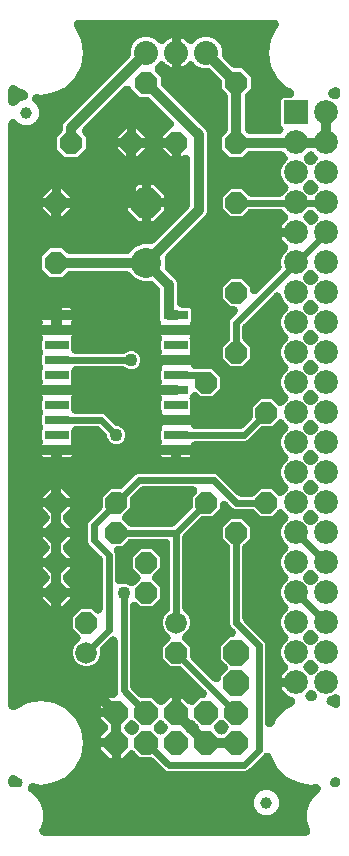
<source format=gbr>
G04 EAGLE Gerber RS-274X export*
G75*
%MOMM*%
%FSLAX34Y34*%
%LPD*%
%INTop Copper*%
%IPPOS*%
%AMOC8*
5,1,8,0,0,1.08239X$1,22.5*%
G01*
%ADD10P,1.979475X8X22.500000*%
%ADD11P,1.979475X8X292.500000*%
%ADD12C,1.828800*%
%ADD13P,1.979475X8X112.500000*%
%ADD14C,2.540000*%
%ADD15P,2.749271X8X112.500000*%
%ADD16R,2.032000X0.660400*%
%ADD17R,2.016000X2.016000*%
%ADD18C,2.016000*%
%ADD19P,2.182098X8X202.500000*%
%ADD20C,2.032000*%
%ADD21P,1.979475X8X202.500000*%
%ADD22P,2.336880X8X22.500000*%
%ADD23C,1.000000*%
%ADD24C,0.812800*%
%ADD25C,0.609600*%
%ADD26C,1.106400*%

G36*
X414482Y-27928D02*
X414482Y-27928D01*
X414635Y-27928D01*
X414765Y-27909D01*
X414897Y-27899D01*
X415047Y-27867D01*
X415199Y-27845D01*
X415325Y-27808D01*
X415454Y-27780D01*
X415598Y-27727D01*
X415745Y-27684D01*
X415865Y-27630D01*
X415989Y-27584D01*
X416124Y-27512D01*
X416264Y-27448D01*
X416375Y-27378D01*
X416491Y-27316D01*
X416615Y-27225D01*
X416745Y-27143D01*
X416845Y-27057D01*
X416951Y-26979D01*
X417061Y-26872D01*
X417178Y-26772D01*
X417265Y-26674D01*
X417360Y-26582D01*
X417454Y-26460D01*
X417555Y-26345D01*
X417628Y-26235D01*
X417708Y-26131D01*
X417784Y-25998D01*
X417869Y-25870D01*
X417925Y-25751D01*
X417990Y-25636D01*
X418047Y-25493D01*
X418113Y-25355D01*
X418152Y-25229D01*
X418201Y-25107D01*
X418237Y-24957D01*
X418283Y-24811D01*
X418304Y-24681D01*
X418335Y-24553D01*
X418350Y-24400D01*
X418374Y-24248D01*
X418377Y-24117D01*
X418390Y-23986D01*
X418383Y-23832D01*
X418387Y-23679D01*
X418371Y-23548D01*
X418365Y-23416D01*
X418337Y-23266D01*
X418319Y-23113D01*
X418285Y-22986D01*
X418261Y-22856D01*
X418213Y-22711D01*
X418173Y-22562D01*
X418133Y-22474D01*
X418080Y-22316D01*
X417878Y-21912D01*
X417847Y-21844D01*
X417086Y-20526D01*
X415439Y-14381D01*
X415439Y-8019D01*
X417086Y-1874D01*
X420267Y3635D01*
X424765Y8133D01*
X425002Y8270D01*
X425094Y8332D01*
X425191Y8386D01*
X425330Y8491D01*
X425474Y8589D01*
X425556Y8663D01*
X425645Y8730D01*
X425768Y8854D01*
X425897Y8971D01*
X425968Y9056D01*
X426046Y9134D01*
X426151Y9274D01*
X426263Y9408D01*
X426321Y9502D01*
X426387Y9591D01*
X426471Y9744D01*
X426563Y9892D01*
X426608Y9993D01*
X426661Y10090D01*
X426723Y10253D01*
X426793Y10413D01*
X426824Y10520D01*
X426863Y10623D01*
X426901Y10793D01*
X426948Y10961D01*
X426963Y11071D01*
X426987Y11179D01*
X427001Y11353D01*
X427025Y11526D01*
X427024Y11637D01*
X427033Y11747D01*
X427023Y11921D01*
X427022Y12096D01*
X427006Y12205D01*
X426999Y12316D01*
X426964Y12487D01*
X426939Y12659D01*
X426908Y12766D01*
X426886Y12874D01*
X426828Y13038D01*
X426778Y13206D01*
X426732Y13307D01*
X426695Y13412D01*
X426615Y13566D01*
X426543Y13725D01*
X426483Y13818D01*
X426432Y13917D01*
X426330Y14058D01*
X426237Y14206D01*
X426165Y14290D01*
X426100Y14380D01*
X425980Y14506D01*
X425867Y14639D01*
X425783Y14712D01*
X425707Y14792D01*
X425570Y14900D01*
X425440Y15016D01*
X425347Y15077D01*
X425260Y15146D01*
X425109Y15234D01*
X424964Y15330D01*
X424864Y15377D01*
X424768Y15433D01*
X424606Y15499D01*
X424449Y15574D01*
X424343Y15607D01*
X424240Y15649D01*
X424071Y15691D01*
X423905Y15743D01*
X423796Y15761D01*
X423688Y15788D01*
X423515Y15807D01*
X423343Y15835D01*
X423232Y15838D01*
X423122Y15849D01*
X423005Y15842D01*
X422773Y15847D01*
X422454Y15809D01*
X422335Y15802D01*
X419100Y15290D01*
X408127Y17028D01*
X398228Y22072D01*
X390372Y29928D01*
X385136Y40203D01*
X385129Y40215D01*
X385124Y40227D01*
X384982Y40459D01*
X384842Y40692D01*
X384834Y40702D01*
X384827Y40713D01*
X384656Y40922D01*
X384483Y41134D01*
X384474Y41143D01*
X384465Y41153D01*
X384267Y41335D01*
X384066Y41522D01*
X384055Y41529D01*
X384045Y41538D01*
X383822Y41692D01*
X383598Y41848D01*
X383587Y41853D01*
X383576Y41861D01*
X383332Y41982D01*
X383090Y42105D01*
X383077Y42109D01*
X383066Y42115D01*
X382806Y42201D01*
X382550Y42288D01*
X382537Y42290D01*
X382525Y42295D01*
X382256Y42344D01*
X381991Y42394D01*
X381977Y42395D01*
X381964Y42397D01*
X381691Y42408D01*
X381421Y42421D01*
X381408Y42420D01*
X381395Y42420D01*
X381125Y42393D01*
X380854Y42368D01*
X380841Y42365D01*
X380828Y42363D01*
X380564Y42299D01*
X380300Y42236D01*
X380288Y42231D01*
X380275Y42228D01*
X380021Y42126D01*
X379769Y42028D01*
X379758Y42021D01*
X379746Y42016D01*
X379510Y41881D01*
X379273Y41747D01*
X379263Y41739D01*
X379251Y41733D01*
X379211Y41699D01*
X378821Y41400D01*
X378714Y41290D01*
X378643Y41232D01*
X366844Y29433D01*
X364838Y27428D01*
X362964Y26651D01*
X297436Y26651D01*
X295562Y27428D01*
X285510Y37479D01*
X285465Y37519D01*
X285424Y37563D01*
X285250Y37705D01*
X285080Y37853D01*
X285029Y37886D01*
X284983Y37924D01*
X284790Y38041D01*
X284602Y38163D01*
X284547Y38188D01*
X284495Y38219D01*
X284289Y38308D01*
X284085Y38403D01*
X284027Y38420D01*
X283972Y38444D01*
X283755Y38502D01*
X283540Y38568D01*
X283480Y38577D01*
X283422Y38593D01*
X283305Y38604D01*
X282977Y38655D01*
X282752Y38658D01*
X282637Y38669D01*
X274375Y38669D01*
X269920Y43125D01*
X269746Y43276D01*
X269576Y43431D01*
X269531Y43463D01*
X269489Y43499D01*
X269296Y43624D01*
X269107Y43754D01*
X269057Y43778D01*
X269011Y43808D01*
X268802Y43905D01*
X268596Y44008D01*
X268544Y44025D01*
X268494Y44048D01*
X268274Y44115D01*
X268056Y44188D01*
X268002Y44198D01*
X267949Y44214D01*
X267722Y44249D01*
X267495Y44290D01*
X267440Y44292D01*
X267386Y44301D01*
X267156Y44304D01*
X266926Y44313D01*
X266871Y44308D01*
X266816Y44309D01*
X266588Y44279D01*
X266359Y44256D01*
X266306Y44243D01*
X266251Y44236D01*
X266029Y44176D01*
X265806Y44121D01*
X265755Y44101D01*
X265702Y44086D01*
X265490Y43995D01*
X265277Y43909D01*
X265229Y43882D01*
X265178Y43860D01*
X264982Y43740D01*
X264782Y43626D01*
X264748Y43598D01*
X264692Y43563D01*
X264252Y43201D01*
X264208Y43153D01*
X264173Y43125D01*
X259228Y38179D01*
X258063Y38179D01*
X258063Y50800D01*
X258063Y76200D01*
X258047Y76429D01*
X258037Y76659D01*
X258027Y76713D01*
X258023Y76768D01*
X257975Y76993D01*
X257933Y77219D01*
X257916Y77272D01*
X257904Y77325D01*
X257825Y77541D01*
X257752Y77760D01*
X257727Y77809D01*
X257709Y77860D01*
X257600Y78063D01*
X257497Y78269D01*
X257466Y78314D01*
X257440Y78363D01*
X257304Y78548D01*
X257173Y78738D01*
X257136Y78778D01*
X257103Y78823D01*
X256943Y78987D01*
X256787Y79157D01*
X256786Y79157D01*
X256744Y79192D01*
X256705Y79231D01*
X256524Y79372D01*
X256345Y79518D01*
X256298Y79547D01*
X256255Y79580D01*
X256055Y79694D01*
X255858Y79813D01*
X255808Y79835D01*
X255760Y79862D01*
X255545Y79948D01*
X255334Y80038D01*
X255282Y80052D01*
X255230Y80073D01*
X255006Y80127D01*
X254784Y80187D01*
X254740Y80191D01*
X254676Y80207D01*
X254109Y80262D01*
X254044Y80259D01*
X254000Y80263D01*
X241379Y80263D01*
X241379Y81428D01*
X248772Y88821D01*
X251413Y88821D01*
X251586Y88833D01*
X251758Y88835D01*
X251869Y88853D01*
X251982Y88861D01*
X252151Y88897D01*
X252321Y88923D01*
X252429Y88956D01*
X252539Y88980D01*
X252701Y89039D01*
X252866Y89089D01*
X252968Y89137D01*
X253074Y89176D01*
X253227Y89257D01*
X253383Y89330D01*
X253477Y89391D01*
X253576Y89444D01*
X253716Y89546D01*
X253861Y89640D01*
X253945Y89714D01*
X254036Y89781D01*
X254160Y89901D01*
X254290Y90015D01*
X254364Y90100D01*
X254444Y90178D01*
X254550Y90315D01*
X254663Y90445D01*
X254724Y90540D01*
X254793Y90629D01*
X254879Y90779D01*
X254972Y90924D01*
X255020Y91026D01*
X255075Y91124D01*
X255139Y91285D01*
X255212Y91441D01*
X255244Y91549D01*
X255286Y91653D01*
X255326Y91822D01*
X255376Y91987D01*
X255393Y92098D01*
X255420Y92207D01*
X255436Y92379D01*
X255463Y92550D01*
X255464Y92662D01*
X255475Y92774D01*
X255467Y92947D01*
X255470Y93120D01*
X255455Y93231D01*
X255450Y93344D01*
X255419Y93514D01*
X255397Y93685D01*
X255372Y93766D01*
X255346Y93904D01*
X255251Y94187D01*
X255251Y136631D01*
X255243Y136746D01*
X255245Y136861D01*
X255223Y137030D01*
X255211Y137199D01*
X255187Y137312D01*
X255173Y137426D01*
X255128Y137591D01*
X255092Y137757D01*
X255053Y137865D01*
X255022Y137976D01*
X254955Y138132D01*
X254896Y138292D01*
X254842Y138393D01*
X254796Y138499D01*
X254708Y138644D01*
X254628Y138794D01*
X254560Y138887D01*
X254500Y138985D01*
X254392Y139117D01*
X254291Y139254D01*
X254211Y139337D01*
X254138Y139426D01*
X254013Y139540D01*
X253894Y139662D01*
X253803Y139733D01*
X253718Y139811D01*
X253578Y139907D01*
X253443Y140011D01*
X253343Y140068D01*
X253248Y140133D01*
X253096Y140209D01*
X252948Y140293D01*
X252841Y140336D01*
X252738Y140387D01*
X252577Y140441D01*
X252419Y140503D01*
X252306Y140531D01*
X252197Y140567D01*
X252030Y140597D01*
X251865Y140638D01*
X251750Y140649D01*
X251637Y140669D01*
X251467Y140676D01*
X251298Y140693D01*
X251183Y140688D01*
X251067Y140692D01*
X250898Y140676D01*
X250728Y140668D01*
X250615Y140647D01*
X250501Y140636D01*
X250335Y140595D01*
X250168Y140564D01*
X250059Y140528D01*
X249947Y140500D01*
X249789Y140437D01*
X249628Y140383D01*
X249525Y140331D01*
X249418Y140289D01*
X249271Y140204D01*
X249119Y140128D01*
X249024Y140062D01*
X248924Y140005D01*
X248835Y139932D01*
X248650Y139804D01*
X248406Y139579D01*
X248315Y139504D01*
X240985Y132174D01*
X240945Y132129D01*
X240901Y132088D01*
X240759Y131914D01*
X240611Y131744D01*
X240578Y131693D01*
X240540Y131647D01*
X240423Y131454D01*
X240301Y131266D01*
X240276Y131211D01*
X240245Y131159D01*
X240156Y130953D01*
X240061Y130749D01*
X240044Y130691D01*
X240020Y130636D01*
X239962Y130419D01*
X239896Y130204D01*
X239887Y130144D01*
X239871Y130086D01*
X239860Y129969D01*
X239809Y129641D01*
X239806Y129416D01*
X239795Y129301D01*
X239795Y124773D01*
X238090Y120659D01*
X234941Y117510D01*
X230827Y115805D01*
X226373Y115805D01*
X222259Y117510D01*
X219110Y120659D01*
X217405Y124773D01*
X217405Y129227D01*
X219110Y133341D01*
X222595Y136827D01*
X222746Y137000D01*
X222902Y137170D01*
X222933Y137216D01*
X222969Y137257D01*
X223094Y137450D01*
X223224Y137640D01*
X223249Y137689D01*
X223279Y137735D01*
X223376Y137944D01*
X223478Y138150D01*
X223495Y138202D01*
X223518Y138252D01*
X223585Y138473D01*
X223658Y138691D01*
X223668Y138745D01*
X223684Y138797D01*
X223719Y139025D01*
X223760Y139251D01*
X223763Y139306D01*
X223771Y139360D01*
X223774Y139590D01*
X223783Y139821D01*
X223778Y139875D01*
X223779Y139930D01*
X223750Y140158D01*
X223727Y140388D01*
X223714Y140441D01*
X223707Y140495D01*
X223646Y140718D01*
X223591Y140941D01*
X223571Y140992D01*
X223556Y141045D01*
X223465Y141256D01*
X223379Y141470D01*
X223352Y141518D01*
X223330Y141568D01*
X223211Y141764D01*
X223096Y141964D01*
X223068Y141999D01*
X223034Y142054D01*
X222672Y142495D01*
X222623Y142539D01*
X222595Y142573D01*
X217405Y147763D01*
X217405Y157037D01*
X223963Y163595D01*
X233237Y163595D01*
X235615Y161217D01*
X235702Y161141D01*
X235782Y161059D01*
X235917Y160955D01*
X236045Y160843D01*
X236142Y160780D01*
X236233Y160710D01*
X236380Y160626D01*
X236523Y160533D01*
X236628Y160485D01*
X236728Y160428D01*
X236886Y160365D01*
X237040Y160293D01*
X237150Y160260D01*
X237257Y160218D01*
X237423Y160177D01*
X237585Y160128D01*
X237699Y160111D01*
X237811Y160083D01*
X237981Y160067D01*
X238148Y160041D01*
X238263Y160039D01*
X238378Y160028D01*
X238548Y160036D01*
X238718Y160033D01*
X238832Y160048D01*
X238948Y160053D01*
X239115Y160084D01*
X239283Y160105D01*
X239395Y160136D01*
X239508Y160157D01*
X239669Y160211D01*
X239833Y160256D01*
X239939Y160301D01*
X240048Y160338D01*
X240200Y160414D01*
X240356Y160482D01*
X240454Y160542D01*
X240557Y160593D01*
X240697Y160690D01*
X240842Y160778D01*
X240931Y160852D01*
X241026Y160917D01*
X241151Y161032D01*
X241283Y161140D01*
X241360Y161225D01*
X241445Y161303D01*
X241553Y161435D01*
X241668Y161560D01*
X241733Y161655D01*
X241806Y161744D01*
X241894Y161890D01*
X241990Y162030D01*
X242042Y162133D01*
X242101Y162232D01*
X242168Y162388D01*
X242244Y162540D01*
X242280Y162650D01*
X242326Y162755D01*
X242370Y162919D01*
X242424Y163081D01*
X242445Y163194D01*
X242475Y163305D01*
X242486Y163420D01*
X242526Y163641D01*
X242540Y163973D01*
X242551Y164090D01*
X242551Y205755D01*
X242547Y205815D01*
X242549Y205876D01*
X242527Y206099D01*
X242511Y206323D01*
X242499Y206383D01*
X242493Y206442D01*
X242439Y206661D01*
X242392Y206881D01*
X242372Y206937D01*
X242357Y206996D01*
X242274Y207205D01*
X242196Y207416D01*
X242168Y207469D01*
X242146Y207525D01*
X242034Y207720D01*
X241928Y207918D01*
X241892Y207967D01*
X241862Y208019D01*
X241787Y208110D01*
X241591Y208378D01*
X241434Y208539D01*
X241361Y208628D01*
X230628Y219362D01*
X229851Y221236D01*
X229851Y235964D01*
X230628Y237838D01*
X241615Y248826D01*
X241655Y248871D01*
X241699Y248912D01*
X241841Y249086D01*
X241989Y249256D01*
X242022Y249307D01*
X242060Y249353D01*
X242177Y249546D01*
X242299Y249734D01*
X242324Y249789D01*
X242355Y249841D01*
X242444Y250047D01*
X242539Y250251D01*
X242556Y250309D01*
X242580Y250364D01*
X242638Y250581D01*
X242704Y250796D01*
X242713Y250856D01*
X242729Y250914D01*
X242740Y251031D01*
X242791Y251359D01*
X242794Y251584D01*
X242805Y251699D01*
X242805Y258637D01*
X249363Y265195D01*
X256301Y265195D01*
X256361Y265199D01*
X256422Y265197D01*
X256645Y265219D01*
X256869Y265235D01*
X256929Y265247D01*
X256988Y265253D01*
X257207Y265307D01*
X257427Y265354D01*
X257483Y265374D01*
X257542Y265389D01*
X257751Y265472D01*
X257962Y265550D01*
X258015Y265578D01*
X258071Y265600D01*
X258266Y265712D01*
X258464Y265818D01*
X258513Y265854D01*
X258565Y265884D01*
X258656Y265959D01*
X258924Y266155D01*
X259085Y266312D01*
X259174Y266385D01*
X270162Y277372D01*
X272036Y278149D01*
X337564Y278149D01*
X339438Y277372D01*
X356522Y260289D01*
X356567Y260249D01*
X356608Y260205D01*
X356782Y260063D01*
X356952Y259915D01*
X357003Y259882D01*
X357049Y259844D01*
X357242Y259727D01*
X357430Y259605D01*
X357485Y259580D01*
X357537Y259549D01*
X357743Y259460D01*
X357947Y259365D01*
X358005Y259348D01*
X358060Y259324D01*
X358277Y259266D01*
X358492Y259200D01*
X358552Y259191D01*
X358610Y259175D01*
X358727Y259164D01*
X359055Y259113D01*
X359280Y259110D01*
X359395Y259099D01*
X368584Y259099D01*
X368644Y259103D01*
X368705Y259101D01*
X368928Y259123D01*
X369152Y259139D01*
X369212Y259151D01*
X369271Y259157D01*
X369490Y259211D01*
X369710Y259258D01*
X369766Y259278D01*
X369825Y259293D01*
X370034Y259376D01*
X370245Y259454D01*
X370298Y259482D01*
X370354Y259504D01*
X370549Y259616D01*
X370747Y259722D01*
X370796Y259758D01*
X370848Y259788D01*
X370939Y259863D01*
X371207Y260059D01*
X371368Y260216D01*
X371457Y260289D01*
X376363Y265195D01*
X385637Y265195D01*
X389890Y260942D01*
X390064Y260791D01*
X390233Y260635D01*
X390279Y260604D01*
X390320Y260568D01*
X390513Y260443D01*
X390703Y260313D01*
X390752Y260288D01*
X390798Y260258D01*
X391007Y260161D01*
X391213Y260059D01*
X391265Y260042D01*
X391315Y260018D01*
X391535Y259952D01*
X391754Y259879D01*
X391808Y259869D01*
X391860Y259853D01*
X392088Y259818D01*
X392314Y259776D01*
X392369Y259774D01*
X392424Y259766D01*
X392653Y259763D01*
X392884Y259753D01*
X392938Y259759D01*
X392993Y259758D01*
X393222Y259787D01*
X393451Y259810D01*
X393504Y259823D01*
X393558Y259830D01*
X393781Y259891D01*
X394004Y259946D01*
X394055Y259966D01*
X394108Y259981D01*
X394319Y260072D01*
X394533Y260157D01*
X394581Y260185D01*
X394631Y260207D01*
X394828Y260326D01*
X395027Y260441D01*
X395062Y260469D01*
X395118Y260503D01*
X395558Y260865D01*
X395602Y260914D01*
X395636Y260942D01*
X398641Y263947D01*
X398792Y264121D01*
X398948Y264290D01*
X398979Y264336D01*
X399015Y264377D01*
X399140Y264571D01*
X399271Y264760D01*
X399295Y264809D01*
X399325Y264855D01*
X399422Y265064D01*
X399524Y265270D01*
X399542Y265322D01*
X399565Y265372D01*
X399632Y265593D01*
X399704Y265811D01*
X399714Y265865D01*
X399730Y265917D01*
X399765Y266145D01*
X399807Y266371D01*
X399809Y266426D01*
X399817Y266480D01*
X399820Y266710D01*
X399830Y266941D01*
X399824Y266995D01*
X399825Y267050D01*
X399796Y267279D01*
X399773Y267508D01*
X399760Y267561D01*
X399753Y267615D01*
X399692Y267838D01*
X399637Y268061D01*
X399617Y268112D01*
X399602Y268165D01*
X399511Y268377D01*
X399426Y268590D01*
X399398Y268638D01*
X399377Y268688D01*
X399257Y268885D01*
X399142Y269084D01*
X399114Y269119D01*
X399080Y269174D01*
X398718Y269615D01*
X398670Y269659D01*
X398641Y269693D01*
X395686Y272648D01*
X393839Y277107D01*
X393839Y281933D01*
X395686Y286392D01*
X398641Y289347D01*
X398792Y289521D01*
X398948Y289690D01*
X398979Y289736D01*
X399015Y289777D01*
X399140Y289971D01*
X399271Y290160D01*
X399295Y290209D01*
X399325Y290255D01*
X399422Y290464D01*
X399524Y290670D01*
X399542Y290722D01*
X399565Y290772D01*
X399632Y290993D01*
X399704Y291211D01*
X399714Y291265D01*
X399730Y291317D01*
X399765Y291545D01*
X399807Y291771D01*
X399809Y291826D01*
X399817Y291880D01*
X399820Y292110D01*
X399830Y292341D01*
X399824Y292395D01*
X399825Y292450D01*
X399796Y292679D01*
X399773Y292908D01*
X399760Y292961D01*
X399753Y293015D01*
X399692Y293238D01*
X399637Y293461D01*
X399617Y293512D01*
X399602Y293565D01*
X399511Y293777D01*
X399426Y293990D01*
X399398Y294038D01*
X399377Y294088D01*
X399257Y294285D01*
X399142Y294484D01*
X399114Y294519D01*
X399080Y294574D01*
X398718Y295015D01*
X398670Y295059D01*
X398641Y295093D01*
X395686Y298048D01*
X393839Y302507D01*
X393839Y307333D01*
X395686Y311792D01*
X398641Y314747D01*
X398792Y314921D01*
X398948Y315090D01*
X398979Y315136D01*
X399015Y315177D01*
X399140Y315370D01*
X399271Y315560D01*
X399295Y315609D01*
X399325Y315655D01*
X399422Y315864D01*
X399524Y316070D01*
X399542Y316122D01*
X399565Y316172D01*
X399632Y316393D01*
X399704Y316611D01*
X399714Y316665D01*
X399730Y316717D01*
X399765Y316945D01*
X399807Y317171D01*
X399809Y317226D01*
X399817Y317280D01*
X399820Y317510D01*
X399830Y317741D01*
X399824Y317795D01*
X399825Y317850D01*
X399796Y318079D01*
X399773Y318308D01*
X399760Y318361D01*
X399753Y318415D01*
X399692Y318638D01*
X399637Y318861D01*
X399617Y318912D01*
X399602Y318965D01*
X399511Y319177D01*
X399426Y319390D01*
X399398Y319438D01*
X399377Y319488D01*
X399257Y319685D01*
X399142Y319884D01*
X399114Y319919D01*
X399080Y319974D01*
X398718Y320415D01*
X398670Y320459D01*
X398641Y320493D01*
X395756Y323378D01*
X395583Y323529D01*
X395413Y323685D01*
X395367Y323716D01*
X395326Y323752D01*
X395133Y323877D01*
X394943Y324007D01*
X394894Y324032D01*
X394848Y324062D01*
X394639Y324159D01*
X394433Y324261D01*
X394381Y324278D01*
X394331Y324302D01*
X394111Y324368D01*
X393892Y324441D01*
X393838Y324451D01*
X393786Y324467D01*
X393559Y324502D01*
X393332Y324544D01*
X393277Y324546D01*
X393223Y324554D01*
X392993Y324557D01*
X392763Y324567D01*
X392708Y324561D01*
X392653Y324562D01*
X392424Y324533D01*
X392196Y324510D01*
X392142Y324497D01*
X392088Y324490D01*
X391866Y324429D01*
X391642Y324374D01*
X391591Y324354D01*
X391538Y324339D01*
X391327Y324248D01*
X391113Y324163D01*
X391066Y324135D01*
X391015Y324113D01*
X390818Y323994D01*
X390619Y323879D01*
X390585Y323851D01*
X390529Y323817D01*
X390089Y323455D01*
X390044Y323406D01*
X390010Y323378D01*
X385637Y319005D01*
X378699Y319005D01*
X378639Y319001D01*
X378578Y319003D01*
X378355Y318981D01*
X378131Y318965D01*
X378071Y318953D01*
X378012Y318947D01*
X377793Y318893D01*
X377573Y318846D01*
X377517Y318826D01*
X377458Y318811D01*
X377249Y318728D01*
X377038Y318650D01*
X376985Y318622D01*
X376929Y318600D01*
X376734Y318488D01*
X376536Y318382D01*
X376487Y318346D01*
X376435Y318316D01*
X376344Y318241D01*
X376076Y318045D01*
X375915Y317888D01*
X375826Y317815D01*
X364838Y306828D01*
X362964Y306051D01*
X321056Y306051D01*
X320827Y306035D01*
X320596Y306025D01*
X320542Y306015D01*
X320488Y306011D01*
X320262Y305963D01*
X320036Y305921D01*
X319984Y305904D01*
X319930Y305892D01*
X319714Y305813D01*
X319496Y305740D01*
X319447Y305715D01*
X319395Y305696D01*
X319192Y305588D01*
X318987Y305485D01*
X318941Y305454D01*
X318893Y305428D01*
X318707Y305292D01*
X318518Y305161D01*
X318477Y305124D01*
X318433Y305091D01*
X318268Y304931D01*
X318099Y304775D01*
X318064Y304732D01*
X318025Y304694D01*
X317884Y304512D01*
X317738Y304334D01*
X317710Y304286D01*
X317676Y304243D01*
X317562Y304043D01*
X317443Y303846D01*
X317421Y303796D01*
X317394Y303748D01*
X317309Y303534D01*
X317218Y303323D01*
X317204Y303270D01*
X317184Y303219D01*
X317129Y302994D01*
X317069Y302773D01*
X317065Y302729D01*
X317049Y302665D01*
X317035Y302513D01*
X304292Y302513D01*
X291697Y302513D01*
X291880Y302955D01*
X291905Y302992D01*
X291944Y303051D01*
X292031Y303202D01*
X292125Y303349D01*
X292172Y303450D01*
X292227Y303546D01*
X292291Y303708D01*
X292364Y303866D01*
X292397Y303972D01*
X292438Y304075D01*
X292479Y304245D01*
X292529Y304411D01*
X292546Y304521D01*
X292572Y304629D01*
X292589Y304802D01*
X292616Y304975D01*
X292617Y305086D01*
X292628Y305196D01*
X292620Y305370D01*
X292622Y305544D01*
X292608Y305655D01*
X292604Y305765D01*
X292572Y305937D01*
X292550Y306110D01*
X292525Y306190D01*
X292500Y306326D01*
X292322Y306858D01*
X292320Y306864D01*
X292081Y307440D01*
X292081Y314860D01*
X292320Y315436D01*
X292375Y315602D01*
X292439Y315763D01*
X292465Y315871D01*
X292501Y315977D01*
X292532Y316148D01*
X292573Y316317D01*
X292584Y316428D01*
X292604Y316537D01*
X292611Y316711D01*
X292628Y316884D01*
X292623Y316995D01*
X292628Y317106D01*
X292611Y317280D01*
X292603Y317454D01*
X292583Y317563D01*
X292572Y317673D01*
X292530Y317843D01*
X292498Y318014D01*
X292463Y318119D01*
X292437Y318227D01*
X292372Y318389D01*
X292317Y318554D01*
X292277Y318628D01*
X292226Y318756D01*
X291947Y319244D01*
X291944Y319249D01*
X291880Y319345D01*
X291697Y319787D01*
X304292Y319787D01*
X317030Y319787D01*
X317033Y319744D01*
X317081Y319518D01*
X317123Y319292D01*
X317140Y319240D01*
X317152Y319186D01*
X317231Y318970D01*
X317304Y318752D01*
X317329Y318703D01*
X317348Y318651D01*
X317456Y318448D01*
X317559Y318243D01*
X317590Y318197D01*
X317616Y318149D01*
X317752Y317963D01*
X317883Y317774D01*
X317920Y317733D01*
X317953Y317689D01*
X318113Y317524D01*
X318269Y317355D01*
X318312Y317320D01*
X318350Y317281D01*
X318532Y317140D01*
X318710Y316994D01*
X318758Y316966D01*
X318801Y316932D01*
X319001Y316818D01*
X319198Y316699D01*
X319248Y316677D01*
X319296Y316650D01*
X319510Y316565D01*
X319721Y316474D01*
X319774Y316460D01*
X319825Y316440D01*
X320050Y316385D01*
X320271Y316325D01*
X320315Y316321D01*
X320379Y316305D01*
X320946Y316250D01*
X321012Y316253D01*
X321056Y316249D01*
X358155Y316249D01*
X358215Y316253D01*
X358275Y316251D01*
X358499Y316273D01*
X358723Y316289D01*
X358783Y316301D01*
X358842Y316307D01*
X359061Y316361D01*
X359281Y316408D01*
X359337Y316428D01*
X359396Y316443D01*
X359605Y316526D01*
X359816Y316604D01*
X359869Y316632D01*
X359925Y316654D01*
X360120Y316766D01*
X360318Y316872D01*
X360367Y316908D01*
X360419Y316938D01*
X360510Y317013D01*
X360778Y317209D01*
X360939Y317366D01*
X361028Y317439D01*
X368615Y325026D01*
X368655Y325071D01*
X368699Y325112D01*
X368841Y325286D01*
X368989Y325456D01*
X369022Y325507D01*
X369060Y325553D01*
X369176Y325745D01*
X369299Y325934D01*
X369324Y325989D01*
X369355Y326041D01*
X369444Y326247D01*
X369539Y326451D01*
X369556Y326509D01*
X369580Y326564D01*
X369638Y326781D01*
X369704Y326996D01*
X369713Y327056D01*
X369729Y327114D01*
X369740Y327231D01*
X369791Y327559D01*
X369794Y327784D01*
X369805Y327899D01*
X369805Y334837D01*
X376363Y341395D01*
X385637Y341395D01*
X389890Y337142D01*
X390064Y336991D01*
X390233Y336835D01*
X390279Y336804D01*
X390320Y336768D01*
X390513Y336643D01*
X390703Y336513D01*
X390752Y336488D01*
X390798Y336458D01*
X391007Y336361D01*
X391213Y336259D01*
X391265Y336242D01*
X391315Y336218D01*
X391535Y336152D01*
X391754Y336079D01*
X391808Y336069D01*
X391860Y336053D01*
X392088Y336018D01*
X392314Y335976D01*
X392369Y335974D01*
X392424Y335966D01*
X392653Y335963D01*
X392884Y335953D01*
X392938Y335959D01*
X392993Y335958D01*
X393222Y335987D01*
X393451Y336010D01*
X393504Y336023D01*
X393558Y336030D01*
X393781Y336091D01*
X394004Y336146D01*
X394055Y336166D01*
X394108Y336181D01*
X394319Y336272D01*
X394533Y336357D01*
X394581Y336385D01*
X394631Y336407D01*
X394828Y336526D01*
X395027Y336641D01*
X395062Y336669D01*
X395118Y336703D01*
X395558Y337065D01*
X395602Y337114D01*
X395636Y337142D01*
X398641Y340147D01*
X398792Y340321D01*
X398948Y340490D01*
X398979Y340536D01*
X399015Y340577D01*
X399140Y340771D01*
X399271Y340960D01*
X399295Y341009D01*
X399325Y341055D01*
X399422Y341264D01*
X399524Y341470D01*
X399542Y341522D01*
X399565Y341572D01*
X399632Y341793D01*
X399704Y342011D01*
X399714Y342065D01*
X399730Y342117D01*
X399765Y342345D01*
X399807Y342571D01*
X399809Y342626D01*
X399817Y342680D01*
X399820Y342910D01*
X399830Y343141D01*
X399824Y343195D01*
X399825Y343250D01*
X399796Y343479D01*
X399773Y343708D01*
X399760Y343761D01*
X399753Y343815D01*
X399692Y344038D01*
X399637Y344261D01*
X399617Y344312D01*
X399602Y344365D01*
X399511Y344577D01*
X399426Y344790D01*
X399398Y344838D01*
X399377Y344888D01*
X399257Y345085D01*
X399142Y345284D01*
X399114Y345319D01*
X399080Y345374D01*
X398718Y345815D01*
X398670Y345859D01*
X398641Y345893D01*
X395686Y348848D01*
X393839Y353307D01*
X393839Y358133D01*
X395686Y362592D01*
X398641Y365547D01*
X398792Y365721D01*
X398948Y365890D01*
X398979Y365936D01*
X399015Y365977D01*
X399140Y366171D01*
X399271Y366360D01*
X399295Y366409D01*
X399325Y366455D01*
X399422Y366664D01*
X399524Y366870D01*
X399542Y366922D01*
X399565Y366972D01*
X399632Y367193D01*
X399704Y367411D01*
X399714Y367465D01*
X399730Y367517D01*
X399765Y367745D01*
X399807Y367971D01*
X399809Y368026D01*
X399817Y368080D01*
X399820Y368310D01*
X399830Y368541D01*
X399824Y368595D01*
X399825Y368650D01*
X399796Y368879D01*
X399773Y369108D01*
X399760Y369161D01*
X399753Y369215D01*
X399692Y369438D01*
X399637Y369661D01*
X399617Y369712D01*
X399602Y369765D01*
X399511Y369977D01*
X399426Y370190D01*
X399398Y370238D01*
X399377Y370288D01*
X399257Y370485D01*
X399142Y370684D01*
X399114Y370719D01*
X399080Y370774D01*
X398718Y371215D01*
X398670Y371259D01*
X398641Y371293D01*
X395686Y374248D01*
X393839Y378707D01*
X393839Y383533D01*
X395686Y387992D01*
X398641Y390947D01*
X398792Y391121D01*
X398948Y391290D01*
X398979Y391336D01*
X399015Y391377D01*
X399140Y391571D01*
X399271Y391760D01*
X399295Y391809D01*
X399325Y391855D01*
X399422Y392064D01*
X399524Y392270D01*
X399542Y392322D01*
X399565Y392372D01*
X399632Y392593D01*
X399704Y392811D01*
X399714Y392865D01*
X399730Y392917D01*
X399765Y393145D01*
X399807Y393371D01*
X399809Y393426D01*
X399817Y393480D01*
X399820Y393710D01*
X399830Y393941D01*
X399824Y393995D01*
X399825Y394050D01*
X399796Y394279D01*
X399773Y394508D01*
X399760Y394561D01*
X399753Y394615D01*
X399692Y394838D01*
X399637Y395061D01*
X399617Y395112D01*
X399602Y395165D01*
X399511Y395377D01*
X399426Y395590D01*
X399398Y395638D01*
X399377Y395688D01*
X399257Y395885D01*
X399142Y396084D01*
X399114Y396119D01*
X399080Y396174D01*
X398718Y396615D01*
X398670Y396659D01*
X398641Y396693D01*
X395686Y399648D01*
X393839Y404107D01*
X393839Y408933D01*
X395686Y413392D01*
X398641Y416347D01*
X398792Y416521D01*
X398948Y416690D01*
X398979Y416736D01*
X399015Y416777D01*
X399140Y416971D01*
X399271Y417160D01*
X399295Y417209D01*
X399325Y417255D01*
X399422Y417464D01*
X399524Y417670D01*
X399542Y417722D01*
X399565Y417772D01*
X399632Y417993D01*
X399704Y418211D01*
X399714Y418265D01*
X399730Y418317D01*
X399765Y418545D01*
X399807Y418771D01*
X399809Y418826D01*
X399817Y418880D01*
X399820Y419110D01*
X399830Y419341D01*
X399824Y419395D01*
X399825Y419450D01*
X399796Y419679D01*
X399773Y419908D01*
X399760Y419961D01*
X399753Y420015D01*
X399692Y420238D01*
X399637Y420461D01*
X399617Y420512D01*
X399602Y420565D01*
X399511Y420777D01*
X399426Y420990D01*
X399398Y421038D01*
X399377Y421088D01*
X399257Y421285D01*
X399142Y421484D01*
X399114Y421519D01*
X399080Y421574D01*
X398718Y422015D01*
X398670Y422059D01*
X398641Y422093D01*
X395686Y425048D01*
X393846Y429490D01*
X393769Y429645D01*
X393701Y429803D01*
X393642Y429899D01*
X393592Y430000D01*
X393494Y430142D01*
X393404Y430290D01*
X393332Y430377D01*
X393269Y430469D01*
X393152Y430597D01*
X393042Y430730D01*
X392959Y430806D01*
X392883Y430889D01*
X392750Y430998D01*
X392622Y431115D01*
X392529Y431179D01*
X392442Y431250D01*
X392295Y431340D01*
X392152Y431438D01*
X392052Y431488D01*
X391956Y431546D01*
X391797Y431614D01*
X391642Y431691D01*
X391535Y431727D01*
X391432Y431771D01*
X391266Y431817D01*
X391102Y431871D01*
X390991Y431891D01*
X390882Y431921D01*
X390711Y431943D01*
X390541Y431974D01*
X390428Y431978D01*
X390317Y431992D01*
X390144Y431990D01*
X389972Y431997D01*
X389860Y431986D01*
X389747Y431984D01*
X389577Y431957D01*
X389405Y431940D01*
X389295Y431913D01*
X389184Y431896D01*
X389019Y431846D01*
X388851Y431804D01*
X388747Y431763D01*
X388639Y431730D01*
X388483Y431657D01*
X388322Y431593D01*
X388225Y431537D01*
X388123Y431489D01*
X387978Y431395D01*
X387828Y431309D01*
X387762Y431255D01*
X387645Y431179D01*
X387230Y430817D01*
X387219Y430808D01*
X361889Y405478D01*
X361849Y405433D01*
X361805Y405392D01*
X361663Y405218D01*
X361515Y405048D01*
X361482Y404997D01*
X361444Y404951D01*
X361327Y404758D01*
X361205Y404570D01*
X361180Y404515D01*
X361149Y404463D01*
X361060Y404257D01*
X360965Y404053D01*
X360948Y403995D01*
X360924Y403940D01*
X360866Y403723D01*
X360800Y403508D01*
X360791Y403448D01*
X360775Y403390D01*
X360764Y403273D01*
X360713Y402945D01*
X360710Y402720D01*
X360699Y402605D01*
X360699Y393416D01*
X360703Y393356D01*
X360701Y393295D01*
X360723Y393072D01*
X360739Y392848D01*
X360751Y392788D01*
X360757Y392729D01*
X360811Y392510D01*
X360858Y392290D01*
X360878Y392234D01*
X360893Y392175D01*
X360976Y391966D01*
X361054Y391755D01*
X361082Y391702D01*
X361104Y391646D01*
X361216Y391451D01*
X361322Y391253D01*
X361358Y391204D01*
X361388Y391152D01*
X361463Y391061D01*
X361659Y390793D01*
X361816Y390632D01*
X361889Y390543D01*
X366795Y385637D01*
X366795Y376363D01*
X360237Y369805D01*
X350963Y369805D01*
X344405Y376363D01*
X344405Y385637D01*
X349311Y390543D01*
X349351Y390588D01*
X349395Y390629D01*
X349537Y390803D01*
X349685Y390973D01*
X349718Y391024D01*
X349756Y391070D01*
X349872Y391262D01*
X349995Y391451D01*
X350020Y391506D01*
X350051Y391558D01*
X350140Y391764D01*
X350235Y391968D01*
X350252Y392026D01*
X350276Y392081D01*
X350334Y392298D01*
X350400Y392513D01*
X350409Y392573D01*
X350425Y392631D01*
X350436Y392748D01*
X350487Y393076D01*
X350490Y393301D01*
X350501Y393416D01*
X350501Y407414D01*
X351278Y409288D01*
X355658Y413669D01*
X355734Y413756D01*
X355816Y413836D01*
X355920Y413971D01*
X356032Y414099D01*
X356095Y414196D01*
X356165Y414287D01*
X356249Y414434D01*
X356342Y414577D01*
X356390Y414682D01*
X356447Y414782D01*
X356510Y414940D01*
X356582Y415094D01*
X356615Y415204D01*
X356657Y415311D01*
X356698Y415477D01*
X356747Y415639D01*
X356764Y415753D01*
X356792Y415865D01*
X356808Y416035D01*
X356834Y416202D01*
X356836Y416317D01*
X356847Y416432D01*
X356839Y416602D01*
X356842Y416772D01*
X356827Y416886D01*
X356822Y417002D01*
X356791Y417169D01*
X356770Y417337D01*
X356739Y417449D01*
X356718Y417562D01*
X356664Y417723D01*
X356619Y417887D01*
X356574Y417993D01*
X356537Y418102D01*
X356461Y418254D01*
X356393Y418410D01*
X356333Y418508D01*
X356282Y418611D01*
X356185Y418751D01*
X356097Y418896D01*
X356023Y418985D01*
X355958Y419080D01*
X355843Y419205D01*
X355735Y419337D01*
X355650Y419414D01*
X355572Y419499D01*
X355440Y419607D01*
X355315Y419722D01*
X355220Y419787D01*
X355131Y419860D01*
X354985Y419948D01*
X354845Y420044D01*
X354742Y420096D01*
X354643Y420155D01*
X354487Y420222D01*
X354335Y420298D01*
X354225Y420334D01*
X354120Y420380D01*
X353956Y420424D01*
X353794Y420478D01*
X353681Y420499D01*
X353570Y420529D01*
X353455Y420540D01*
X353234Y420580D01*
X352902Y420594D01*
X352785Y420605D01*
X350963Y420605D01*
X344405Y427163D01*
X344405Y436437D01*
X350963Y442995D01*
X360237Y442995D01*
X366795Y436437D01*
X366795Y434615D01*
X366803Y434500D01*
X366801Y434385D01*
X366823Y434216D01*
X366835Y434047D01*
X366859Y433934D01*
X366873Y433820D01*
X366918Y433655D01*
X366954Y433489D01*
X366993Y433381D01*
X367024Y433270D01*
X367091Y433114D01*
X367150Y432954D01*
X367204Y432853D01*
X367250Y432747D01*
X367338Y432602D01*
X367418Y432452D01*
X367486Y432359D01*
X367546Y432261D01*
X367654Y432129D01*
X367755Y431992D01*
X367835Y431909D01*
X367908Y431820D01*
X368033Y431706D01*
X368152Y431584D01*
X368243Y431513D01*
X368328Y431435D01*
X368468Y431339D01*
X368603Y431235D01*
X368703Y431178D01*
X368798Y431113D01*
X368950Y431037D01*
X369098Y430953D01*
X369205Y430910D01*
X369308Y430859D01*
X369469Y430805D01*
X369627Y430743D01*
X369740Y430715D01*
X369849Y430679D01*
X370016Y430649D01*
X370181Y430608D01*
X370296Y430597D01*
X370409Y430577D01*
X370579Y430570D01*
X370748Y430553D01*
X370863Y430558D01*
X370979Y430554D01*
X371148Y430570D01*
X371318Y430578D01*
X371431Y430599D01*
X371545Y430610D01*
X371711Y430651D01*
X371878Y430682D01*
X371987Y430718D01*
X372099Y430746D01*
X372257Y430809D01*
X372418Y430863D01*
X372521Y430915D01*
X372628Y430957D01*
X372775Y431042D01*
X372927Y431118D01*
X373022Y431184D01*
X373122Y431241D01*
X373211Y431314D01*
X373396Y431442D01*
X373640Y431667D01*
X373731Y431742D01*
X392815Y450826D01*
X392817Y450828D01*
X392819Y450830D01*
X393003Y451042D01*
X393189Y451256D01*
X393190Y451258D01*
X393192Y451260D01*
X393346Y451500D01*
X393498Y451734D01*
X393500Y451736D01*
X393501Y451739D01*
X393623Y452003D01*
X393738Y452251D01*
X393739Y452253D01*
X393740Y452256D01*
X393823Y452531D01*
X393903Y452796D01*
X393904Y452799D01*
X393905Y452802D01*
X393948Y453084D01*
X393991Y453359D01*
X393991Y453362D01*
X393991Y453365D01*
X393995Y453652D01*
X393998Y453929D01*
X393998Y453932D01*
X393998Y453935D01*
X393963Y454209D01*
X393926Y454494D01*
X393926Y454497D01*
X393925Y454500D01*
X393921Y454512D01*
X393839Y454812D01*
X393839Y459733D01*
X395686Y464192D01*
X398358Y466863D01*
X398496Y467022D01*
X398640Y467177D01*
X398683Y467237D01*
X398731Y467293D01*
X398846Y467471D01*
X398967Y467643D01*
X399001Y467709D01*
X399041Y467771D01*
X399130Y467963D01*
X399226Y468151D01*
X399250Y468221D01*
X399281Y468288D01*
X399342Y468490D01*
X399411Y468690D01*
X399425Y468763D01*
X399446Y468834D01*
X399478Y469042D01*
X399518Y469249D01*
X399522Y469323D01*
X399533Y469397D01*
X399536Y469608D01*
X399547Y469818D01*
X399540Y469892D01*
X399541Y469966D01*
X399514Y470176D01*
X399495Y470386D01*
X399478Y470458D01*
X399469Y470532D01*
X399413Y470735D01*
X399365Y470941D01*
X399338Y471010D01*
X399319Y471081D01*
X399235Y471275D01*
X399158Y471472D01*
X399122Y471536D01*
X399093Y471604D01*
X398983Y471784D01*
X398880Y471968D01*
X398835Y472027D01*
X398796Y472091D01*
X398662Y472254D01*
X398534Y472421D01*
X398491Y472462D01*
X398434Y472531D01*
X398014Y472916D01*
X397979Y472940D01*
X397958Y472960D01*
X397631Y473211D01*
X396461Y474381D01*
X395454Y475693D01*
X394627Y477126D01*
X393993Y478655D01*
X393993Y478657D01*
X405970Y478657D01*
X406199Y478673D01*
X406429Y478683D01*
X406483Y478693D01*
X406538Y478697D01*
X406763Y478745D01*
X406989Y478787D01*
X407042Y478804D01*
X407095Y478816D01*
X407311Y478895D01*
X407530Y478968D01*
X407579Y478993D01*
X407630Y479011D01*
X407833Y479120D01*
X408039Y479223D01*
X408084Y479254D01*
X408133Y479280D01*
X408318Y479416D01*
X408508Y479547D01*
X408548Y479584D01*
X408593Y479617D01*
X408757Y479777D01*
X408927Y479933D01*
X408962Y479976D01*
X409001Y480014D01*
X409142Y480196D01*
X409288Y480374D01*
X409316Y480421D01*
X409350Y480465D01*
X409464Y480665D01*
X409583Y480861D01*
X409605Y480912D01*
X409632Y480960D01*
X409717Y481174D01*
X409807Y481385D01*
X409822Y481438D01*
X409842Y481489D01*
X409896Y481714D01*
X409956Y481935D01*
X409961Y481979D01*
X409976Y482043D01*
X410031Y482610D01*
X410029Y482676D01*
X410033Y482720D01*
X410017Y482950D01*
X410007Y483180D01*
X409997Y483234D01*
X409993Y483289D01*
X409945Y483514D01*
X409903Y483740D01*
X409885Y483792D01*
X409874Y483846D01*
X409795Y484062D01*
X409722Y484280D01*
X409697Y484329D01*
X409678Y484381D01*
X409569Y484584D01*
X409466Y484790D01*
X409435Y484835D01*
X409409Y484883D01*
X409274Y485069D01*
X409143Y485258D01*
X409105Y485299D01*
X409073Y485343D01*
X408913Y485508D01*
X408756Y485677D01*
X408714Y485712D01*
X408675Y485751D01*
X408494Y485892D01*
X408315Y486038D01*
X408268Y486067D01*
X408225Y486100D01*
X408025Y486214D01*
X407828Y486333D01*
X407778Y486355D01*
X407730Y486382D01*
X407515Y486468D01*
X407304Y486558D01*
X407252Y486572D01*
X407200Y486593D01*
X406976Y486647D01*
X406754Y486707D01*
X406710Y486711D01*
X406646Y486727D01*
X406079Y486782D01*
X406014Y486779D01*
X405970Y486783D01*
X393993Y486783D01*
X393993Y486785D01*
X394627Y488314D01*
X395454Y489747D01*
X396461Y491059D01*
X397631Y492229D01*
X397958Y492480D01*
X398116Y492620D01*
X398279Y492754D01*
X398329Y492809D01*
X398385Y492858D01*
X398521Y493019D01*
X398664Y493174D01*
X398706Y493235D01*
X398754Y493292D01*
X398867Y493470D01*
X398987Y493644D01*
X399020Y493710D01*
X399059Y493773D01*
X399146Y493965D01*
X399240Y494154D01*
X399264Y494224D01*
X399294Y494292D01*
X399354Y494495D01*
X399420Y494695D01*
X399434Y494767D01*
X399454Y494839D01*
X399485Y495047D01*
X399523Y495255D01*
X399526Y495329D01*
X399536Y495402D01*
X399537Y495613D01*
X399546Y495824D01*
X399538Y495898D01*
X399539Y495972D01*
X399510Y496181D01*
X399489Y496391D01*
X399471Y496463D01*
X399461Y496537D01*
X399404Y496740D01*
X399354Y496945D01*
X399326Y497014D01*
X399306Y497085D01*
X399220Y497277D01*
X399142Y497474D01*
X399105Y497538D01*
X399075Y497606D01*
X398963Y497785D01*
X398858Y497968D01*
X398821Y498014D01*
X398774Y498089D01*
X398408Y498526D01*
X398376Y498554D01*
X398358Y498577D01*
X395223Y501711D01*
X395178Y501751D01*
X395137Y501795D01*
X394963Y501937D01*
X394793Y502085D01*
X394743Y502118D01*
X394696Y502156D01*
X394503Y502273D01*
X394315Y502395D01*
X394260Y502420D01*
X394209Y502451D01*
X394002Y502540D01*
X393798Y502635D01*
X393740Y502652D01*
X393685Y502676D01*
X393468Y502734D01*
X393253Y502800D01*
X393193Y502809D01*
X393135Y502825D01*
X393018Y502836D01*
X392690Y502887D01*
X392465Y502890D01*
X392350Y502901D01*
X368016Y502901D01*
X367956Y502897D01*
X367895Y502899D01*
X367672Y502877D01*
X367448Y502861D01*
X367388Y502849D01*
X367329Y502843D01*
X367110Y502789D01*
X366890Y502742D01*
X366834Y502722D01*
X366775Y502707D01*
X366566Y502624D01*
X366355Y502546D01*
X366302Y502518D01*
X366246Y502496D01*
X366051Y502384D01*
X365853Y502278D01*
X365804Y502242D01*
X365752Y502212D01*
X365661Y502137D01*
X365393Y501941D01*
X365232Y501784D01*
X365143Y501711D01*
X360237Y496805D01*
X350963Y496805D01*
X344405Y503363D01*
X344405Y512637D01*
X350963Y519195D01*
X360237Y519195D01*
X365143Y514289D01*
X365188Y514249D01*
X365229Y514205D01*
X365403Y514063D01*
X365573Y513915D01*
X365624Y513882D01*
X365670Y513844D01*
X365862Y513728D01*
X366051Y513605D01*
X366106Y513580D01*
X366158Y513549D01*
X366364Y513460D01*
X366568Y513365D01*
X366626Y513348D01*
X366681Y513324D01*
X366898Y513266D01*
X367113Y513200D01*
X367173Y513191D01*
X367231Y513175D01*
X367348Y513164D01*
X367676Y513113D01*
X367901Y513110D01*
X368016Y513099D01*
X392187Y513099D01*
X392190Y513099D01*
X392193Y513099D01*
X392473Y513119D01*
X392755Y513139D01*
X392759Y513139D01*
X392762Y513140D01*
X393041Y513200D01*
X393313Y513258D01*
X393315Y513259D01*
X393319Y513259D01*
X393583Y513357D01*
X393848Y513454D01*
X393851Y513455D01*
X393853Y513456D01*
X394093Y513585D01*
X394350Y513722D01*
X394353Y513724D01*
X394355Y513726D01*
X394579Y513890D01*
X394810Y514059D01*
X394812Y514061D01*
X394815Y514063D01*
X395016Y514259D01*
X395218Y514456D01*
X395220Y514459D01*
X395222Y514461D01*
X395393Y514682D01*
X395450Y514755D01*
X398641Y517947D01*
X398792Y518121D01*
X398948Y518290D01*
X398979Y518336D01*
X399015Y518377D01*
X399140Y518571D01*
X399271Y518760D01*
X399295Y518809D01*
X399325Y518855D01*
X399422Y519064D01*
X399524Y519270D01*
X399542Y519322D01*
X399565Y519372D01*
X399632Y519593D01*
X399704Y519811D01*
X399714Y519865D01*
X399730Y519917D01*
X399765Y520145D01*
X399807Y520371D01*
X399809Y520426D01*
X399817Y520480D01*
X399820Y520710D01*
X399830Y520941D01*
X399824Y520995D01*
X399825Y521050D01*
X399796Y521279D01*
X399773Y521508D01*
X399760Y521561D01*
X399753Y521615D01*
X399692Y521838D01*
X399637Y522061D01*
X399617Y522112D01*
X399602Y522165D01*
X399511Y522377D01*
X399426Y522590D01*
X399398Y522638D01*
X399377Y522688D01*
X399257Y522885D01*
X399142Y523084D01*
X399114Y523119D01*
X399080Y523174D01*
X398718Y523615D01*
X398670Y523659D01*
X398641Y523693D01*
X395686Y526648D01*
X393839Y531107D01*
X393839Y535933D01*
X395686Y540392D01*
X397936Y542641D01*
X398087Y542815D01*
X398242Y542985D01*
X398273Y543030D01*
X398309Y543071D01*
X398435Y543265D01*
X398565Y543454D01*
X398589Y543503D01*
X398619Y543550D01*
X398716Y543758D01*
X398819Y543964D01*
X398836Y544017D01*
X398859Y544066D01*
X398926Y544287D01*
X398998Y544505D01*
X399008Y544559D01*
X399024Y544612D01*
X399059Y544839D01*
X399101Y545066D01*
X399103Y545121D01*
X399112Y545175D01*
X399115Y545404D01*
X399124Y545635D01*
X399119Y545690D01*
X399119Y545744D01*
X399090Y545973D01*
X399067Y546202D01*
X399054Y546255D01*
X399047Y546310D01*
X398986Y546532D01*
X398932Y546755D01*
X398911Y546806D01*
X398897Y546859D01*
X398806Y547071D01*
X398720Y547284D01*
X398693Y547332D01*
X398671Y547382D01*
X398551Y547579D01*
X398436Y547779D01*
X398408Y547813D01*
X398374Y547869D01*
X398012Y548309D01*
X397964Y548353D01*
X397936Y548387D01*
X395826Y550497D01*
X395780Y550537D01*
X395740Y550581D01*
X395565Y550723D01*
X395396Y550871D01*
X395345Y550904D01*
X395298Y550942D01*
X395106Y551059D01*
X394918Y551181D01*
X394863Y551206D01*
X394811Y551237D01*
X394605Y551326D01*
X394401Y551421D01*
X394343Y551438D01*
X394288Y551462D01*
X394071Y551520D01*
X393856Y551586D01*
X393796Y551595D01*
X393738Y551611D01*
X393620Y551622D01*
X393292Y551673D01*
X393068Y551676D01*
X392953Y551687D01*
X367413Y551687D01*
X367353Y551683D01*
X367293Y551685D01*
X367069Y551663D01*
X366845Y551647D01*
X366786Y551635D01*
X366726Y551629D01*
X366508Y551575D01*
X366288Y551528D01*
X366231Y551508D01*
X366172Y551493D01*
X365964Y551410D01*
X365753Y551332D01*
X365699Y551304D01*
X365643Y551281D01*
X365449Y551170D01*
X365250Y551064D01*
X365202Y551028D01*
X365149Y550998D01*
X365058Y550923D01*
X364790Y550727D01*
X364629Y550570D01*
X364540Y550497D01*
X360650Y546607D01*
X350550Y546607D01*
X343407Y553750D01*
X343407Y563850D01*
X347297Y567740D01*
X347337Y567786D01*
X347381Y567827D01*
X347523Y568001D01*
X347671Y568170D01*
X347704Y568221D01*
X347742Y568268D01*
X347858Y568460D01*
X347981Y568649D01*
X348006Y568703D01*
X348037Y568755D01*
X348126Y568961D01*
X348221Y569165D01*
X348238Y569223D01*
X348262Y569279D01*
X348320Y569495D01*
X348386Y569711D01*
X348395Y569770D01*
X348411Y569829D01*
X348422Y569946D01*
X348473Y570274D01*
X348476Y570499D01*
X348487Y570613D01*
X348487Y597787D01*
X348483Y597847D01*
X348485Y597907D01*
X348463Y598131D01*
X348447Y598355D01*
X348435Y598414D01*
X348429Y598474D01*
X348375Y598692D01*
X348328Y598912D01*
X348308Y598969D01*
X348293Y599028D01*
X348210Y599236D01*
X348132Y599447D01*
X348104Y599501D01*
X348081Y599557D01*
X347970Y599751D01*
X347909Y599865D01*
X347906Y599871D01*
X347905Y599872D01*
X347864Y599950D01*
X347828Y599998D01*
X347798Y600051D01*
X347723Y600142D01*
X347646Y600248D01*
X347582Y600340D01*
X347564Y600359D01*
X347527Y600410D01*
X347370Y600571D01*
X347297Y600660D01*
X343407Y604550D01*
X343407Y610051D01*
X343403Y610111D01*
X343405Y610171D01*
X343384Y610386D01*
X343381Y610451D01*
X343378Y610468D01*
X343367Y610619D01*
X343355Y610678D01*
X343349Y610738D01*
X343295Y610957D01*
X343248Y611176D01*
X343228Y611233D01*
X343213Y611292D01*
X343130Y611500D01*
X343052Y611711D01*
X343024Y611765D01*
X343002Y611821D01*
X342890Y612016D01*
X342784Y612214D01*
X342748Y612263D01*
X342718Y612315D01*
X342643Y612406D01*
X342447Y612674D01*
X342290Y612835D01*
X342217Y612924D01*
X334540Y620601D01*
X334494Y620641D01*
X334453Y620685D01*
X334279Y620827D01*
X334110Y620975D01*
X334059Y621008D01*
X334012Y621046D01*
X333820Y621162D01*
X333632Y621285D01*
X333577Y621310D01*
X333525Y621341D01*
X333319Y621430D01*
X333115Y621525D01*
X333057Y621542D01*
X333001Y621566D01*
X332785Y621624D01*
X332569Y621690D01*
X332510Y621699D01*
X332451Y621715D01*
X332334Y621726D01*
X332006Y621777D01*
X331781Y621780D01*
X331667Y621791D01*
X327573Y621791D01*
X322718Y623802D01*
X320014Y626506D01*
X319840Y626657D01*
X319671Y626813D01*
X319625Y626844D01*
X319584Y626880D01*
X319391Y627005D01*
X319201Y627135D01*
X319152Y627160D01*
X319106Y627190D01*
X318897Y627286D01*
X318691Y627389D01*
X318639Y627406D01*
X318589Y627429D01*
X318368Y627496D01*
X318150Y627569D01*
X318096Y627579D01*
X318043Y627595D01*
X317816Y627630D01*
X317590Y627671D01*
X317535Y627674D01*
X317480Y627682D01*
X317251Y627685D01*
X317020Y627694D01*
X316965Y627689D01*
X316911Y627690D01*
X316683Y627661D01*
X316453Y627638D01*
X316400Y627625D01*
X316345Y627618D01*
X316123Y627557D01*
X315900Y627502D01*
X315849Y627482D01*
X315796Y627467D01*
X315584Y627376D01*
X315371Y627290D01*
X315323Y627263D01*
X315273Y627241D01*
X315076Y627121D01*
X314877Y627007D01*
X314842Y626979D01*
X314786Y626945D01*
X314346Y626583D01*
X314302Y626534D01*
X314268Y626506D01*
X313192Y625431D01*
X311871Y624417D01*
X310430Y623585D01*
X308891Y622947D01*
X308863Y622940D01*
X308863Y635000D01*
X308863Y647060D01*
X308891Y647053D01*
X310430Y646415D01*
X311871Y645583D01*
X313192Y644569D01*
X314268Y643494D01*
X314441Y643343D01*
X314611Y643187D01*
X314656Y643156D01*
X314698Y643120D01*
X314891Y642995D01*
X315081Y642865D01*
X315130Y642840D01*
X315176Y642810D01*
X315384Y642714D01*
X315591Y642611D01*
X315643Y642594D01*
X315693Y642571D01*
X315913Y642504D01*
X316132Y642431D01*
X316185Y642421D01*
X316238Y642405D01*
X316466Y642370D01*
X316692Y642329D01*
X316747Y642326D01*
X316801Y642318D01*
X317031Y642315D01*
X317261Y642306D01*
X317316Y642311D01*
X317371Y642310D01*
X317599Y642339D01*
X317828Y642362D01*
X317882Y642375D01*
X317936Y642382D01*
X318158Y642443D01*
X318382Y642498D01*
X318433Y642518D01*
X318486Y642533D01*
X318697Y642624D01*
X318911Y642710D01*
X318958Y642737D01*
X319009Y642759D01*
X319205Y642879D01*
X319405Y642993D01*
X319439Y643021D01*
X319495Y643055D01*
X319935Y643417D01*
X319980Y643466D01*
X320014Y643494D01*
X322718Y646198D01*
X327573Y648209D01*
X332827Y648209D01*
X337682Y646198D01*
X341398Y642482D01*
X343409Y637627D01*
X343409Y633533D01*
X343413Y633473D01*
X343411Y633413D01*
X343433Y633189D01*
X343449Y632965D01*
X343461Y632906D01*
X343467Y632846D01*
X343521Y632627D01*
X343568Y632408D01*
X343588Y632351D01*
X343603Y632292D01*
X343686Y632084D01*
X343764Y631873D01*
X343792Y631819D01*
X343814Y631763D01*
X343926Y631568D01*
X344032Y631370D01*
X344068Y631321D01*
X344098Y631269D01*
X344173Y631178D01*
X344369Y630910D01*
X344526Y630749D01*
X344599Y630660D01*
X352276Y622983D01*
X352322Y622943D01*
X352363Y622899D01*
X352537Y622757D01*
X352706Y622609D01*
X352757Y622576D01*
X352804Y622538D01*
X352996Y622421D01*
X353184Y622299D01*
X353239Y622274D01*
X353291Y622243D01*
X353497Y622154D01*
X353701Y622059D01*
X353759Y622042D01*
X353815Y622018D01*
X354032Y621959D01*
X354247Y621894D01*
X354306Y621885D01*
X354365Y621869D01*
X354482Y621858D01*
X354810Y621807D01*
X355035Y621804D01*
X355149Y621793D01*
X360650Y621793D01*
X367793Y614650D01*
X367793Y604550D01*
X363903Y600660D01*
X363863Y600614D01*
X363819Y600573D01*
X363786Y600533D01*
X363759Y600507D01*
X363671Y600393D01*
X363529Y600230D01*
X363496Y600179D01*
X363458Y600132D01*
X363417Y600065D01*
X363411Y600056D01*
X363388Y600016D01*
X363342Y599940D01*
X363219Y599751D01*
X363194Y599697D01*
X363163Y599645D01*
X363074Y599439D01*
X362979Y599235D01*
X362962Y599177D01*
X362938Y599121D01*
X362880Y598905D01*
X362814Y598689D01*
X362805Y598630D01*
X362789Y598571D01*
X362778Y598454D01*
X362727Y598126D01*
X362724Y597901D01*
X362713Y597787D01*
X362713Y570613D01*
X362717Y570553D01*
X362715Y570493D01*
X362737Y570269D01*
X362753Y570045D01*
X362765Y569986D01*
X362771Y569926D01*
X362825Y569708D01*
X362872Y569488D01*
X362892Y569431D01*
X362907Y569372D01*
X362990Y569164D01*
X363068Y568953D01*
X363096Y568899D01*
X363118Y568843D01*
X363230Y568649D01*
X363336Y568450D01*
X363372Y568402D01*
X363402Y568349D01*
X363477Y568258D01*
X363673Y567990D01*
X363830Y567829D01*
X363903Y567740D01*
X364540Y567103D01*
X364586Y567063D01*
X364627Y567019D01*
X364801Y566876D01*
X364970Y566729D01*
X365021Y566696D01*
X365068Y566658D01*
X365260Y566541D01*
X365449Y566419D01*
X365503Y566394D01*
X365555Y566363D01*
X365761Y566274D01*
X365965Y566179D01*
X366023Y566162D01*
X366079Y566138D01*
X366295Y566080D01*
X366511Y566014D01*
X366570Y566005D01*
X366629Y565989D01*
X366746Y565978D01*
X367074Y565927D01*
X367299Y565924D01*
X367413Y565913D01*
X391508Y565913D01*
X391623Y565921D01*
X391738Y565919D01*
X391906Y565941D01*
X392076Y565953D01*
X392189Y565977D01*
X392303Y565991D01*
X392467Y566036D01*
X392633Y566072D01*
X392741Y566111D01*
X392853Y566142D01*
X393008Y566209D01*
X393168Y566268D01*
X393270Y566322D01*
X393376Y566368D01*
X393521Y566456D01*
X393671Y566536D01*
X393764Y566604D01*
X393862Y566664D01*
X393993Y566772D01*
X394131Y566873D01*
X394213Y566953D01*
X394302Y567026D01*
X394417Y567152D01*
X394539Y567270D01*
X394609Y567361D01*
X394687Y567446D01*
X394783Y567586D01*
X394888Y567721D01*
X394945Y567821D01*
X395010Y567916D01*
X395085Y568068D01*
X395170Y568216D01*
X395212Y568323D01*
X395264Y568426D01*
X395317Y568587D01*
X395380Y568745D01*
X395407Y568858D01*
X395443Y568967D01*
X395474Y569134D01*
X395514Y569299D01*
X395525Y569414D01*
X395546Y569527D01*
X395553Y569697D01*
X395569Y569866D01*
X395564Y569981D01*
X395569Y570097D01*
X395552Y570266D01*
X395545Y570436D01*
X395524Y570549D01*
X395512Y570664D01*
X395472Y570829D01*
X395441Y570996D01*
X395404Y571105D01*
X395377Y571217D01*
X395314Y571375D01*
X395259Y571536D01*
X395208Y571639D01*
X395165Y571746D01*
X395080Y571893D01*
X395004Y572045D01*
X394939Y572140D01*
X394881Y572240D01*
X394808Y572329D01*
X394680Y572514D01*
X394455Y572758D01*
X394381Y572849D01*
X394151Y573078D01*
X393839Y573832D01*
X393839Y594808D01*
X394151Y595562D01*
X394728Y596139D01*
X395482Y596451D01*
X400578Y596451D01*
X400761Y596464D01*
X400944Y596467D01*
X401044Y596484D01*
X401146Y596491D01*
X401326Y596529D01*
X401506Y596558D01*
X401604Y596588D01*
X401703Y596610D01*
X401875Y596673D01*
X402050Y596727D01*
X402143Y596770D01*
X402239Y596806D01*
X402400Y596892D01*
X402566Y596970D01*
X402651Y597026D01*
X402741Y597074D01*
X402889Y597182D01*
X403042Y597283D01*
X403118Y597351D01*
X403201Y597411D01*
X403332Y597538D01*
X403470Y597659D01*
X403536Y597737D01*
X403609Y597808D01*
X403721Y597953D01*
X403840Y598092D01*
X403896Y598178D01*
X403958Y598259D01*
X404048Y598417D01*
X404147Y598572D01*
X404190Y598665D01*
X404240Y598754D01*
X404308Y598924D01*
X404384Y599091D01*
X404413Y599188D01*
X404450Y599283D01*
X404494Y599462D01*
X404545Y599637D01*
X404560Y599738D01*
X404584Y599837D01*
X404602Y600020D01*
X404629Y600201D01*
X404630Y600303D01*
X404640Y600404D01*
X404632Y600587D01*
X404633Y600770D01*
X404619Y600871D01*
X404615Y600974D01*
X404582Y601154D01*
X404557Y601335D01*
X404530Y601433D01*
X404511Y601534D01*
X404453Y601707D01*
X404403Y601884D01*
X404362Y601977D01*
X404330Y602074D01*
X404248Y602238D01*
X404174Y602405D01*
X404120Y602492D01*
X404075Y602583D01*
X403971Y602734D01*
X403874Y602890D01*
X403809Y602968D01*
X403751Y603052D01*
X403627Y603187D01*
X403509Y603328D01*
X403434Y603396D01*
X403365Y603471D01*
X403223Y603587D01*
X403087Y603710D01*
X403021Y603752D01*
X402923Y603832D01*
X402436Y604127D01*
X402428Y604131D01*
X402423Y604134D01*
X398228Y606272D01*
X390372Y614128D01*
X385328Y624027D01*
X383590Y635000D01*
X385328Y645973D01*
X390372Y655872D01*
X390402Y655903D01*
X390474Y655985D01*
X390534Y656044D01*
X390537Y656047D01*
X390560Y656070D01*
X390665Y656205D01*
X390776Y656333D01*
X390839Y656430D01*
X390909Y656521D01*
X390993Y656669D01*
X391086Y656811D01*
X391134Y656916D01*
X391191Y657016D01*
X391254Y657174D01*
X391326Y657328D01*
X391359Y657438D01*
X391402Y657545D01*
X391442Y657711D01*
X391491Y657873D01*
X391509Y657987D01*
X391536Y658099D01*
X391552Y658268D01*
X391578Y658436D01*
X391580Y658551D01*
X391591Y658666D01*
X391584Y658836D01*
X391586Y659006D01*
X391571Y659120D01*
X391566Y659236D01*
X391535Y659403D01*
X391514Y659571D01*
X391483Y659682D01*
X391462Y659796D01*
X391408Y659957D01*
X391363Y660121D01*
X391318Y660227D01*
X391281Y660336D01*
X391205Y660488D01*
X391138Y660644D01*
X391078Y660742D01*
X391026Y660845D01*
X390929Y660985D01*
X390841Y661130D01*
X390768Y661219D01*
X390702Y661314D01*
X390587Y661439D01*
X390479Y661570D01*
X390394Y661648D01*
X390316Y661733D01*
X390184Y661841D01*
X390059Y661956D01*
X389964Y662021D01*
X389875Y662094D01*
X389729Y662182D01*
X389589Y662278D01*
X389486Y662330D01*
X389388Y662389D01*
X389231Y662456D01*
X389079Y662532D01*
X388970Y662568D01*
X388864Y662614D01*
X388700Y662658D01*
X388539Y662712D01*
X388425Y662733D01*
X388314Y662763D01*
X388199Y662774D01*
X387978Y662814D01*
X387646Y662828D01*
X387529Y662839D01*
X222071Y662839D01*
X221956Y662831D01*
X221841Y662833D01*
X221672Y662811D01*
X221502Y662799D01*
X221390Y662775D01*
X221275Y662761D01*
X221111Y662716D01*
X220945Y662680D01*
X220837Y662641D01*
X220726Y662610D01*
X220570Y662543D01*
X220410Y662484D01*
X220308Y662430D01*
X220203Y662384D01*
X220058Y662296D01*
X219908Y662216D01*
X219815Y662148D01*
X219716Y662088D01*
X219585Y661979D01*
X219448Y661879D01*
X219365Y661799D01*
X219276Y661726D01*
X219161Y661600D01*
X219040Y661482D01*
X218969Y661391D01*
X218891Y661306D01*
X218795Y661166D01*
X218691Y661031D01*
X218634Y660931D01*
X218568Y660836D01*
X218493Y660684D01*
X218409Y660536D01*
X218366Y660429D01*
X218315Y660326D01*
X218261Y660165D01*
X218198Y660007D01*
X218171Y659894D01*
X218135Y659785D01*
X218104Y659618D01*
X218064Y659453D01*
X218053Y659338D01*
X218032Y659225D01*
X218026Y659055D01*
X218009Y658886D01*
X218014Y658770D01*
X218009Y658655D01*
X218026Y658486D01*
X218034Y658316D01*
X218055Y658203D01*
X218066Y658088D01*
X218107Y657923D01*
X218138Y657756D01*
X218174Y657647D01*
X218202Y657535D01*
X218265Y657377D01*
X218319Y657216D01*
X218371Y657113D01*
X218413Y657006D01*
X218498Y656858D01*
X218574Y656707D01*
X218640Y656612D01*
X218697Y656512D01*
X218770Y656423D01*
X218898Y656238D01*
X219123Y655994D01*
X219198Y655903D01*
X219228Y655872D01*
X224272Y645973D01*
X226010Y635000D01*
X224272Y624027D01*
X219228Y614128D01*
X211372Y606272D01*
X201473Y601228D01*
X190500Y599490D01*
X187402Y599981D01*
X187253Y599994D01*
X187106Y600016D01*
X186970Y600018D01*
X186834Y600030D01*
X186685Y600022D01*
X186536Y600024D01*
X186401Y600007D01*
X186265Y600000D01*
X186119Y599971D01*
X185971Y599952D01*
X185840Y599916D01*
X185706Y599890D01*
X185565Y599841D01*
X185421Y599802D01*
X185296Y599748D01*
X185168Y599703D01*
X185035Y599635D01*
X184898Y599576D01*
X184782Y599505D01*
X184661Y599443D01*
X184539Y599357D01*
X184412Y599279D01*
X184307Y599192D01*
X184196Y599114D01*
X184087Y599012D01*
X183972Y598917D01*
X183880Y598817D01*
X183781Y598724D01*
X183687Y598607D01*
X183587Y598497D01*
X183509Y598385D01*
X183425Y598279D01*
X183349Y598151D01*
X183264Y598027D01*
X183203Y597906D01*
X183134Y597789D01*
X183077Y597651D01*
X183010Y597517D01*
X182967Y597388D01*
X182915Y597263D01*
X182877Y597118D01*
X182830Y596977D01*
X182806Y596843D01*
X182772Y596711D01*
X182755Y596563D01*
X182728Y596416D01*
X182722Y596280D01*
X182707Y596145D01*
X182711Y595996D01*
X182705Y595847D01*
X182718Y595712D01*
X182722Y595575D01*
X182747Y595428D01*
X182762Y595280D01*
X182794Y595148D01*
X182817Y595014D01*
X182862Y594871D01*
X182897Y594726D01*
X182948Y594600D01*
X182989Y594470D01*
X183053Y594336D01*
X183109Y594197D01*
X183177Y594079D01*
X183235Y593957D01*
X183318Y593833D01*
X183392Y593703D01*
X183456Y593626D01*
X183551Y593483D01*
X183840Y593159D01*
X183893Y593094D01*
X184387Y592601D01*
X184817Y592227D01*
X184887Y592182D01*
X184929Y592145D01*
X185409Y591809D01*
X185745Y591329D01*
X185822Y591234D01*
X185846Y591200D01*
X185880Y591163D01*
X186104Y590887D01*
X186165Y590830D01*
X186201Y590787D01*
X186615Y590372D01*
X186863Y589841D01*
X187139Y589343D01*
X187189Y589276D01*
X187217Y589228D01*
X187553Y588748D01*
X187705Y588182D01*
X187890Y587643D01*
X187928Y587569D01*
X187947Y587516D01*
X188194Y586985D01*
X188246Y586401D01*
X188335Y585839D01*
X188359Y585758D01*
X188369Y585704D01*
X188520Y585138D01*
X188469Y584554D01*
X188459Y583984D01*
X188470Y583901D01*
X188469Y583846D01*
X188520Y583262D01*
X188369Y582696D01*
X188260Y582137D01*
X188256Y582053D01*
X188246Y581999D01*
X188194Y581415D01*
X187947Y580884D01*
X187743Y580352D01*
X187724Y580270D01*
X187705Y580218D01*
X187553Y579652D01*
X187217Y579172D01*
X186923Y578684D01*
X186891Y578607D01*
X186863Y578559D01*
X186615Y578028D01*
X186201Y577613D01*
X185827Y577183D01*
X185782Y577113D01*
X185745Y577071D01*
X185409Y576591D01*
X184929Y576255D01*
X184487Y575896D01*
X184430Y575835D01*
X184387Y575799D01*
X183972Y575385D01*
X183441Y575137D01*
X182943Y574861D01*
X182876Y574811D01*
X182828Y574783D01*
X182348Y574447D01*
X181782Y574295D01*
X181243Y574110D01*
X181169Y574072D01*
X181116Y574053D01*
X180585Y573806D01*
X180001Y573754D01*
X179439Y573665D01*
X179358Y573641D01*
X179304Y573631D01*
X178738Y573480D01*
X178154Y573531D01*
X177584Y573541D01*
X177501Y573530D01*
X177446Y573531D01*
X176862Y573480D01*
X176296Y573631D01*
X175737Y573740D01*
X175653Y573744D01*
X175599Y573754D01*
X175015Y573806D01*
X174484Y574053D01*
X173952Y574257D01*
X173870Y574276D01*
X173818Y574295D01*
X173252Y574447D01*
X172772Y574783D01*
X172284Y575077D01*
X172207Y575109D01*
X172159Y575137D01*
X171628Y575385D01*
X171213Y575799D01*
X170783Y576173D01*
X170713Y576218D01*
X170671Y576255D01*
X170191Y576591D01*
X169952Y576931D01*
X169836Y577074D01*
X169727Y577223D01*
X169657Y577296D01*
X169594Y577374D01*
X169459Y577499D01*
X169330Y577632D01*
X169250Y577693D01*
X169177Y577762D01*
X169025Y577868D01*
X168879Y577980D01*
X168792Y578030D01*
X168709Y578088D01*
X168545Y578171D01*
X168384Y578263D01*
X168291Y578300D01*
X168201Y578345D01*
X168026Y578405D01*
X167855Y578473D01*
X167757Y578497D01*
X167662Y578529D01*
X167480Y578564D01*
X167301Y578607D01*
X167201Y578617D01*
X167102Y578636D01*
X166918Y578644D01*
X166734Y578662D01*
X166633Y578658D01*
X166533Y578663D01*
X166349Y578646D01*
X166164Y578638D01*
X166066Y578619D01*
X165965Y578610D01*
X165786Y578567D01*
X165604Y578534D01*
X165509Y578502D01*
X165411Y578478D01*
X165239Y578411D01*
X165064Y578352D01*
X164974Y578307D01*
X164880Y578271D01*
X164720Y578180D01*
X164555Y578097D01*
X164472Y578040D01*
X164384Y577991D01*
X164238Y577878D01*
X164086Y577773D01*
X164012Y577705D01*
X163932Y577644D01*
X163803Y577512D01*
X163667Y577387D01*
X163603Y577309D01*
X163533Y577238D01*
X163423Y577089D01*
X163306Y576946D01*
X163254Y576860D01*
X163194Y576779D01*
X163106Y576617D01*
X163011Y576459D01*
X162971Y576367D01*
X162923Y576278D01*
X162859Y576105D01*
X162786Y575935D01*
X162760Y575838D01*
X162725Y575744D01*
X162685Y575563D01*
X162637Y575385D01*
X162630Y575308D01*
X162603Y575187D01*
X162561Y574619D01*
X162561Y574608D01*
X162561Y574600D01*
X162561Y82271D01*
X162569Y82156D01*
X162567Y82041D01*
X162589Y81872D01*
X162601Y81702D01*
X162625Y81590D01*
X162639Y81475D01*
X162684Y81311D01*
X162720Y81145D01*
X162759Y81037D01*
X162790Y80926D01*
X162857Y80770D01*
X162916Y80610D01*
X162970Y80508D01*
X163016Y80403D01*
X163104Y80258D01*
X163184Y80108D01*
X163252Y80015D01*
X163312Y79916D01*
X163421Y79785D01*
X163521Y79648D01*
X163601Y79565D01*
X163674Y79476D01*
X163800Y79361D01*
X163918Y79240D01*
X164009Y79169D01*
X164094Y79091D01*
X164234Y78995D01*
X164369Y78891D01*
X164469Y78834D01*
X164564Y78768D01*
X164716Y78693D01*
X164864Y78609D01*
X164971Y78566D01*
X165074Y78515D01*
X165235Y78461D01*
X165393Y78398D01*
X165506Y78371D01*
X165615Y78335D01*
X165782Y78304D01*
X165947Y78264D01*
X166062Y78253D01*
X166175Y78232D01*
X166345Y78226D01*
X166514Y78209D01*
X166629Y78214D01*
X166745Y78209D01*
X166914Y78226D01*
X167084Y78234D01*
X167197Y78255D01*
X167312Y78266D01*
X167477Y78307D01*
X167644Y78338D01*
X167753Y78374D01*
X167865Y78402D01*
X168023Y78465D01*
X168184Y78519D01*
X168287Y78571D01*
X168394Y78613D01*
X168541Y78698D01*
X168693Y78774D01*
X168788Y78840D01*
X168888Y78897D01*
X168977Y78970D01*
X169162Y79098D01*
X169407Y79323D01*
X169497Y79398D01*
X169628Y79528D01*
X179527Y84572D01*
X190500Y86310D01*
X201473Y84572D01*
X211372Y79528D01*
X219228Y71672D01*
X224272Y61773D01*
X226010Y50800D01*
X224272Y39827D01*
X219228Y29928D01*
X211372Y22072D01*
X201473Y17028D01*
X190500Y15290D01*
X183820Y16348D01*
X183710Y16358D01*
X183601Y16377D01*
X183426Y16382D01*
X183253Y16397D01*
X183142Y16391D01*
X183031Y16395D01*
X182858Y16376D01*
X182684Y16367D01*
X182575Y16346D01*
X182465Y16334D01*
X182296Y16291D01*
X182125Y16257D01*
X182020Y16221D01*
X181912Y16194D01*
X181751Y16127D01*
X181586Y16070D01*
X181488Y16020D01*
X181385Y15978D01*
X181234Y15890D01*
X181080Y15810D01*
X180989Y15746D01*
X180893Y15690D01*
X180756Y15582D01*
X180614Y15481D01*
X180533Y15405D01*
X180446Y15337D01*
X180326Y15210D01*
X180199Y15091D01*
X180130Y15004D01*
X180053Y14924D01*
X179952Y14782D01*
X179843Y14646D01*
X179787Y14551D01*
X179722Y14461D01*
X179641Y14306D01*
X179553Y14156D01*
X179510Y14054D01*
X179459Y13955D01*
X179401Y13791D01*
X179333Y13630D01*
X179306Y13522D01*
X179269Y13418D01*
X179234Y13247D01*
X179190Y13078D01*
X179178Y12968D01*
X179156Y12860D01*
X179145Y12686D01*
X179125Y12512D01*
X179128Y12401D01*
X179122Y12291D01*
X179136Y12117D01*
X179140Y11943D01*
X179159Y11833D01*
X179168Y11723D01*
X179206Y11553D01*
X179235Y11381D01*
X179269Y11275D01*
X179293Y11167D01*
X179355Y11004D01*
X179407Y10838D01*
X179455Y10738D01*
X179494Y10634D01*
X179578Y10481D01*
X179654Y10324D01*
X179715Y10232D01*
X179769Y10135D01*
X179873Y9995D01*
X179970Y9850D01*
X180043Y9767D01*
X180110Y9678D01*
X180233Y9555D01*
X180349Y9425D01*
X180433Y9353D01*
X180512Y9274D01*
X180607Y9206D01*
X180784Y9057D01*
X181056Y8885D01*
X181153Y8816D01*
X182335Y8133D01*
X186833Y3635D01*
X190014Y-1874D01*
X191661Y-8019D01*
X191661Y-14381D01*
X190014Y-20526D01*
X189253Y-21844D01*
X189186Y-21982D01*
X189110Y-22116D01*
X189061Y-22238D01*
X189003Y-22357D01*
X188956Y-22503D01*
X188899Y-22645D01*
X188868Y-22773D01*
X188828Y-22899D01*
X188801Y-23050D01*
X188765Y-23199D01*
X188752Y-23330D01*
X188730Y-23460D01*
X188725Y-23613D01*
X188710Y-23766D01*
X188716Y-23898D01*
X188711Y-24029D01*
X188728Y-24182D01*
X188735Y-24336D01*
X188759Y-24465D01*
X188773Y-24596D01*
X188811Y-24745D01*
X188839Y-24896D01*
X188880Y-25021D01*
X188913Y-25148D01*
X188971Y-25290D01*
X189020Y-25436D01*
X189079Y-25554D01*
X189129Y-25676D01*
X189206Y-25808D01*
X189275Y-25945D01*
X189350Y-26054D01*
X189416Y-26167D01*
X189512Y-26288D01*
X189599Y-26414D01*
X189688Y-26511D01*
X189770Y-26614D01*
X189881Y-26720D01*
X189985Y-26833D01*
X190087Y-26916D01*
X190182Y-27007D01*
X190307Y-27097D01*
X190426Y-27194D01*
X190539Y-27262D01*
X190646Y-27339D01*
X190782Y-27410D01*
X190913Y-27489D01*
X191034Y-27541D01*
X191151Y-27602D01*
X191296Y-27653D01*
X191437Y-27714D01*
X191564Y-27748D01*
X191688Y-27792D01*
X191839Y-27823D01*
X191987Y-27863D01*
X192084Y-27872D01*
X192247Y-27905D01*
X192697Y-27932D01*
X192772Y-27939D01*
X414328Y-27939D01*
X414482Y-27928D01*
G37*
G36*
X383885Y63694D02*
X383885Y63694D01*
X384068Y63693D01*
X384169Y63706D01*
X384272Y63711D01*
X384452Y63744D01*
X384633Y63769D01*
X384731Y63796D01*
X384832Y63815D01*
X385005Y63873D01*
X385182Y63923D01*
X385275Y63964D01*
X385372Y63996D01*
X385536Y64078D01*
X385703Y64152D01*
X385790Y64206D01*
X385881Y64251D01*
X386032Y64355D01*
X386188Y64452D01*
X386266Y64517D01*
X386350Y64575D01*
X386485Y64699D01*
X386626Y64817D01*
X386694Y64892D01*
X386769Y64961D01*
X386885Y65103D01*
X387008Y65239D01*
X387050Y65305D01*
X387130Y65402D01*
X387425Y65890D01*
X387429Y65898D01*
X387432Y65903D01*
X390372Y71672D01*
X398228Y79528D01*
X403202Y82063D01*
X403392Y82177D01*
X403585Y82285D01*
X403636Y82324D01*
X403691Y82357D01*
X403863Y82496D01*
X404039Y82630D01*
X404084Y82675D01*
X404133Y82716D01*
X404284Y82878D01*
X404440Y83035D01*
X404478Y83086D01*
X404521Y83133D01*
X404648Y83315D01*
X404780Y83493D01*
X404810Y83548D01*
X404847Y83601D01*
X404947Y83798D01*
X405053Y83993D01*
X405075Y84052D01*
X405104Y84109D01*
X405175Y84319D01*
X405253Y84526D01*
X405266Y84588D01*
X405287Y84649D01*
X405328Y84866D01*
X405376Y85082D01*
X405381Y85146D01*
X405393Y85208D01*
X405404Y85430D01*
X405421Y85651D01*
X405417Y85714D01*
X405420Y85778D01*
X405399Y85998D01*
X405385Y86219D01*
X405373Y86281D01*
X405367Y86345D01*
X405315Y86561D01*
X405271Y86777D01*
X405250Y86837D01*
X405235Y86899D01*
X405154Y87105D01*
X405079Y87314D01*
X405050Y87370D01*
X405027Y87430D01*
X404918Y87622D01*
X404815Y87819D01*
X404777Y87870D01*
X404746Y87926D01*
X404611Y88101D01*
X404482Y88281D01*
X404438Y88327D01*
X404399Y88378D01*
X404241Y88533D01*
X404088Y88693D01*
X404038Y88732D01*
X403992Y88777D01*
X403814Y88908D01*
X403640Y89045D01*
X403585Y89077D01*
X403534Y89115D01*
X403339Y89220D01*
X403147Y89331D01*
X403100Y89349D01*
X403032Y89385D01*
X402498Y89583D01*
X402444Y89595D01*
X402409Y89608D01*
X401905Y89743D01*
X400376Y90377D01*
X398943Y91204D01*
X397631Y92211D01*
X396461Y93381D01*
X395454Y94693D01*
X394627Y96126D01*
X393993Y97655D01*
X393993Y97657D01*
X405970Y97657D01*
X406199Y97673D01*
X406429Y97683D01*
X406483Y97693D01*
X406538Y97697D01*
X406763Y97745D01*
X406989Y97787D01*
X407042Y97804D01*
X407095Y97816D01*
X407311Y97895D01*
X407530Y97968D01*
X407579Y97993D01*
X407630Y98011D01*
X407833Y98120D01*
X408039Y98223D01*
X408084Y98254D01*
X408133Y98280D01*
X408318Y98416D01*
X408508Y98547D01*
X408548Y98584D01*
X408593Y98617D01*
X408757Y98777D01*
X408927Y98933D01*
X408962Y98976D01*
X409001Y99014D01*
X409142Y99196D01*
X409288Y99374D01*
X409316Y99421D01*
X409350Y99465D01*
X409464Y99665D01*
X409583Y99861D01*
X409605Y99912D01*
X409632Y99960D01*
X409717Y100174D01*
X409807Y100385D01*
X409822Y100438D01*
X409842Y100489D01*
X409896Y100714D01*
X409956Y100935D01*
X409961Y100979D01*
X409976Y101043D01*
X410031Y101610D01*
X410029Y101676D01*
X410033Y101720D01*
X410017Y101950D01*
X410007Y102180D01*
X409997Y102234D01*
X409993Y102289D01*
X409945Y102514D01*
X409903Y102740D01*
X409885Y102792D01*
X409874Y102846D01*
X409795Y103062D01*
X409722Y103280D01*
X409697Y103329D01*
X409678Y103381D01*
X409569Y103584D01*
X409466Y103790D01*
X409435Y103835D01*
X409409Y103883D01*
X409274Y104069D01*
X409143Y104258D01*
X409105Y104299D01*
X409073Y104343D01*
X408913Y104508D01*
X408756Y104677D01*
X408714Y104712D01*
X408675Y104751D01*
X408494Y104892D01*
X408315Y105038D01*
X408268Y105067D01*
X408225Y105100D01*
X408025Y105214D01*
X407828Y105333D01*
X407778Y105355D01*
X407730Y105382D01*
X407515Y105468D01*
X407304Y105558D01*
X407252Y105572D01*
X407200Y105593D01*
X406976Y105647D01*
X406754Y105707D01*
X406710Y105711D01*
X406646Y105727D01*
X406079Y105782D01*
X406014Y105779D01*
X405970Y105783D01*
X393993Y105783D01*
X393993Y105785D01*
X394627Y107314D01*
X395454Y108747D01*
X396461Y110059D01*
X397631Y111229D01*
X397958Y111480D01*
X398116Y111620D01*
X398279Y111754D01*
X398329Y111809D01*
X398385Y111858D01*
X398521Y112019D01*
X398664Y112174D01*
X398706Y112235D01*
X398754Y112292D01*
X398867Y112470D01*
X398987Y112644D01*
X399020Y112710D01*
X399059Y112773D01*
X399147Y112965D01*
X399240Y113154D01*
X399264Y113224D01*
X399294Y113292D01*
X399354Y113495D01*
X399420Y113695D01*
X399434Y113767D01*
X399454Y113839D01*
X399485Y114047D01*
X399523Y114255D01*
X399526Y114329D01*
X399536Y114402D01*
X399537Y114613D01*
X399546Y114824D01*
X399538Y114898D01*
X399539Y114972D01*
X399510Y115181D01*
X399489Y115391D01*
X399471Y115463D01*
X399461Y115537D01*
X399404Y115740D01*
X399354Y115945D01*
X399326Y116014D01*
X399306Y116085D01*
X399220Y116278D01*
X399142Y116474D01*
X399105Y116538D01*
X399075Y116606D01*
X398963Y116785D01*
X398858Y116968D01*
X398821Y117014D01*
X398774Y117089D01*
X398408Y117526D01*
X398376Y117554D01*
X398358Y117577D01*
X395686Y120248D01*
X393839Y124707D01*
X393839Y129533D01*
X395686Y133992D01*
X398641Y136947D01*
X398792Y137121D01*
X398948Y137290D01*
X398979Y137336D01*
X399015Y137377D01*
X399140Y137571D01*
X399271Y137760D01*
X399295Y137809D01*
X399325Y137855D01*
X399422Y138064D01*
X399524Y138270D01*
X399542Y138322D01*
X399565Y138372D01*
X399632Y138593D01*
X399704Y138811D01*
X399714Y138865D01*
X399730Y138917D01*
X399765Y139145D01*
X399807Y139371D01*
X399809Y139426D01*
X399817Y139480D01*
X399820Y139710D01*
X399830Y139941D01*
X399824Y139995D01*
X399825Y140050D01*
X399796Y140279D01*
X399773Y140508D01*
X399760Y140561D01*
X399753Y140615D01*
X399692Y140838D01*
X399637Y141061D01*
X399617Y141112D01*
X399602Y141165D01*
X399511Y141377D01*
X399426Y141590D01*
X399398Y141638D01*
X399377Y141688D01*
X399257Y141885D01*
X399142Y142084D01*
X399114Y142119D01*
X399080Y142174D01*
X398718Y142615D01*
X398670Y142659D01*
X398641Y142693D01*
X395686Y145648D01*
X393839Y150107D01*
X393839Y154933D01*
X395686Y159392D01*
X398641Y162347D01*
X398792Y162521D01*
X398948Y162690D01*
X398979Y162736D01*
X399015Y162777D01*
X399140Y162971D01*
X399271Y163160D01*
X399295Y163209D01*
X399325Y163255D01*
X399422Y163464D01*
X399524Y163670D01*
X399542Y163722D01*
X399565Y163772D01*
X399632Y163993D01*
X399704Y164211D01*
X399714Y164265D01*
X399730Y164317D01*
X399765Y164545D01*
X399807Y164771D01*
X399809Y164826D01*
X399817Y164880D01*
X399820Y165110D01*
X399830Y165341D01*
X399824Y165395D01*
X399825Y165450D01*
X399796Y165679D01*
X399773Y165908D01*
X399760Y165961D01*
X399753Y166015D01*
X399692Y166238D01*
X399637Y166461D01*
X399617Y166512D01*
X399602Y166565D01*
X399511Y166777D01*
X399426Y166990D01*
X399398Y167038D01*
X399377Y167088D01*
X399257Y167285D01*
X399142Y167484D01*
X399114Y167519D01*
X399080Y167574D01*
X398718Y168015D01*
X398670Y168059D01*
X398641Y168093D01*
X395686Y171048D01*
X393839Y175507D01*
X393839Y180333D01*
X395686Y184792D01*
X398641Y187747D01*
X398792Y187920D01*
X398948Y188090D01*
X398979Y188136D01*
X399015Y188177D01*
X399140Y188370D01*
X399271Y188560D01*
X399295Y188609D01*
X399325Y188655D01*
X399422Y188864D01*
X399524Y189070D01*
X399542Y189122D01*
X399565Y189172D01*
X399631Y189392D01*
X399704Y189611D01*
X399714Y189665D01*
X399730Y189717D01*
X399765Y189944D01*
X399807Y190171D01*
X399809Y190226D01*
X399817Y190280D01*
X399820Y190510D01*
X399830Y190741D01*
X399824Y190795D01*
X399825Y190850D01*
X399796Y191078D01*
X399773Y191307D01*
X399760Y191361D01*
X399753Y191415D01*
X399692Y191638D01*
X399637Y191861D01*
X399617Y191912D01*
X399602Y191965D01*
X399511Y192176D01*
X399426Y192390D01*
X399398Y192438D01*
X399377Y192488D01*
X399257Y192684D01*
X399142Y192884D01*
X399114Y192918D01*
X399080Y192974D01*
X398718Y193415D01*
X398670Y193459D01*
X398641Y193493D01*
X395686Y196448D01*
X393839Y200907D01*
X393839Y205733D01*
X395686Y210192D01*
X398641Y213147D01*
X398792Y213321D01*
X398948Y213490D01*
X398979Y213536D01*
X399015Y213577D01*
X399140Y213771D01*
X399271Y213960D01*
X399295Y214009D01*
X399325Y214055D01*
X399422Y214264D01*
X399524Y214470D01*
X399542Y214522D01*
X399565Y214572D01*
X399632Y214793D01*
X399704Y215011D01*
X399714Y215065D01*
X399730Y215117D01*
X399765Y215345D01*
X399807Y215571D01*
X399809Y215626D01*
X399817Y215680D01*
X399820Y215910D01*
X399830Y216141D01*
X399824Y216195D01*
X399825Y216250D01*
X399796Y216479D01*
X399773Y216708D01*
X399760Y216761D01*
X399753Y216815D01*
X399692Y217038D01*
X399637Y217261D01*
X399617Y217312D01*
X399602Y217365D01*
X399511Y217577D01*
X399426Y217790D01*
X399398Y217838D01*
X399377Y217888D01*
X399257Y218085D01*
X399142Y218284D01*
X399114Y218319D01*
X399080Y218374D01*
X398718Y218815D01*
X398670Y218859D01*
X398641Y218893D01*
X395686Y221848D01*
X393839Y226307D01*
X393839Y231133D01*
X395686Y235592D01*
X398641Y238547D01*
X398792Y238721D01*
X398948Y238890D01*
X398979Y238936D01*
X399015Y238977D01*
X399140Y239170D01*
X399271Y239360D01*
X399295Y239409D01*
X399325Y239455D01*
X399422Y239664D01*
X399524Y239870D01*
X399542Y239922D01*
X399565Y239972D01*
X399632Y240193D01*
X399704Y240411D01*
X399714Y240465D01*
X399730Y240517D01*
X399765Y240745D01*
X399807Y240971D01*
X399809Y241026D01*
X399817Y241080D01*
X399820Y241310D01*
X399830Y241541D01*
X399824Y241595D01*
X399825Y241650D01*
X399796Y241879D01*
X399773Y242108D01*
X399760Y242161D01*
X399753Y242215D01*
X399692Y242438D01*
X399637Y242661D01*
X399617Y242712D01*
X399602Y242765D01*
X399511Y242977D01*
X399426Y243190D01*
X399398Y243238D01*
X399377Y243288D01*
X399257Y243485D01*
X399142Y243684D01*
X399114Y243719D01*
X399080Y243774D01*
X398718Y244215D01*
X398670Y244259D01*
X398641Y244293D01*
X395756Y247178D01*
X395713Y247215D01*
X395676Y247256D01*
X395550Y247359D01*
X395413Y247485D01*
X395367Y247516D01*
X395326Y247552D01*
X395269Y247589D01*
X395235Y247616D01*
X395115Y247689D01*
X394943Y247807D01*
X394894Y247832D01*
X394848Y247862D01*
X394775Y247896D01*
X394748Y247912D01*
X394641Y247958D01*
X394639Y247959D01*
X394433Y248061D01*
X394381Y248078D01*
X394331Y248102D01*
X394243Y248128D01*
X394224Y248136D01*
X394151Y248156D01*
X394111Y248168D01*
X393892Y248241D01*
X393838Y248251D01*
X393786Y248267D01*
X393685Y248283D01*
X393674Y248285D01*
X393654Y248287D01*
X393559Y248302D01*
X393332Y248344D01*
X393277Y248346D01*
X393223Y248354D01*
X392993Y248357D01*
X392896Y248361D01*
X392890Y248362D01*
X392881Y248362D01*
X392763Y248367D01*
X392708Y248361D01*
X392653Y248362D01*
X392424Y248333D01*
X392334Y248324D01*
X392308Y248322D01*
X392301Y248320D01*
X392196Y248310D01*
X392142Y248297D01*
X392088Y248290D01*
X391866Y248229D01*
X391811Y248216D01*
X391751Y248203D01*
X391735Y248197D01*
X391642Y248174D01*
X391591Y248154D01*
X391538Y248139D01*
X391327Y248048D01*
X391311Y248042D01*
X391216Y248007D01*
X391192Y247994D01*
X391113Y247963D01*
X391066Y247935D01*
X391015Y247913D01*
X390829Y247800D01*
X390713Y247738D01*
X390683Y247716D01*
X390619Y247679D01*
X390585Y247651D01*
X390529Y247617D01*
X390378Y247493D01*
X390254Y247402D01*
X390179Y247329D01*
X390089Y247255D01*
X390044Y247206D01*
X390010Y247178D01*
X385637Y242805D01*
X376363Y242805D01*
X371457Y247711D01*
X371412Y247751D01*
X371371Y247795D01*
X371197Y247937D01*
X371027Y248085D01*
X370976Y248118D01*
X370930Y248156D01*
X370738Y248272D01*
X370549Y248395D01*
X370494Y248420D01*
X370442Y248451D01*
X370236Y248540D01*
X370032Y248635D01*
X369974Y248652D01*
X369919Y248676D01*
X369702Y248734D01*
X369487Y248800D01*
X369427Y248809D01*
X369369Y248825D01*
X369252Y248836D01*
X368924Y248887D01*
X368699Y248890D01*
X368584Y248901D01*
X354586Y248901D01*
X352712Y249678D01*
X348331Y254058D01*
X348244Y254134D01*
X348164Y254216D01*
X348029Y254320D01*
X347901Y254432D01*
X347804Y254495D01*
X347713Y254565D01*
X347566Y254649D01*
X347423Y254742D01*
X347318Y254790D01*
X347218Y254847D01*
X347060Y254910D01*
X346906Y254982D01*
X346796Y255015D01*
X346689Y255057D01*
X346523Y255098D01*
X346361Y255147D01*
X346247Y255164D01*
X346135Y255192D01*
X345965Y255208D01*
X345798Y255234D01*
X345683Y255236D01*
X345568Y255247D01*
X345398Y255239D01*
X345228Y255242D01*
X345114Y255227D01*
X344998Y255222D01*
X344831Y255191D01*
X344663Y255170D01*
X344551Y255139D01*
X344438Y255118D01*
X344277Y255064D01*
X344113Y255019D01*
X344007Y254974D01*
X343898Y254937D01*
X343746Y254861D01*
X343590Y254793D01*
X343492Y254733D01*
X343389Y254682D01*
X343249Y254585D01*
X343104Y254497D01*
X343015Y254423D01*
X342920Y254358D01*
X342795Y254243D01*
X342663Y254135D01*
X342586Y254050D01*
X342501Y253972D01*
X342393Y253840D01*
X342278Y253715D01*
X342213Y253620D01*
X342140Y253531D01*
X342052Y253385D01*
X341956Y253245D01*
X341904Y253142D01*
X341845Y253043D01*
X341778Y252887D01*
X341702Y252735D01*
X341666Y252625D01*
X341620Y252520D01*
X341576Y252356D01*
X341522Y252194D01*
X341501Y252081D01*
X341471Y251970D01*
X341460Y251855D01*
X341420Y251634D01*
X341406Y251302D01*
X341395Y251185D01*
X341395Y249363D01*
X334837Y242805D01*
X327899Y242805D01*
X327839Y242801D01*
X327778Y242803D01*
X327555Y242781D01*
X327331Y242765D01*
X327271Y242753D01*
X327212Y242747D01*
X326993Y242693D01*
X326773Y242646D01*
X326717Y242626D01*
X326658Y242611D01*
X326449Y242528D01*
X326238Y242450D01*
X326185Y242422D01*
X326129Y242400D01*
X325934Y242288D01*
X325736Y242182D01*
X325687Y242146D01*
X325635Y242116D01*
X325544Y242041D01*
X325276Y241845D01*
X325115Y241688D01*
X325026Y241615D01*
X311089Y227678D01*
X311049Y227633D01*
X311005Y227592D01*
X310863Y227418D01*
X310715Y227248D01*
X310682Y227197D01*
X310644Y227151D01*
X310527Y226958D01*
X310405Y226770D01*
X310380Y226715D01*
X310349Y226663D01*
X310260Y226457D01*
X310165Y226253D01*
X310148Y226195D01*
X310124Y226140D01*
X310065Y225923D01*
X310000Y225708D01*
X309991Y225648D01*
X309975Y225590D01*
X309964Y225473D01*
X309913Y225145D01*
X309910Y224920D01*
X309899Y224805D01*
X309899Y164816D01*
X309903Y164756D01*
X309901Y164696D01*
X309923Y164472D01*
X309939Y164248D01*
X309951Y164189D01*
X309957Y164129D01*
X310011Y163910D01*
X310058Y163690D01*
X310078Y163634D01*
X310093Y163575D01*
X310176Y163366D01*
X310254Y163155D01*
X310282Y163102D01*
X310304Y163046D01*
X310416Y162851D01*
X310522Y162653D01*
X310558Y162604D01*
X310588Y162552D01*
X310663Y162461D01*
X310859Y162193D01*
X311016Y162032D01*
X311089Y161943D01*
X314290Y158741D01*
X315995Y154627D01*
X315995Y150173D01*
X314290Y146059D01*
X310805Y142573D01*
X310654Y142400D01*
X310498Y142230D01*
X310467Y142184D01*
X310431Y142143D01*
X310306Y141950D01*
X310176Y141760D01*
X310151Y141711D01*
X310121Y141665D01*
X310024Y141456D01*
X309922Y141250D01*
X309905Y141198D01*
X309882Y141148D01*
X309815Y140927D01*
X309742Y140709D01*
X309732Y140655D01*
X309716Y140603D01*
X309681Y140375D01*
X309640Y140149D01*
X309637Y140094D01*
X309629Y140040D01*
X309626Y139810D01*
X309617Y139579D01*
X309622Y139525D01*
X309621Y139470D01*
X309650Y139242D01*
X309673Y139012D01*
X309686Y138959D01*
X309693Y138905D01*
X309754Y138682D01*
X309809Y138459D01*
X309829Y138408D01*
X309844Y138355D01*
X309935Y138144D01*
X310021Y137930D01*
X310048Y137882D01*
X310070Y137832D01*
X310189Y137636D01*
X310304Y137436D01*
X310332Y137401D01*
X310366Y137346D01*
X310728Y136905D01*
X310777Y136861D01*
X310805Y136827D01*
X315995Y131637D01*
X315995Y124699D01*
X315999Y124639D01*
X315997Y124579D01*
X316019Y124355D01*
X316035Y124131D01*
X316047Y124071D01*
X316053Y124012D01*
X316107Y123793D01*
X316154Y123573D01*
X316174Y123517D01*
X316189Y123458D01*
X316272Y123249D01*
X316350Y123038D01*
X316378Y122985D01*
X316400Y122929D01*
X316512Y122734D01*
X316618Y122536D01*
X316654Y122487D01*
X316684Y122435D01*
X316759Y122344D01*
X316955Y122076D01*
X317112Y121915D01*
X317185Y121826D01*
X335818Y103193D01*
X335905Y103117D01*
X335985Y103035D01*
X336120Y102931D01*
X336248Y102819D01*
X336345Y102756D01*
X336436Y102686D01*
X336584Y102602D01*
X336726Y102509D01*
X336831Y102461D01*
X336931Y102404D01*
X337089Y102341D01*
X337243Y102269D01*
X337353Y102236D01*
X337460Y102194D01*
X337626Y102153D01*
X337788Y102104D01*
X337902Y102087D01*
X338014Y102059D01*
X338184Y102043D01*
X338351Y102017D01*
X338466Y102015D01*
X338581Y102004D01*
X338751Y102012D01*
X338921Y102009D01*
X339035Y102024D01*
X339151Y102029D01*
X339318Y102060D01*
X339486Y102081D01*
X339598Y102112D01*
X339711Y102133D01*
X339872Y102187D01*
X340036Y102232D01*
X340142Y102277D01*
X340251Y102314D01*
X340403Y102390D01*
X340559Y102458D01*
X340657Y102518D01*
X340760Y102569D01*
X340900Y102666D01*
X341045Y102754D01*
X341134Y102828D01*
X341229Y102893D01*
X341354Y103008D01*
X341486Y103116D01*
X341563Y103201D01*
X341648Y103279D01*
X341756Y103411D01*
X341871Y103536D01*
X341936Y103631D01*
X342009Y103720D01*
X342097Y103866D01*
X342193Y104006D01*
X342245Y104109D01*
X342304Y104208D01*
X342371Y104364D01*
X342447Y104516D01*
X342483Y104626D01*
X342529Y104731D01*
X342573Y104895D01*
X342627Y105057D01*
X342648Y105170D01*
X342678Y105281D01*
X342689Y105396D01*
X342729Y105617D01*
X342742Y105927D01*
X342753Y106038D01*
X342752Y106047D01*
X342754Y106066D01*
X342754Y106921D01*
X347260Y111427D01*
X347332Y111509D01*
X347393Y111569D01*
X347452Y111645D01*
X347567Y111770D01*
X347598Y111816D01*
X347634Y111857D01*
X347726Y112000D01*
X347742Y112019D01*
X347760Y112051D01*
X347889Y112240D01*
X347914Y112289D01*
X347944Y112335D01*
X348041Y112544D01*
X348143Y112750D01*
X348160Y112802D01*
X348184Y112852D01*
X348250Y113073D01*
X348323Y113291D01*
X348333Y113345D01*
X348349Y113397D01*
X348384Y113625D01*
X348426Y113851D01*
X348428Y113906D01*
X348436Y113960D01*
X348439Y114190D01*
X348449Y114421D01*
X348443Y114475D01*
X348444Y114530D01*
X348415Y114759D01*
X348392Y114988D01*
X348379Y115041D01*
X348372Y115095D01*
X348311Y115318D01*
X348256Y115541D01*
X348236Y115592D01*
X348221Y115645D01*
X348130Y115856D01*
X348045Y116070D01*
X348017Y116118D01*
X347995Y116168D01*
X347876Y116365D01*
X347761Y116564D01*
X347733Y116598D01*
X347699Y116654D01*
X347337Y117095D01*
X347289Y117139D01*
X347260Y117173D01*
X342754Y121679D01*
X342754Y132321D01*
X350279Y139846D01*
X351134Y139846D01*
X351249Y139854D01*
X351364Y139852D01*
X351533Y139874D01*
X351702Y139886D01*
X351815Y139910D01*
X351929Y139924D01*
X352094Y139969D01*
X352260Y140005D01*
X352368Y140044D01*
X352479Y140075D01*
X352635Y140142D01*
X352795Y140201D01*
X352896Y140255D01*
X353002Y140301D01*
X353147Y140389D01*
X353297Y140469D01*
X353390Y140537D01*
X353488Y140597D01*
X353620Y140705D01*
X353757Y140806D01*
X353839Y140886D01*
X353929Y140959D01*
X354043Y141085D01*
X354165Y141203D01*
X354236Y141294D01*
X354314Y141379D01*
X354410Y141520D01*
X354514Y141654D01*
X354571Y141754D01*
X354636Y141849D01*
X354712Y142001D01*
X354796Y142149D01*
X354839Y142256D01*
X354890Y142359D01*
X354944Y142520D01*
X355006Y142678D01*
X355034Y142791D01*
X355070Y142900D01*
X355100Y143067D01*
X355141Y143232D01*
X355152Y143347D01*
X355172Y143460D01*
X355179Y143630D01*
X355196Y143799D01*
X355191Y143914D01*
X355195Y144030D01*
X355179Y144199D01*
X355171Y144369D01*
X355150Y144482D01*
X355139Y144597D01*
X355098Y144762D01*
X355067Y144929D01*
X355031Y145038D01*
X355003Y145150D01*
X354940Y145308D01*
X354886Y145469D01*
X354834Y145572D01*
X354791Y145679D01*
X354707Y145826D01*
X354631Y145978D01*
X354565Y146073D01*
X354508Y146173D01*
X354435Y146262D01*
X354307Y146447D01*
X354082Y146691D01*
X354007Y146782D01*
X351278Y149512D01*
X350501Y151386D01*
X350501Y216184D01*
X350497Y216244D01*
X350499Y216305D01*
X350477Y216528D01*
X350461Y216752D01*
X350449Y216812D01*
X350443Y216871D01*
X350389Y217090D01*
X350342Y217310D01*
X350322Y217366D01*
X350307Y217425D01*
X350224Y217634D01*
X350146Y217845D01*
X350118Y217898D01*
X350096Y217954D01*
X349984Y218149D01*
X349878Y218347D01*
X349842Y218396D01*
X349812Y218448D01*
X349737Y218539D01*
X349541Y218807D01*
X349384Y218968D01*
X349311Y219057D01*
X344405Y223963D01*
X344405Y233237D01*
X350963Y239795D01*
X360237Y239795D01*
X366795Y233237D01*
X366795Y223963D01*
X361889Y219057D01*
X361849Y219012D01*
X361805Y218971D01*
X361663Y218797D01*
X361515Y218627D01*
X361482Y218576D01*
X361444Y218530D01*
X361327Y218337D01*
X361205Y218149D01*
X361180Y218094D01*
X361149Y218042D01*
X361060Y217836D01*
X360965Y217632D01*
X360948Y217574D01*
X360924Y217519D01*
X360866Y217302D01*
X360800Y217087D01*
X360791Y217027D01*
X360775Y216969D01*
X360764Y216852D01*
X360713Y216524D01*
X360710Y216299D01*
X360699Y216184D01*
X360699Y156195D01*
X360703Y156135D01*
X360701Y156074D01*
X360723Y155851D01*
X360739Y155627D01*
X360751Y155567D01*
X360757Y155508D01*
X360811Y155289D01*
X360858Y155069D01*
X360878Y155013D01*
X360893Y154954D01*
X360976Y154745D01*
X361054Y154534D01*
X361082Y154481D01*
X361104Y154425D01*
X361216Y154230D01*
X361322Y154032D01*
X361358Y153983D01*
X361388Y153931D01*
X361463Y153840D01*
X361659Y153572D01*
X361816Y153411D01*
X361889Y153322D01*
X378972Y136238D01*
X379749Y134364D01*
X379749Y67748D01*
X379762Y67565D01*
X379765Y67382D01*
X379782Y67282D01*
X379789Y67180D01*
X379827Y67000D01*
X379856Y66820D01*
X379886Y66722D01*
X379908Y66622D01*
X379971Y66451D01*
X380025Y66276D01*
X380068Y66183D01*
X380104Y66087D01*
X380190Y65926D01*
X380268Y65760D01*
X380324Y65675D01*
X380372Y65585D01*
X380480Y65437D01*
X380581Y65284D01*
X380649Y65207D01*
X380709Y65125D01*
X380836Y64994D01*
X380957Y64856D01*
X381035Y64790D01*
X381106Y64717D01*
X381251Y64605D01*
X381390Y64486D01*
X381476Y64430D01*
X381557Y64368D01*
X381716Y64277D01*
X381870Y64179D01*
X381963Y64136D01*
X382052Y64086D01*
X382222Y64018D01*
X382389Y63942D01*
X382486Y63913D01*
X382581Y63876D01*
X382760Y63832D01*
X382935Y63781D01*
X383036Y63766D01*
X383135Y63742D01*
X383318Y63724D01*
X383499Y63697D01*
X383601Y63696D01*
X383702Y63686D01*
X383885Y63694D01*
G37*
%LPC*%
G36*
X304292Y404113D02*
X304292Y404113D01*
X291697Y404113D01*
X291725Y404181D01*
X291745Y404239D01*
X291770Y404293D01*
X291835Y404509D01*
X291906Y404722D01*
X291917Y404781D01*
X291934Y404839D01*
X291969Y405062D01*
X292009Y405282D01*
X292012Y405342D01*
X292021Y405402D01*
X292024Y405627D01*
X292033Y405851D01*
X292027Y405912D01*
X292028Y405972D01*
X291999Y406194D01*
X291977Y406419D01*
X291963Y406477D01*
X291955Y406537D01*
X291921Y406649D01*
X291842Y406972D01*
X291759Y407181D01*
X291725Y407291D01*
X291083Y408842D01*
X291083Y416679D01*
X291112Y416745D01*
X291156Y416907D01*
X291209Y417065D01*
X291230Y417181D01*
X291261Y417295D01*
X291272Y417409D01*
X291312Y417626D01*
X291326Y417964D01*
X291337Y418080D01*
X291337Y433521D01*
X291333Y433581D01*
X291335Y433641D01*
X291313Y433865D01*
X291297Y434089D01*
X291285Y434148D01*
X291279Y434208D01*
X291225Y434426D01*
X291178Y434646D01*
X291158Y434703D01*
X291143Y434762D01*
X291060Y434970D01*
X290982Y435181D01*
X290954Y435235D01*
X290932Y435291D01*
X290820Y435485D01*
X290714Y435684D01*
X290678Y435733D01*
X290648Y435785D01*
X290573Y435876D01*
X290377Y436144D01*
X290220Y436305D01*
X290147Y436394D01*
X286261Y440280D01*
X286258Y440283D01*
X286256Y440285D01*
X286047Y440466D01*
X285830Y440654D01*
X285828Y440656D01*
X285825Y440658D01*
X285583Y440814D01*
X285352Y440964D01*
X285349Y440965D01*
X285347Y440967D01*
X285086Y441088D01*
X284835Y441204D01*
X284832Y441205D01*
X284829Y441206D01*
X284558Y441288D01*
X284290Y441369D01*
X284287Y441370D01*
X284284Y441370D01*
X284007Y441413D01*
X283727Y441456D01*
X283724Y441456D01*
X283721Y441457D01*
X283431Y441460D01*
X283157Y441464D01*
X283154Y441464D01*
X283151Y441464D01*
X283055Y441451D01*
X276267Y441451D01*
X270479Y443849D01*
X265665Y448663D01*
X265568Y448769D01*
X265375Y448977D01*
X265373Y448979D01*
X265372Y448981D01*
X265150Y449163D01*
X264935Y449339D01*
X264933Y449340D01*
X264930Y449342D01*
X264684Y449491D01*
X264448Y449635D01*
X264446Y449636D01*
X264443Y449637D01*
X264184Y449749D01*
X263925Y449860D01*
X263922Y449861D01*
X263920Y449862D01*
X263647Y449936D01*
X263375Y450010D01*
X263372Y450010D01*
X263370Y450011D01*
X263356Y450012D01*
X262810Y450081D01*
X262670Y450079D01*
X262585Y450087D01*
X215013Y450087D01*
X214953Y450083D01*
X214893Y450085D01*
X214669Y450063D01*
X214445Y450047D01*
X214386Y450035D01*
X214326Y450029D01*
X214108Y449975D01*
X213888Y449928D01*
X213831Y449908D01*
X213773Y449893D01*
X213564Y449810D01*
X213353Y449732D01*
X213299Y449704D01*
X213243Y449682D01*
X213049Y449570D01*
X212850Y449464D01*
X212802Y449428D01*
X212749Y449398D01*
X212658Y449323D01*
X212390Y449127D01*
X212229Y448970D01*
X212140Y448897D01*
X208250Y445007D01*
X198150Y445007D01*
X191007Y452150D01*
X191007Y462250D01*
X198150Y469393D01*
X208250Y469393D01*
X212140Y465503D01*
X212186Y465463D01*
X212227Y465419D01*
X212401Y465277D01*
X212570Y465129D01*
X212621Y465096D01*
X212668Y465058D01*
X212860Y464941D01*
X213049Y464819D01*
X213103Y464794D01*
X213155Y464763D01*
X213361Y464674D01*
X213565Y464579D01*
X213623Y464562D01*
X213679Y464538D01*
X213895Y464480D01*
X214111Y464414D01*
X214171Y464405D01*
X214229Y464389D01*
X214346Y464378D01*
X214674Y464327D01*
X214899Y464324D01*
X215013Y464313D01*
X262585Y464313D01*
X262588Y464313D01*
X262590Y464313D01*
X262867Y464333D01*
X263153Y464353D01*
X263156Y464353D01*
X263159Y464353D01*
X263436Y464413D01*
X263710Y464472D01*
X263713Y464473D01*
X263716Y464473D01*
X263980Y464570D01*
X264246Y464668D01*
X264248Y464669D01*
X264251Y464670D01*
X264490Y464798D01*
X264748Y464936D01*
X264750Y464938D01*
X264753Y464939D01*
X264981Y465107D01*
X265208Y465273D01*
X265210Y465275D01*
X265212Y465276D01*
X265412Y465472D01*
X265616Y465670D01*
X265618Y465672D01*
X265620Y465674D01*
X265679Y465751D01*
X270479Y470551D01*
X276267Y472949D01*
X283075Y472949D01*
X283222Y472943D01*
X283502Y472931D01*
X283505Y472931D01*
X283508Y472931D01*
X283781Y472959D01*
X284069Y472987D01*
X284072Y472988D01*
X284075Y472988D01*
X284345Y473054D01*
X284622Y473122D01*
X284625Y473123D01*
X284628Y473124D01*
X284901Y473233D01*
X285152Y473332D01*
X285154Y473334D01*
X285157Y473335D01*
X285407Y473478D01*
X285646Y473615D01*
X285649Y473617D01*
X285652Y473619D01*
X285664Y473629D01*
X286097Y473964D01*
X286194Y474065D01*
X286261Y474120D01*
X315547Y503406D01*
X315587Y503452D01*
X315631Y503493D01*
X315773Y503667D01*
X315921Y503836D01*
X315954Y503887D01*
X315992Y503934D01*
X316109Y504126D01*
X316231Y504314D01*
X316256Y504369D01*
X316287Y504421D01*
X316376Y504627D01*
X316471Y504831D01*
X316488Y504889D01*
X316512Y504945D01*
X316570Y505161D01*
X316636Y505377D01*
X316645Y505436D01*
X316661Y505495D01*
X316672Y505612D01*
X316723Y505940D01*
X316726Y506165D01*
X316737Y506279D01*
X316737Y544403D01*
X316729Y544518D01*
X316731Y544633D01*
X316709Y544802D01*
X316697Y544971D01*
X316673Y545084D01*
X316659Y545198D01*
X316614Y545362D01*
X316578Y545529D01*
X316539Y545637D01*
X316508Y545748D01*
X316441Y545904D01*
X316382Y546064D01*
X316328Y546166D01*
X316282Y546271D01*
X316194Y546416D01*
X316114Y546566D01*
X316046Y546659D01*
X315986Y546758D01*
X315877Y546889D01*
X315777Y547026D01*
X315697Y547109D01*
X315624Y547198D01*
X315499Y547312D01*
X315380Y547434D01*
X315289Y547505D01*
X315204Y547583D01*
X315063Y547679D01*
X314929Y547783D01*
X314829Y547840D01*
X314734Y547905D01*
X314582Y547981D01*
X314434Y548065D01*
X314327Y548108D01*
X314224Y548159D01*
X314063Y548213D01*
X313905Y548275D01*
X313792Y548303D01*
X313683Y548339D01*
X313516Y548369D01*
X313351Y548410D01*
X313236Y548421D01*
X313123Y548441D01*
X312953Y548448D01*
X312784Y548465D01*
X312669Y548460D01*
X312553Y548465D01*
X312384Y548448D01*
X312214Y548440D01*
X312101Y548419D01*
X311986Y548408D01*
X311821Y548367D01*
X311654Y548336D01*
X311545Y548300D01*
X311433Y548272D01*
X311275Y548209D01*
X311114Y548155D01*
X311011Y548103D01*
X310904Y548061D01*
X310757Y547976D01*
X310605Y547900D01*
X310510Y547834D01*
X310410Y547777D01*
X310321Y547704D01*
X310136Y547576D01*
X309892Y547351D01*
X309801Y547276D01*
X309640Y547115D01*
X308863Y547115D01*
X308863Y558800D01*
X308847Y559029D01*
X308837Y559259D01*
X308827Y559313D01*
X308823Y559368D01*
X308775Y559593D01*
X308733Y559819D01*
X308716Y559872D01*
X308704Y559925D01*
X308625Y560141D01*
X308552Y560360D01*
X308527Y560409D01*
X308509Y560460D01*
X308400Y560663D01*
X308297Y560869D01*
X308266Y560914D01*
X308240Y560963D01*
X308104Y561148D01*
X307973Y561338D01*
X307936Y561378D01*
X307903Y561423D01*
X307743Y561587D01*
X307587Y561757D01*
X307586Y561757D01*
X307544Y561792D01*
X307505Y561831D01*
X307324Y561972D01*
X307145Y562118D01*
X307098Y562147D01*
X307055Y562180D01*
X306855Y562294D01*
X306658Y562413D01*
X306608Y562435D01*
X306560Y562462D01*
X306345Y562548D01*
X306134Y562638D01*
X306082Y562652D01*
X306030Y562673D01*
X305806Y562727D01*
X305584Y562787D01*
X305540Y562791D01*
X305476Y562807D01*
X304909Y562862D01*
X304844Y562859D01*
X304800Y562863D01*
X293115Y562863D01*
X293115Y563640D01*
X300323Y570848D01*
X300409Y570894D01*
X300515Y570940D01*
X300660Y571028D01*
X300810Y571108D01*
X300903Y571176D01*
X301001Y571236D01*
X301133Y571344D01*
X301270Y571445D01*
X301352Y571525D01*
X301441Y571598D01*
X301556Y571723D01*
X301678Y571842D01*
X301749Y571933D01*
X301826Y572018D01*
X301923Y572158D01*
X302027Y572293D01*
X302084Y572393D01*
X302149Y572488D01*
X302225Y572640D01*
X302309Y572788D01*
X302352Y572895D01*
X302403Y572998D01*
X302456Y573159D01*
X302519Y573317D01*
X302546Y573430D01*
X302583Y573539D01*
X302613Y573706D01*
X302653Y573871D01*
X302664Y573986D01*
X302685Y574099D01*
X302692Y574269D01*
X302709Y574438D01*
X302704Y574553D01*
X302708Y574669D01*
X302691Y574838D01*
X302684Y575008D01*
X302663Y575121D01*
X302651Y575235D01*
X302611Y575401D01*
X302580Y575568D01*
X302543Y575677D01*
X302516Y575789D01*
X302453Y575947D01*
X302399Y576108D01*
X302347Y576211D01*
X302304Y576318D01*
X302220Y576465D01*
X302144Y576617D01*
X302078Y576712D01*
X302021Y576812D01*
X301948Y576901D01*
X301820Y577086D01*
X301595Y577330D01*
X301520Y577421D01*
X282724Y596217D01*
X282678Y596257D01*
X282637Y596301D01*
X282463Y596443D01*
X282294Y596591D01*
X282243Y596624D01*
X282196Y596662D01*
X282004Y596779D01*
X281816Y596901D01*
X281761Y596926D01*
X281709Y596957D01*
X281503Y597046D01*
X281299Y597141D01*
X281241Y597158D01*
X281185Y597182D01*
X280969Y597241D01*
X280753Y597306D01*
X280694Y597315D01*
X280635Y597331D01*
X280518Y597342D01*
X280190Y597393D01*
X279965Y597396D01*
X279851Y597407D01*
X274350Y597407D01*
X266418Y605338D01*
X266348Y605425D01*
X266247Y605562D01*
X266167Y605644D01*
X266094Y605733D01*
X265969Y605848D01*
X265850Y605970D01*
X265759Y606041D01*
X265674Y606118D01*
X265534Y606215D01*
X265399Y606319D01*
X265299Y606376D01*
X265204Y606441D01*
X265052Y606517D01*
X264904Y606601D01*
X264797Y606644D01*
X264694Y606695D01*
X264533Y606748D01*
X264375Y606811D01*
X264262Y606838D01*
X264153Y606875D01*
X263986Y606905D01*
X263821Y606945D01*
X263706Y606956D01*
X263593Y606977D01*
X263423Y606984D01*
X263254Y607001D01*
X263139Y606996D01*
X263023Y607000D01*
X262854Y606983D01*
X262684Y606976D01*
X262571Y606955D01*
X262457Y606943D01*
X262291Y606903D01*
X262124Y606872D01*
X262015Y606835D01*
X261903Y606808D01*
X261745Y606745D01*
X261584Y606691D01*
X261481Y606639D01*
X261374Y606596D01*
X261227Y606512D01*
X261075Y606436D01*
X260980Y606370D01*
X260880Y606313D01*
X260791Y606240D01*
X260606Y606112D01*
X260362Y605887D01*
X260271Y605812D01*
X226074Y571615D01*
X225923Y571441D01*
X225768Y571272D01*
X225737Y571227D01*
X225701Y571185D01*
X225575Y570992D01*
X225445Y570802D01*
X225421Y570753D01*
X225391Y570707D01*
X225294Y570498D01*
X225191Y570292D01*
X225174Y570240D01*
X225151Y570190D01*
X225084Y569969D01*
X225011Y569751D01*
X225002Y569697D01*
X224986Y569645D01*
X224950Y569417D01*
X224909Y569191D01*
X224907Y569136D01*
X224898Y569082D01*
X224895Y568852D01*
X224886Y568622D01*
X224891Y568567D01*
X224891Y568512D01*
X224920Y568284D01*
X224943Y568055D01*
X224956Y568001D01*
X224963Y567947D01*
X225024Y567724D01*
X225078Y567501D01*
X225099Y567450D01*
X225113Y567397D01*
X225205Y567185D01*
X225290Y566972D01*
X225317Y566925D01*
X225339Y566874D01*
X225459Y566678D01*
X225573Y566478D01*
X225602Y566443D01*
X225636Y566388D01*
X225998Y565948D01*
X226046Y565903D01*
X226074Y565869D01*
X228093Y563850D01*
X228093Y553750D01*
X220950Y546607D01*
X210850Y546607D01*
X203707Y553750D01*
X203707Y563850D01*
X207597Y567740D01*
X207637Y567786D01*
X207681Y567827D01*
X207823Y568001D01*
X207971Y568170D01*
X208004Y568221D01*
X208042Y568268D01*
X208158Y568460D01*
X208281Y568649D01*
X208306Y568703D01*
X208337Y568755D01*
X208426Y568961D01*
X208521Y569165D01*
X208538Y569223D01*
X208562Y569279D01*
X208620Y569495D01*
X208686Y569711D01*
X208695Y569770D01*
X208711Y569829D01*
X208722Y569946D01*
X208773Y570274D01*
X208776Y570499D01*
X208787Y570613D01*
X208787Y572915D01*
X209870Y575529D01*
X265001Y630660D01*
X265041Y630706D01*
X265085Y630747D01*
X265227Y630921D01*
X265375Y631090D01*
X265408Y631141D01*
X265446Y631188D01*
X265563Y631380D01*
X265685Y631568D01*
X265710Y631623D01*
X265741Y631675D01*
X265830Y631881D01*
X265925Y632085D01*
X265942Y632143D01*
X265966Y632199D01*
X266024Y632415D01*
X266090Y632631D01*
X266099Y632690D01*
X266115Y632749D01*
X266126Y632866D01*
X266177Y633194D01*
X266180Y633419D01*
X266191Y633533D01*
X266191Y637627D01*
X268202Y642482D01*
X271918Y646198D01*
X276773Y648209D01*
X282027Y648209D01*
X286882Y646198D01*
X289586Y643494D01*
X289760Y643343D01*
X289929Y643187D01*
X289975Y643156D01*
X290016Y643120D01*
X290209Y642995D01*
X290399Y642865D01*
X290448Y642840D01*
X290494Y642810D01*
X290703Y642714D01*
X290909Y642611D01*
X290961Y642594D01*
X291011Y642571D01*
X291232Y642504D01*
X291450Y642431D01*
X291504Y642421D01*
X291557Y642405D01*
X291784Y642370D01*
X292010Y642329D01*
X292065Y642326D01*
X292120Y642318D01*
X292349Y642315D01*
X292580Y642306D01*
X292635Y642311D01*
X292689Y642310D01*
X292917Y642339D01*
X293147Y642362D01*
X293200Y642375D01*
X293255Y642382D01*
X293477Y642443D01*
X293700Y642498D01*
X293751Y642518D01*
X293804Y642533D01*
X294016Y642624D01*
X294229Y642710D01*
X294277Y642737D01*
X294327Y642759D01*
X294524Y642879D01*
X294723Y642993D01*
X294758Y643021D01*
X294814Y643055D01*
X295254Y643417D01*
X295298Y643466D01*
X295332Y643494D01*
X296408Y644569D01*
X297729Y645583D01*
X299170Y646415D01*
X300709Y647053D01*
X300737Y647060D01*
X300737Y635000D01*
X300737Y622940D01*
X300709Y622947D01*
X299170Y623585D01*
X297729Y624417D01*
X296408Y625431D01*
X295332Y626506D01*
X295158Y626657D01*
X294989Y626813D01*
X294944Y626844D01*
X294902Y626880D01*
X294709Y627005D01*
X294519Y627135D01*
X294470Y627160D01*
X294424Y627190D01*
X294215Y627286D01*
X294009Y627389D01*
X293957Y627406D01*
X293907Y627429D01*
X293687Y627496D01*
X293468Y627569D01*
X293414Y627579D01*
X293362Y627595D01*
X293135Y627630D01*
X292908Y627671D01*
X292853Y627674D01*
X292799Y627682D01*
X292569Y627685D01*
X292339Y627694D01*
X292284Y627689D01*
X292229Y627690D01*
X292001Y627661D01*
X291772Y627638D01*
X291718Y627625D01*
X291664Y627618D01*
X291442Y627557D01*
X291218Y627502D01*
X291167Y627482D01*
X291114Y627467D01*
X290903Y627376D01*
X290689Y627290D01*
X290642Y627263D01*
X290591Y627241D01*
X290395Y627121D01*
X290195Y627007D01*
X290161Y626979D01*
X290105Y626945D01*
X289665Y626583D01*
X289620Y626534D01*
X289586Y626506D01*
X287535Y624455D01*
X287384Y624281D01*
X287228Y624111D01*
X287197Y624066D01*
X287161Y624025D01*
X287036Y623831D01*
X286906Y623642D01*
X286881Y623592D01*
X286851Y623546D01*
X286754Y623338D01*
X286652Y623131D01*
X286634Y623079D01*
X286611Y623030D01*
X286545Y622809D01*
X286472Y622591D01*
X286462Y622537D01*
X286446Y622484D01*
X286411Y622257D01*
X286369Y622030D01*
X286367Y621975D01*
X286359Y621921D01*
X286356Y621692D01*
X286346Y621461D01*
X286352Y621406D01*
X286351Y621351D01*
X286380Y621123D01*
X286403Y620894D01*
X286416Y620841D01*
X286423Y620786D01*
X286484Y620564D01*
X286539Y620341D01*
X286559Y620290D01*
X286574Y620237D01*
X286665Y620025D01*
X286750Y619812D01*
X286778Y619764D01*
X286799Y619714D01*
X286920Y619517D01*
X287034Y619317D01*
X287062Y619283D01*
X287096Y619227D01*
X287458Y618787D01*
X287506Y618743D01*
X287535Y618708D01*
X291593Y614650D01*
X291593Y609149D01*
X291597Y609089D01*
X291595Y609029D01*
X291617Y608805D01*
X291633Y608581D01*
X291645Y608522D01*
X291651Y608462D01*
X291705Y608243D01*
X291752Y608024D01*
X291772Y607967D01*
X291787Y607908D01*
X291870Y607700D01*
X291948Y607489D01*
X291976Y607435D01*
X291998Y607379D01*
X292110Y607184D01*
X292216Y606986D01*
X292252Y606937D01*
X292282Y606885D01*
X292357Y606794D01*
X292553Y606526D01*
X292710Y606365D01*
X292783Y606276D01*
X329880Y569179D01*
X330963Y566565D01*
X330963Y500235D01*
X329880Y497621D01*
X296320Y464061D01*
X296317Y464058D01*
X296315Y464056D01*
X296131Y463844D01*
X295946Y463630D01*
X295944Y463628D01*
X295942Y463625D01*
X295783Y463378D01*
X295636Y463152D01*
X295635Y463149D01*
X295633Y463147D01*
X295511Y462882D01*
X295396Y462635D01*
X295395Y462632D01*
X295394Y462629D01*
X295312Y462357D01*
X295231Y462090D01*
X295230Y462087D01*
X295230Y462084D01*
X295187Y461807D01*
X295144Y461527D01*
X295144Y461524D01*
X295143Y461521D01*
X295140Y461231D01*
X295136Y460957D01*
X295136Y460954D01*
X295136Y460951D01*
X295149Y460855D01*
X295149Y453525D01*
X295143Y453378D01*
X295131Y453098D01*
X295131Y453095D01*
X295131Y453092D01*
X295160Y452804D01*
X295187Y452531D01*
X295188Y452528D01*
X295188Y452525D01*
X295255Y452251D01*
X295322Y451978D01*
X295323Y451975D01*
X295324Y451972D01*
X295433Y451699D01*
X295532Y451448D01*
X295534Y451446D01*
X295535Y451443D01*
X295686Y451180D01*
X295815Y450954D01*
X295817Y450951D01*
X295819Y450948D01*
X295829Y450936D01*
X296164Y450503D01*
X296265Y450406D01*
X296320Y450339D01*
X304480Y442179D01*
X305563Y439565D01*
X305563Y423164D01*
X305579Y422935D01*
X305589Y422704D01*
X305599Y422650D01*
X305603Y422596D01*
X305651Y422370D01*
X305693Y422144D01*
X305710Y422092D01*
X305722Y422038D01*
X305801Y421822D01*
X305874Y421604D01*
X305899Y421555D01*
X305918Y421503D01*
X306026Y421300D01*
X306129Y421095D01*
X306160Y421049D01*
X306186Y421001D01*
X306322Y420815D01*
X306453Y420626D01*
X306490Y420585D01*
X306523Y420541D01*
X306683Y420376D01*
X306839Y420207D01*
X306882Y420172D01*
X306920Y420133D01*
X307102Y419992D01*
X307280Y419846D01*
X307328Y419818D01*
X307371Y419784D01*
X307571Y419670D01*
X307768Y419551D01*
X307818Y419529D01*
X307866Y419502D01*
X308080Y419417D01*
X308291Y419326D01*
X308344Y419312D01*
X308395Y419292D01*
X308620Y419237D01*
X308841Y419177D01*
X308885Y419173D01*
X308949Y419157D01*
X309516Y419102D01*
X309582Y419105D01*
X309626Y419101D01*
X315058Y419101D01*
X316179Y418637D01*
X317037Y417779D01*
X317501Y416658D01*
X317501Y408842D01*
X316859Y407291D01*
X316839Y407234D01*
X316814Y407179D01*
X316749Y406964D01*
X316678Y406751D01*
X316667Y406691D01*
X316650Y406634D01*
X316615Y406412D01*
X316575Y406190D01*
X316572Y406130D01*
X316563Y406071D01*
X316560Y405846D01*
X316551Y405621D01*
X316557Y405561D01*
X316556Y405501D01*
X316585Y405278D01*
X316607Y405054D01*
X316621Y404995D01*
X316629Y404936D01*
X316663Y404823D01*
X316742Y404501D01*
X316825Y404292D01*
X316859Y404181D01*
X316887Y404113D01*
X304292Y404113D01*
X304292Y404113D01*
G37*
%LPD*%
G36*
X305030Y72153D02*
X305030Y72153D01*
X305260Y72163D01*
X305314Y72173D01*
X305369Y72177D01*
X305594Y72225D01*
X305820Y72267D01*
X305872Y72285D01*
X305926Y72296D01*
X306142Y72375D01*
X306360Y72448D01*
X306409Y72473D01*
X306461Y72492D01*
X306664Y72601D01*
X306870Y72704D01*
X306915Y72735D01*
X306963Y72761D01*
X307149Y72896D01*
X307338Y73027D01*
X307379Y73065D01*
X307423Y73097D01*
X307588Y73257D01*
X307757Y73414D01*
X307792Y73456D01*
X307831Y73495D01*
X307972Y73676D01*
X308118Y73855D01*
X308147Y73902D01*
X308180Y73945D01*
X308294Y74145D01*
X308413Y74342D01*
X308435Y74392D01*
X308462Y74440D01*
X308548Y74655D01*
X308638Y74866D01*
X308652Y74918D01*
X308673Y74970D01*
X308727Y75194D01*
X308787Y75416D01*
X308791Y75460D01*
X308807Y75524D01*
X308862Y76091D01*
X308859Y76156D01*
X308863Y76200D01*
X308863Y88821D01*
X310028Y88821D01*
X314973Y83875D01*
X315147Y83724D01*
X315317Y83569D01*
X315362Y83537D01*
X315403Y83501D01*
X315597Y83376D01*
X315786Y83246D01*
X315835Y83222D01*
X315882Y83192D01*
X316091Y83095D01*
X316297Y82992D01*
X316349Y82975D01*
X316399Y82952D01*
X316619Y82885D01*
X316837Y82812D01*
X316891Y82802D01*
X316944Y82786D01*
X317171Y82751D01*
X317398Y82710D01*
X317453Y82708D01*
X317507Y82699D01*
X317736Y82696D01*
X317967Y82687D01*
X318022Y82692D01*
X318077Y82691D01*
X318305Y82721D01*
X318534Y82744D01*
X318587Y82757D01*
X318642Y82764D01*
X318864Y82824D01*
X319087Y82879D01*
X319138Y82899D01*
X319191Y82914D01*
X319403Y83005D01*
X319616Y83091D01*
X319664Y83118D01*
X319715Y83140D01*
X319911Y83260D01*
X320111Y83374D01*
X320145Y83402D01*
X320201Y83437D01*
X320641Y83799D01*
X320685Y83847D01*
X320720Y83875D01*
X325175Y88331D01*
X326449Y88331D01*
X326564Y88339D01*
X326679Y88337D01*
X326848Y88359D01*
X327017Y88371D01*
X327130Y88395D01*
X327244Y88409D01*
X327409Y88454D01*
X327575Y88490D01*
X327683Y88529D01*
X327794Y88560D01*
X327950Y88627D01*
X328110Y88686D01*
X328211Y88740D01*
X328317Y88786D01*
X328462Y88874D01*
X328612Y88954D01*
X328705Y89022D01*
X328803Y89082D01*
X328935Y89190D01*
X329072Y89291D01*
X329155Y89371D01*
X329244Y89444D01*
X329358Y89569D01*
X329480Y89688D01*
X329551Y89779D01*
X329629Y89864D01*
X329725Y90004D01*
X329829Y90139D01*
X329886Y90239D01*
X329951Y90334D01*
X330027Y90486D01*
X330111Y90634D01*
X330154Y90741D01*
X330205Y90844D01*
X330259Y91005D01*
X330321Y91163D01*
X330349Y91276D01*
X330385Y91385D01*
X330415Y91552D01*
X330456Y91717D01*
X330467Y91832D01*
X330487Y91945D01*
X330494Y92115D01*
X330511Y92284D01*
X330506Y92399D01*
X330510Y92515D01*
X330494Y92684D01*
X330486Y92854D01*
X330465Y92967D01*
X330454Y93081D01*
X330413Y93247D01*
X330382Y93414D01*
X330346Y93523D01*
X330318Y93635D01*
X330255Y93793D01*
X330201Y93954D01*
X330149Y94057D01*
X330107Y94164D01*
X330022Y94311D01*
X329946Y94463D01*
X329880Y94558D01*
X329823Y94658D01*
X329750Y94747D01*
X329622Y94932D01*
X329397Y95176D01*
X329322Y95267D01*
X309974Y114615D01*
X309929Y114655D01*
X309888Y114699D01*
X309714Y114841D01*
X309544Y114989D01*
X309493Y115022D01*
X309447Y115060D01*
X309254Y115177D01*
X309066Y115299D01*
X309011Y115324D01*
X308959Y115355D01*
X308753Y115444D01*
X308549Y115539D01*
X308491Y115556D01*
X308436Y115580D01*
X308219Y115639D01*
X308004Y115704D01*
X307944Y115713D01*
X307886Y115729D01*
X307769Y115740D01*
X307441Y115791D01*
X307216Y115794D01*
X307101Y115805D01*
X300163Y115805D01*
X293605Y122363D01*
X293605Y131637D01*
X298795Y136827D01*
X298946Y137001D01*
X299102Y137170D01*
X299133Y137216D01*
X299169Y137257D01*
X299294Y137450D01*
X299424Y137640D01*
X299449Y137689D01*
X299479Y137735D01*
X299576Y137944D01*
X299678Y138150D01*
X299695Y138202D01*
X299718Y138252D01*
X299785Y138473D01*
X299858Y138691D01*
X299868Y138745D01*
X299884Y138797D01*
X299919Y139025D01*
X299960Y139251D01*
X299963Y139306D01*
X299971Y139360D01*
X299974Y139590D01*
X299983Y139821D01*
X299978Y139875D01*
X299979Y139930D01*
X299950Y140158D01*
X299927Y140388D01*
X299914Y140441D01*
X299907Y140495D01*
X299846Y140718D01*
X299791Y140941D01*
X299771Y140992D01*
X299756Y141045D01*
X299665Y141257D01*
X299579Y141470D01*
X299552Y141517D01*
X299530Y141568D01*
X299410Y141765D01*
X299296Y141964D01*
X299268Y141998D01*
X299234Y142054D01*
X298872Y142495D01*
X298823Y142539D01*
X298795Y142573D01*
X295310Y146059D01*
X293605Y150173D01*
X293605Y154627D01*
X295310Y158741D01*
X298511Y161943D01*
X298551Y161989D01*
X298595Y162029D01*
X298737Y162203D01*
X298885Y162373D01*
X298918Y162424D01*
X298956Y162470D01*
X299072Y162663D01*
X299195Y162851D01*
X299220Y162906D01*
X299251Y162958D01*
X299340Y163164D01*
X299435Y163368D01*
X299452Y163426D01*
X299476Y163481D01*
X299534Y163698D01*
X299600Y163913D01*
X299609Y163973D01*
X299625Y164031D01*
X299636Y164148D01*
X299687Y164476D01*
X299690Y164701D01*
X299701Y164816D01*
X299701Y219438D01*
X299685Y219667D01*
X299675Y219898D01*
X299665Y219952D01*
X299661Y220006D01*
X299613Y220232D01*
X299571Y220458D01*
X299554Y220510D01*
X299542Y220564D01*
X299463Y220780D01*
X299390Y220998D01*
X299365Y221047D01*
X299346Y221099D01*
X299238Y221302D01*
X299135Y221507D01*
X299104Y221553D01*
X299078Y221601D01*
X298942Y221787D01*
X298811Y221976D01*
X298774Y222017D01*
X298741Y222061D01*
X298581Y222226D01*
X298425Y222395D01*
X298382Y222430D01*
X298344Y222469D01*
X298162Y222610D01*
X297984Y222756D01*
X297936Y222784D01*
X297893Y222818D01*
X297693Y222932D01*
X297496Y223051D01*
X297446Y223073D01*
X297398Y223100D01*
X297184Y223185D01*
X296973Y223276D01*
X296920Y223290D01*
X296869Y223310D01*
X296644Y223365D01*
X296423Y223425D01*
X296379Y223429D01*
X296315Y223445D01*
X295748Y223500D01*
X295682Y223497D01*
X295638Y223501D01*
X266416Y223501D01*
X266356Y223497D01*
X266295Y223499D01*
X266072Y223477D01*
X265848Y223461D01*
X265788Y223449D01*
X265729Y223443D01*
X265510Y223389D01*
X265290Y223342D01*
X265234Y223322D01*
X265175Y223307D01*
X264966Y223224D01*
X264755Y223146D01*
X264702Y223118D01*
X264646Y223096D01*
X264451Y222984D01*
X264253Y222878D01*
X264204Y222842D01*
X264152Y222812D01*
X264061Y222737D01*
X263793Y222541D01*
X263632Y222384D01*
X263543Y222311D01*
X258637Y217405D01*
X255996Y217405D01*
X255824Y217393D01*
X255651Y217391D01*
X255540Y217373D01*
X255428Y217365D01*
X255259Y217329D01*
X255088Y217303D01*
X254980Y217270D01*
X254871Y217246D01*
X254709Y217187D01*
X254543Y217137D01*
X254441Y217089D01*
X254335Y217050D01*
X254183Y216969D01*
X254027Y216896D01*
X253932Y216835D01*
X253833Y216782D01*
X253694Y216680D01*
X253549Y216586D01*
X253464Y216511D01*
X253373Y216445D01*
X253250Y216325D01*
X253119Y216211D01*
X253045Y216126D01*
X252965Y216048D01*
X252859Y215911D01*
X252746Y215781D01*
X252685Y215686D01*
X252616Y215597D01*
X252531Y215447D01*
X252437Y215302D01*
X252390Y215200D01*
X252334Y215102D01*
X252270Y214941D01*
X252198Y214785D01*
X252165Y214677D01*
X252124Y214573D01*
X252083Y214404D01*
X252033Y214239D01*
X252016Y214128D01*
X251990Y214019D01*
X251973Y213847D01*
X251947Y213676D01*
X251945Y213564D01*
X251934Y213452D01*
X251942Y213279D01*
X251940Y213106D01*
X251954Y212995D01*
X251959Y212882D01*
X251991Y212712D01*
X252013Y212541D01*
X252037Y212460D01*
X252063Y212322D01*
X252238Y211799D01*
X252242Y211787D01*
X252749Y210564D01*
X252749Y188940D01*
X252761Y188767D01*
X252763Y188595D01*
X252781Y188484D01*
X252789Y188372D01*
X252825Y188203D01*
X252851Y188032D01*
X252884Y187924D01*
X252908Y187814D01*
X252967Y187652D01*
X253017Y187487D01*
X253065Y187385D01*
X253104Y187279D01*
X253185Y187127D01*
X253258Y186970D01*
X253319Y186876D01*
X253372Y186777D01*
X253474Y186637D01*
X253568Y186493D01*
X253642Y186408D01*
X253709Y186317D01*
X253829Y186193D01*
X253943Y186063D01*
X254028Y185989D01*
X254106Y185909D01*
X254243Y185803D01*
X254373Y185690D01*
X254468Y185629D01*
X254557Y185560D01*
X254707Y185475D01*
X254852Y185381D01*
X254954Y185334D01*
X255052Y185278D01*
X255212Y185214D01*
X255369Y185142D01*
X255477Y185109D01*
X255581Y185068D01*
X255750Y185027D01*
X255915Y184977D01*
X256026Y184960D01*
X256135Y184934D01*
X256307Y184917D01*
X256478Y184891D01*
X256590Y184889D01*
X256702Y184878D01*
X256875Y184886D01*
X257048Y184884D01*
X257159Y184898D01*
X257272Y184903D01*
X257442Y184934D01*
X257613Y184956D01*
X257694Y184981D01*
X257832Y185007D01*
X258354Y185182D01*
X258367Y185186D01*
X258842Y185383D01*
X261858Y185383D01*
X264694Y184208D01*
X264791Y184119D01*
X264836Y184088D01*
X264878Y184052D01*
X265071Y183927D01*
X265261Y183797D01*
X265310Y183772D01*
X265356Y183742D01*
X265564Y183646D01*
X265771Y183543D01*
X265823Y183526D01*
X265873Y183503D01*
X266093Y183436D01*
X266312Y183363D01*
X266366Y183353D01*
X266418Y183337D01*
X266646Y183302D01*
X266872Y183261D01*
X266927Y183258D01*
X266981Y183250D01*
X267212Y183247D01*
X267441Y183237D01*
X267496Y183243D01*
X267551Y183242D01*
X267780Y183271D01*
X268008Y183294D01*
X268062Y183307D01*
X268116Y183314D01*
X268338Y183375D01*
X268562Y183430D01*
X268613Y183450D01*
X268666Y183465D01*
X268877Y183556D01*
X269091Y183641D01*
X269139Y183669D01*
X269189Y183691D01*
X269385Y183810D01*
X269585Y183925D01*
X269619Y183953D01*
X269675Y183987D01*
X270115Y184349D01*
X270160Y184398D01*
X270194Y184426D01*
X273395Y187627D01*
X273546Y187800D01*
X273702Y187970D01*
X273733Y188016D01*
X273769Y188057D01*
X273894Y188250D01*
X274024Y188440D01*
X274049Y188489D01*
X274079Y188535D01*
X274176Y188744D01*
X274278Y188950D01*
X274295Y189002D01*
X274318Y189052D01*
X274385Y189272D01*
X274458Y189491D01*
X274468Y189545D01*
X274484Y189597D01*
X274519Y189824D01*
X274560Y190051D01*
X274563Y190106D01*
X274571Y190160D01*
X274574Y190390D01*
X274583Y190621D01*
X274578Y190675D01*
X274579Y190730D01*
X274550Y190958D01*
X274527Y191187D01*
X274514Y191241D01*
X274507Y191295D01*
X274446Y191518D01*
X274391Y191741D01*
X274371Y191792D01*
X274356Y191845D01*
X274265Y192056D01*
X274179Y192270D01*
X274152Y192318D01*
X274130Y192368D01*
X274011Y192564D01*
X273896Y192764D01*
X273868Y192798D01*
X273834Y192854D01*
X273472Y193295D01*
X273423Y193339D01*
X273395Y193373D01*
X268205Y198563D01*
X268205Y207837D01*
X274763Y214395D01*
X284037Y214395D01*
X290595Y207837D01*
X290595Y198563D01*
X285405Y193373D01*
X285254Y193199D01*
X285098Y193030D01*
X285067Y192984D01*
X285031Y192943D01*
X284906Y192750D01*
X284776Y192560D01*
X284751Y192511D01*
X284721Y192465D01*
X284624Y192256D01*
X284522Y192050D01*
X284505Y191998D01*
X284482Y191948D01*
X284415Y191727D01*
X284342Y191509D01*
X284332Y191455D01*
X284316Y191403D01*
X284281Y191175D01*
X284240Y190949D01*
X284237Y190894D01*
X284229Y190840D01*
X284226Y190610D01*
X284217Y190379D01*
X284222Y190325D01*
X284221Y190270D01*
X284250Y190041D01*
X284273Y189812D01*
X284286Y189759D01*
X284293Y189705D01*
X284354Y189482D01*
X284409Y189259D01*
X284429Y189208D01*
X284444Y189155D01*
X284535Y188944D01*
X284621Y188730D01*
X284648Y188682D01*
X284670Y188632D01*
X284790Y188435D01*
X284904Y188236D01*
X284932Y188202D01*
X284966Y188146D01*
X285328Y187705D01*
X285377Y187661D01*
X285405Y187627D01*
X290595Y182437D01*
X290595Y173163D01*
X284037Y166605D01*
X274763Y166605D01*
X272385Y168983D01*
X272298Y169059D01*
X272218Y169141D01*
X272083Y169245D01*
X271955Y169357D01*
X271858Y169420D01*
X271767Y169490D01*
X271620Y169574D01*
X271477Y169667D01*
X271372Y169715D01*
X271272Y169772D01*
X271114Y169835D01*
X270960Y169907D01*
X270850Y169940D01*
X270743Y169982D01*
X270577Y170023D01*
X270415Y170072D01*
X270301Y170089D01*
X270189Y170117D01*
X270019Y170133D01*
X269852Y170159D01*
X269737Y170161D01*
X269622Y170172D01*
X269452Y170164D01*
X269282Y170167D01*
X269168Y170152D01*
X269052Y170147D01*
X268885Y170116D01*
X268717Y170095D01*
X268605Y170064D01*
X268492Y170043D01*
X268331Y169989D01*
X268167Y169944D01*
X268061Y169899D01*
X267952Y169862D01*
X267800Y169786D01*
X267644Y169718D01*
X267546Y169658D01*
X267443Y169607D01*
X267303Y169510D01*
X267158Y169422D01*
X267069Y169348D01*
X266974Y169283D01*
X266849Y169168D01*
X266717Y169060D01*
X266640Y168975D01*
X266555Y168897D01*
X266447Y168765D01*
X266332Y168640D01*
X266267Y168545D01*
X266194Y168456D01*
X266106Y168310D01*
X266010Y168170D01*
X265958Y168067D01*
X265899Y167968D01*
X265832Y167812D01*
X265756Y167660D01*
X265720Y167550D01*
X265674Y167445D01*
X265630Y167281D01*
X265576Y167119D01*
X265555Y167006D01*
X265525Y166895D01*
X265514Y166780D01*
X265474Y166559D01*
X265460Y166227D01*
X265449Y166110D01*
X265449Y99045D01*
X265453Y98985D01*
X265451Y98924D01*
X265473Y98701D01*
X265489Y98477D01*
X265501Y98417D01*
X265507Y98358D01*
X265561Y98139D01*
X265608Y97919D01*
X265628Y97863D01*
X265643Y97804D01*
X265726Y97595D01*
X265804Y97384D01*
X265832Y97331D01*
X265854Y97275D01*
X265966Y97080D01*
X266072Y96882D01*
X266108Y96833D01*
X266138Y96781D01*
X266213Y96690D01*
X266409Y96422D01*
X266566Y96261D01*
X266639Y96172D01*
X273290Y89521D01*
X273335Y89481D01*
X273376Y89437D01*
X273550Y89295D01*
X273720Y89147D01*
X273771Y89114D01*
X273817Y89076D01*
X274010Y88959D01*
X274198Y88837D01*
X274253Y88812D01*
X274305Y88781D01*
X274511Y88692D01*
X274715Y88597D01*
X274773Y88580D01*
X274828Y88556D01*
X275045Y88498D01*
X275260Y88432D01*
X275320Y88423D01*
X275378Y88407D01*
X275495Y88396D01*
X275823Y88345D01*
X276048Y88342D01*
X276163Y88331D01*
X284425Y88331D01*
X288880Y83875D01*
X289054Y83724D01*
X289224Y83569D01*
X289269Y83537D01*
X289311Y83501D01*
X289504Y83376D01*
X289693Y83246D01*
X289743Y83222D01*
X289789Y83192D01*
X289998Y83095D01*
X290204Y82992D01*
X290256Y82975D01*
X290306Y82952D01*
X290526Y82885D01*
X290744Y82812D01*
X290798Y82802D01*
X290851Y82786D01*
X291078Y82751D01*
X291305Y82710D01*
X291360Y82708D01*
X291414Y82699D01*
X291644Y82696D01*
X291874Y82687D01*
X291929Y82692D01*
X291984Y82691D01*
X292212Y82721D01*
X292441Y82744D01*
X292494Y82757D01*
X292549Y82764D01*
X292771Y82824D01*
X292994Y82879D01*
X293045Y82899D01*
X293098Y82914D01*
X293310Y83005D01*
X293523Y83091D01*
X293571Y83118D01*
X293622Y83140D01*
X293818Y83260D01*
X294018Y83374D01*
X294052Y83402D01*
X294108Y83437D01*
X294548Y83799D01*
X294592Y83847D01*
X294627Y83875D01*
X299572Y88821D01*
X300737Y88821D01*
X300737Y76200D01*
X300753Y75971D01*
X300763Y75741D01*
X300773Y75687D01*
X300777Y75632D01*
X300825Y75407D01*
X300867Y75181D01*
X300884Y75128D01*
X300896Y75075D01*
X300975Y74859D01*
X301048Y74640D01*
X301073Y74591D01*
X301091Y74540D01*
X301200Y74337D01*
X301303Y74131D01*
X301334Y74086D01*
X301360Y74037D01*
X301496Y73852D01*
X301627Y73662D01*
X301664Y73622D01*
X301697Y73577D01*
X301857Y73413D01*
X302013Y73243D01*
X302056Y73208D01*
X302094Y73169D01*
X302276Y73028D01*
X302454Y72882D01*
X302501Y72854D01*
X302545Y72820D01*
X302745Y72706D01*
X302941Y72587D01*
X302992Y72565D01*
X303040Y72538D01*
X303254Y72453D01*
X303465Y72363D01*
X303518Y72348D01*
X303569Y72328D01*
X303794Y72274D01*
X304015Y72214D01*
X304059Y72209D01*
X304123Y72194D01*
X304690Y72139D01*
X304756Y72141D01*
X304800Y72137D01*
X305030Y72153D01*
G37*
G36*
X301065Y233703D02*
X301065Y233703D01*
X301125Y233701D01*
X301349Y233723D01*
X301573Y233739D01*
X301633Y233751D01*
X301692Y233757D01*
X301911Y233811D01*
X302131Y233858D01*
X302187Y233878D01*
X302246Y233893D01*
X302455Y233976D01*
X302666Y234054D01*
X302719Y234082D01*
X302775Y234104D01*
X302970Y234216D01*
X303168Y234322D01*
X303217Y234358D01*
X303269Y234388D01*
X303360Y234463D01*
X303628Y234659D01*
X303789Y234816D01*
X303878Y234889D01*
X317815Y248826D01*
X317855Y248871D01*
X317899Y248912D01*
X318041Y249086D01*
X318189Y249256D01*
X318222Y249307D01*
X318260Y249353D01*
X318377Y249546D01*
X318499Y249734D01*
X318524Y249789D01*
X318555Y249841D01*
X318644Y250047D01*
X318739Y250251D01*
X318756Y250309D01*
X318780Y250364D01*
X318838Y250581D01*
X318904Y250796D01*
X318913Y250856D01*
X318929Y250914D01*
X318940Y251031D01*
X318991Y251359D01*
X318994Y251584D01*
X319005Y251699D01*
X319005Y258637D01*
X321383Y261015D01*
X321459Y261102D01*
X321541Y261182D01*
X321645Y261317D01*
X321757Y261445D01*
X321820Y261542D01*
X321890Y261633D01*
X321974Y261780D01*
X322067Y261923D01*
X322115Y262028D01*
X322172Y262128D01*
X322235Y262286D01*
X322307Y262440D01*
X322340Y262550D01*
X322382Y262657D01*
X322423Y262823D01*
X322472Y262985D01*
X322489Y263099D01*
X322517Y263211D01*
X322533Y263381D01*
X322559Y263548D01*
X322561Y263663D01*
X322572Y263778D01*
X322564Y263948D01*
X322567Y264118D01*
X322552Y264232D01*
X322547Y264348D01*
X322516Y264515D01*
X322495Y264683D01*
X322464Y264795D01*
X322443Y264908D01*
X322389Y265069D01*
X322344Y265233D01*
X322299Y265339D01*
X322262Y265448D01*
X322186Y265600D01*
X322118Y265756D01*
X322058Y265854D01*
X322007Y265957D01*
X321910Y266097D01*
X321822Y266242D01*
X321748Y266331D01*
X321683Y266426D01*
X321568Y266551D01*
X321460Y266683D01*
X321375Y266760D01*
X321297Y266845D01*
X321165Y266953D01*
X321040Y267068D01*
X320945Y267133D01*
X320856Y267206D01*
X320710Y267294D01*
X320570Y267390D01*
X320467Y267442D01*
X320368Y267501D01*
X320212Y267568D01*
X320060Y267644D01*
X319950Y267680D01*
X319845Y267726D01*
X319681Y267770D01*
X319519Y267824D01*
X319406Y267845D01*
X319295Y267875D01*
X319180Y267886D01*
X318959Y267926D01*
X318627Y267940D01*
X318510Y267951D01*
X276845Y267951D01*
X276785Y267947D01*
X276724Y267949D01*
X276501Y267927D01*
X276277Y267911D01*
X276217Y267899D01*
X276158Y267893D01*
X275939Y267839D01*
X275719Y267792D01*
X275663Y267772D01*
X275604Y267757D01*
X275395Y267674D01*
X275184Y267596D01*
X275131Y267568D01*
X275075Y267546D01*
X274880Y267434D01*
X274682Y267328D01*
X274633Y267292D01*
X274581Y267262D01*
X274490Y267187D01*
X274222Y266991D01*
X274061Y266834D01*
X273972Y266761D01*
X266385Y259174D01*
X266345Y259129D01*
X266301Y259088D01*
X266159Y258914D01*
X266011Y258744D01*
X265978Y258693D01*
X265940Y258647D01*
X265823Y258454D01*
X265701Y258266D01*
X265676Y258211D01*
X265645Y258159D01*
X265556Y257953D01*
X265461Y257749D01*
X265444Y257691D01*
X265420Y257636D01*
X265362Y257419D01*
X265296Y257204D01*
X265287Y257144D01*
X265271Y257086D01*
X265260Y256969D01*
X265209Y256641D01*
X265206Y256416D01*
X265195Y256301D01*
X265195Y249363D01*
X260005Y244173D01*
X259854Y243999D01*
X259698Y243830D01*
X259667Y243784D01*
X259631Y243743D01*
X259506Y243550D01*
X259376Y243360D01*
X259351Y243311D01*
X259321Y243265D01*
X259224Y243056D01*
X259122Y242850D01*
X259105Y242798D01*
X259082Y242748D01*
X259015Y242528D01*
X258942Y242309D01*
X258932Y242255D01*
X258916Y242203D01*
X258881Y241976D01*
X258840Y241749D01*
X258837Y241694D01*
X258829Y241640D01*
X258826Y241410D01*
X258817Y241179D01*
X258822Y241125D01*
X258821Y241070D01*
X258850Y240842D01*
X258873Y240613D01*
X258886Y240559D01*
X258893Y240505D01*
X258954Y240282D01*
X259009Y240059D01*
X259029Y240008D01*
X259044Y239955D01*
X259135Y239744D01*
X259221Y239530D01*
X259248Y239482D01*
X259270Y239432D01*
X259390Y239235D01*
X259504Y239036D01*
X259532Y239002D01*
X259566Y238946D01*
X259928Y238505D01*
X259977Y238461D01*
X260005Y238427D01*
X263543Y234889D01*
X263588Y234849D01*
X263629Y234805D01*
X263803Y234663D01*
X263973Y234515D01*
X264024Y234482D01*
X264070Y234444D01*
X264263Y234327D01*
X264451Y234205D01*
X264506Y234180D01*
X264558Y234149D01*
X264764Y234060D01*
X264968Y233965D01*
X265026Y233948D01*
X265081Y233924D01*
X265298Y233866D01*
X265513Y233800D01*
X265573Y233791D01*
X265631Y233775D01*
X265748Y233764D01*
X266076Y233713D01*
X266301Y233710D01*
X266416Y233699D01*
X301005Y233699D01*
X301065Y233703D01*
G37*
%LPC*%
G36*
X203708Y353313D02*
X203708Y353313D01*
X191113Y353313D01*
X191296Y353755D01*
X191360Y353851D01*
X191447Y354002D01*
X191541Y354149D01*
X191588Y354250D01*
X191643Y354346D01*
X191707Y354508D01*
X191780Y354666D01*
X191813Y354772D01*
X191854Y354875D01*
X191895Y355045D01*
X191945Y355211D01*
X191962Y355321D01*
X191988Y355429D01*
X192005Y355602D01*
X192032Y355775D01*
X192033Y355886D01*
X192044Y355996D01*
X192036Y356170D01*
X192038Y356344D01*
X192024Y356455D01*
X192020Y356565D01*
X191988Y356737D01*
X191966Y356910D01*
X191941Y356990D01*
X191916Y357126D01*
X191738Y357658D01*
X191736Y357664D01*
X191497Y358240D01*
X191497Y365660D01*
X191947Y366745D01*
X191966Y366802D01*
X191991Y366857D01*
X192056Y367072D01*
X192127Y367285D01*
X192138Y367345D01*
X192156Y367403D01*
X192190Y367625D01*
X192231Y367846D01*
X192233Y367906D01*
X192242Y367966D01*
X192245Y368191D01*
X192254Y368415D01*
X192248Y368475D01*
X192249Y368536D01*
X192221Y368758D01*
X192198Y368982D01*
X192184Y369041D01*
X192176Y369101D01*
X192142Y369213D01*
X192064Y369536D01*
X191980Y369745D01*
X191947Y369855D01*
X191497Y370940D01*
X191497Y378360D01*
X191947Y379445D01*
X191966Y379502D01*
X191991Y379557D01*
X192056Y379772D01*
X192127Y379985D01*
X192138Y380045D01*
X192156Y380103D01*
X192190Y380325D01*
X192231Y380546D01*
X192233Y380606D01*
X192242Y380666D01*
X192245Y380891D01*
X192254Y381115D01*
X192248Y381175D01*
X192249Y381236D01*
X192221Y381458D01*
X192198Y381682D01*
X192184Y381741D01*
X192176Y381801D01*
X192142Y381913D01*
X192064Y382236D01*
X191980Y382445D01*
X191947Y382555D01*
X191497Y383640D01*
X191497Y391060D01*
X191736Y391636D01*
X191791Y391802D01*
X191855Y391963D01*
X191881Y392071D01*
X191917Y392177D01*
X191948Y392348D01*
X191989Y392517D01*
X192000Y392628D01*
X192020Y392737D01*
X192027Y392911D01*
X192044Y393084D01*
X192039Y393195D01*
X192044Y393306D01*
X192027Y393480D01*
X192019Y393654D01*
X191999Y393763D01*
X191988Y393873D01*
X191946Y394043D01*
X191914Y394214D01*
X191879Y394319D01*
X191853Y394427D01*
X191788Y394589D01*
X191733Y394754D01*
X191693Y394828D01*
X191642Y394956D01*
X191363Y395444D01*
X191360Y395449D01*
X191296Y395545D01*
X191113Y395987D01*
X203708Y395987D01*
X216303Y395987D01*
X216120Y395545D01*
X216056Y395449D01*
X215969Y395298D01*
X215875Y395151D01*
X215828Y395050D01*
X215773Y394954D01*
X215709Y394792D01*
X215636Y394634D01*
X215603Y394528D01*
X215562Y394425D01*
X215521Y394255D01*
X215471Y394089D01*
X215454Y393979D01*
X215428Y393871D01*
X215411Y393698D01*
X215384Y393525D01*
X215383Y393414D01*
X215372Y393304D01*
X215380Y393130D01*
X215378Y392956D01*
X215392Y392845D01*
X215396Y392735D01*
X215428Y392563D01*
X215450Y392390D01*
X215475Y392310D01*
X215500Y392174D01*
X215678Y391642D01*
X215680Y391636D01*
X215919Y391060D01*
X215919Y383812D01*
X215935Y383583D01*
X215945Y383352D01*
X215955Y383298D01*
X215959Y383244D01*
X216007Y383018D01*
X216049Y382792D01*
X216066Y382740D01*
X216078Y382686D01*
X216157Y382470D01*
X216230Y382252D01*
X216255Y382203D01*
X216274Y382151D01*
X216382Y381948D01*
X216485Y381743D01*
X216516Y381697D01*
X216542Y381649D01*
X216678Y381463D01*
X216809Y381274D01*
X216846Y381233D01*
X216879Y381189D01*
X217039Y381024D01*
X217195Y380855D01*
X217238Y380820D01*
X217276Y380781D01*
X217458Y380640D01*
X217636Y380494D01*
X217684Y380466D01*
X217727Y380432D01*
X217927Y380318D01*
X218124Y380199D01*
X218174Y380177D01*
X218222Y380150D01*
X218436Y380065D01*
X218647Y379974D01*
X218700Y379960D01*
X218751Y379940D01*
X218976Y379885D01*
X219197Y379825D01*
X219241Y379821D01*
X219305Y379805D01*
X219872Y379750D01*
X219938Y379753D01*
X219982Y379749D01*
X259392Y379749D01*
X259452Y379753D01*
X259513Y379751D01*
X259736Y379773D01*
X259960Y379789D01*
X260020Y379801D01*
X260080Y379807D01*
X260298Y379861D01*
X260518Y379908D01*
X260574Y379928D01*
X260633Y379943D01*
X260841Y380026D01*
X261053Y380104D01*
X261106Y380132D01*
X261162Y380155D01*
X261356Y380266D01*
X261555Y380372D01*
X261604Y380408D01*
X261656Y380438D01*
X261747Y380513D01*
X262015Y380709D01*
X262176Y380866D01*
X262265Y380939D01*
X262405Y381078D01*
X265192Y382233D01*
X268208Y382233D01*
X270995Y381078D01*
X273128Y378945D01*
X274283Y376158D01*
X274283Y373142D01*
X273128Y370355D01*
X270995Y368222D01*
X268208Y367067D01*
X265192Y367067D01*
X262405Y368222D01*
X262265Y368361D01*
X262220Y368401D01*
X262179Y368445D01*
X262005Y368588D01*
X261835Y368735D01*
X261785Y368768D01*
X261738Y368806D01*
X261546Y368922D01*
X261357Y369045D01*
X261302Y369070D01*
X261251Y369101D01*
X261044Y369190D01*
X260840Y369284D01*
X260782Y369302D01*
X260727Y369326D01*
X260510Y369385D01*
X260295Y369450D01*
X260235Y369459D01*
X260177Y369475D01*
X260060Y369486D01*
X259732Y369537D01*
X259507Y369540D01*
X259392Y369551D01*
X219982Y369551D01*
X219753Y369535D01*
X219522Y369525D01*
X219468Y369515D01*
X219414Y369511D01*
X219188Y369463D01*
X218962Y369421D01*
X218910Y369404D01*
X218856Y369392D01*
X218640Y369313D01*
X218422Y369240D01*
X218373Y369215D01*
X218321Y369196D01*
X218118Y369088D01*
X217913Y368985D01*
X217867Y368954D01*
X217819Y368928D01*
X217633Y368792D01*
X217444Y368661D01*
X217403Y368624D01*
X217359Y368591D01*
X217194Y368431D01*
X217025Y368275D01*
X216990Y368232D01*
X216951Y368194D01*
X216810Y368012D01*
X216664Y367834D01*
X216636Y367786D01*
X216602Y367743D01*
X216488Y367543D01*
X216369Y367346D01*
X216347Y367296D01*
X216320Y367248D01*
X216235Y367034D01*
X216144Y366823D01*
X216130Y366770D01*
X216110Y366719D01*
X216055Y366494D01*
X215995Y366273D01*
X215991Y366229D01*
X215975Y366165D01*
X215920Y365598D01*
X215923Y365532D01*
X215919Y365488D01*
X215919Y358240D01*
X215680Y357664D01*
X215625Y357498D01*
X215561Y357337D01*
X215535Y357229D01*
X215499Y357123D01*
X215468Y356952D01*
X215427Y356783D01*
X215416Y356672D01*
X215396Y356563D01*
X215389Y356389D01*
X215372Y356216D01*
X215377Y356105D01*
X215372Y355994D01*
X215389Y355820D01*
X215397Y355646D01*
X215417Y355537D01*
X215428Y355427D01*
X215470Y355257D01*
X215502Y355086D01*
X215537Y354981D01*
X215563Y354873D01*
X215628Y354711D01*
X215683Y354546D01*
X215723Y354472D01*
X215774Y354344D01*
X216053Y353856D01*
X216056Y353851D01*
X216120Y353755D01*
X216303Y353313D01*
X203708Y353313D01*
X203708Y353313D01*
G37*
%LPD*%
%LPC*%
G36*
X203708Y302513D02*
X203708Y302513D01*
X191113Y302513D01*
X191296Y302955D01*
X191321Y302992D01*
X191360Y303051D01*
X191447Y303202D01*
X191541Y303349D01*
X191588Y303450D01*
X191643Y303546D01*
X191707Y303708D01*
X191780Y303866D01*
X191813Y303972D01*
X191854Y304075D01*
X191895Y304245D01*
X191945Y304411D01*
X191962Y304521D01*
X191988Y304629D01*
X192005Y304802D01*
X192032Y304975D01*
X192033Y305086D01*
X192044Y305196D01*
X192036Y305370D01*
X192038Y305544D01*
X192024Y305655D01*
X192020Y305765D01*
X191988Y305937D01*
X191966Y306110D01*
X191941Y306190D01*
X191916Y306326D01*
X191738Y306858D01*
X191736Y306864D01*
X191497Y307440D01*
X191497Y314860D01*
X191947Y315945D01*
X191966Y316002D01*
X191991Y316057D01*
X192027Y316176D01*
X192039Y316206D01*
X192051Y316255D01*
X192056Y316273D01*
X192127Y316485D01*
X192138Y316545D01*
X192156Y316603D01*
X192190Y316825D01*
X192231Y317046D01*
X192233Y317106D01*
X192242Y317166D01*
X192245Y317391D01*
X192254Y317615D01*
X192248Y317675D01*
X192249Y317736D01*
X192221Y317958D01*
X192198Y318182D01*
X192184Y318241D01*
X192176Y318301D01*
X192142Y318413D01*
X192064Y318736D01*
X191980Y318945D01*
X191947Y319055D01*
X191497Y320140D01*
X191497Y327560D01*
X191947Y328645D01*
X191966Y328702D01*
X191991Y328757D01*
X192056Y328972D01*
X192127Y329185D01*
X192138Y329245D01*
X192156Y329303D01*
X192190Y329525D01*
X192231Y329746D01*
X192233Y329806D01*
X192242Y329866D01*
X192245Y330091D01*
X192254Y330315D01*
X192248Y330375D01*
X192249Y330436D01*
X192221Y330658D01*
X192198Y330882D01*
X192184Y330941D01*
X192176Y331001D01*
X192142Y331113D01*
X192064Y331436D01*
X191980Y331645D01*
X191947Y331755D01*
X191497Y332840D01*
X191497Y340260D01*
X191736Y340836D01*
X191791Y341002D01*
X191855Y341163D01*
X191881Y341271D01*
X191917Y341377D01*
X191948Y341548D01*
X191989Y341717D01*
X192000Y341828D01*
X192020Y341937D01*
X192027Y342111D01*
X192044Y342284D01*
X192039Y342395D01*
X192044Y342506D01*
X192027Y342680D01*
X192019Y342854D01*
X191999Y342963D01*
X191988Y343073D01*
X191946Y343243D01*
X191914Y343414D01*
X191879Y343519D01*
X191853Y343627D01*
X191788Y343789D01*
X191733Y343954D01*
X191693Y344028D01*
X191642Y344156D01*
X191363Y344644D01*
X191360Y344649D01*
X191296Y344745D01*
X191113Y345187D01*
X203708Y345187D01*
X216303Y345187D01*
X216120Y344745D01*
X216056Y344649D01*
X215969Y344498D01*
X215875Y344351D01*
X215828Y344250D01*
X215773Y344154D01*
X215709Y343992D01*
X215636Y343834D01*
X215603Y343728D01*
X215562Y343625D01*
X215521Y343455D01*
X215471Y343289D01*
X215454Y343179D01*
X215428Y343071D01*
X215411Y342898D01*
X215384Y342725D01*
X215383Y342614D01*
X215372Y342504D01*
X215380Y342330D01*
X215378Y342156D01*
X215392Y342045D01*
X215396Y341935D01*
X215428Y341763D01*
X215450Y341590D01*
X215475Y341510D01*
X215500Y341374D01*
X215678Y340842D01*
X215680Y340836D01*
X215919Y340260D01*
X215919Y333012D01*
X215935Y332783D01*
X215945Y332552D01*
X215955Y332498D01*
X215959Y332444D01*
X216007Y332218D01*
X216049Y331992D01*
X216066Y331940D01*
X216078Y331886D01*
X216157Y331670D01*
X216230Y331452D01*
X216255Y331403D01*
X216274Y331351D01*
X216382Y331148D01*
X216485Y330943D01*
X216516Y330897D01*
X216542Y330849D01*
X216678Y330663D01*
X216809Y330474D01*
X216846Y330433D01*
X216879Y330389D01*
X217039Y330224D01*
X217195Y330055D01*
X217238Y330020D01*
X217276Y329981D01*
X217458Y329840D01*
X217636Y329694D01*
X217684Y329666D01*
X217727Y329632D01*
X217927Y329518D01*
X218124Y329399D01*
X218174Y329377D01*
X218222Y329350D01*
X218436Y329265D01*
X218647Y329174D01*
X218700Y329160D01*
X218751Y329140D01*
X218976Y329085D01*
X219197Y329025D01*
X219241Y329021D01*
X219305Y329005D01*
X219872Y328950D01*
X219938Y328953D01*
X219982Y328949D01*
X242314Y328949D01*
X244188Y328172D01*
X252438Y319923D01*
X252483Y319883D01*
X252524Y319839D01*
X252698Y319697D01*
X252868Y319549D01*
X252919Y319516D01*
X252965Y319478D01*
X253158Y319361D01*
X253346Y319239D01*
X253401Y319214D01*
X253453Y319183D01*
X253659Y319094D01*
X253863Y318999D01*
X253921Y318982D01*
X253976Y318958D01*
X254193Y318900D01*
X254408Y318834D01*
X254468Y318825D01*
X254526Y318809D01*
X254643Y318798D01*
X254971Y318747D01*
X255196Y318744D01*
X255311Y318733D01*
X255508Y318733D01*
X258295Y317578D01*
X260428Y315445D01*
X261583Y312658D01*
X261583Y309642D01*
X260428Y306855D01*
X258295Y304722D01*
X255508Y303567D01*
X252492Y303567D01*
X249705Y304722D01*
X247572Y306855D01*
X246417Y309642D01*
X246417Y309839D01*
X246413Y309899D01*
X246415Y309960D01*
X246393Y310183D01*
X246377Y310407D01*
X246365Y310467D01*
X246359Y310526D01*
X246305Y310745D01*
X246258Y310965D01*
X246238Y311021D01*
X246223Y311080D01*
X246140Y311289D01*
X246062Y311500D01*
X246034Y311553D01*
X246012Y311609D01*
X245900Y311804D01*
X245794Y312002D01*
X245758Y312051D01*
X245728Y312103D01*
X245653Y312194D01*
X245457Y312462D01*
X245300Y312623D01*
X245227Y312712D01*
X240378Y317561D01*
X240333Y317601D01*
X240292Y317645D01*
X240118Y317787D01*
X239948Y317935D01*
X239897Y317968D01*
X239851Y318006D01*
X239658Y318123D01*
X239470Y318245D01*
X239415Y318270D01*
X239363Y318301D01*
X239157Y318390D01*
X238953Y318485D01*
X238895Y318502D01*
X238840Y318526D01*
X238623Y318584D01*
X238408Y318650D01*
X238348Y318659D01*
X238290Y318675D01*
X238173Y318686D01*
X237845Y318737D01*
X237620Y318740D01*
X237505Y318751D01*
X219982Y318751D01*
X219753Y318735D01*
X219522Y318725D01*
X219468Y318715D01*
X219414Y318711D01*
X219188Y318663D01*
X218962Y318621D01*
X218910Y318604D01*
X218856Y318592D01*
X218640Y318513D01*
X218422Y318440D01*
X218373Y318415D01*
X218321Y318396D01*
X218118Y318288D01*
X217913Y318185D01*
X217867Y318154D01*
X217819Y318128D01*
X217633Y317992D01*
X217444Y317861D01*
X217403Y317824D01*
X217359Y317791D01*
X217194Y317631D01*
X217025Y317475D01*
X216990Y317432D01*
X216951Y317394D01*
X216810Y317212D01*
X216664Y317034D01*
X216636Y316986D01*
X216602Y316943D01*
X216488Y316743D01*
X216369Y316546D01*
X216347Y316496D01*
X216320Y316448D01*
X216235Y316234D01*
X216144Y316023D01*
X216130Y315970D01*
X216110Y315919D01*
X216055Y315694D01*
X215995Y315473D01*
X215991Y315429D01*
X215975Y315365D01*
X215920Y314798D01*
X215923Y314732D01*
X215919Y314688D01*
X215919Y307440D01*
X215680Y306864D01*
X215625Y306698D01*
X215561Y306537D01*
X215535Y306429D01*
X215499Y306323D01*
X215468Y306152D01*
X215427Y305983D01*
X215416Y305872D01*
X215396Y305763D01*
X215389Y305589D01*
X215372Y305416D01*
X215377Y305305D01*
X215372Y305194D01*
X215389Y305020D01*
X215397Y304846D01*
X215417Y304737D01*
X215428Y304627D01*
X215470Y304457D01*
X215502Y304286D01*
X215537Y304181D01*
X215563Y304073D01*
X215628Y303911D01*
X215683Y303746D01*
X215723Y303672D01*
X215774Y303544D01*
X215943Y303249D01*
X215978Y303178D01*
X216008Y303135D01*
X216053Y303056D01*
X216056Y303051D01*
X216120Y302955D01*
X216303Y302513D01*
X203708Y302513D01*
X203708Y302513D01*
G37*
%LPD*%
%LPC*%
G36*
X304292Y327913D02*
X304292Y327913D01*
X291697Y327913D01*
X291880Y328355D01*
X291944Y328451D01*
X292031Y328602D01*
X292125Y328749D01*
X292172Y328850D01*
X292227Y328946D01*
X292291Y329108D01*
X292364Y329266D01*
X292397Y329372D01*
X292438Y329475D01*
X292479Y329645D01*
X292529Y329811D01*
X292546Y329921D01*
X292572Y330029D01*
X292589Y330202D01*
X292616Y330375D01*
X292617Y330486D01*
X292628Y330596D01*
X292620Y330770D01*
X292622Y330944D01*
X292608Y331055D01*
X292604Y331165D01*
X292572Y331337D01*
X292550Y331510D01*
X292525Y331590D01*
X292500Y331726D01*
X292322Y332258D01*
X292320Y332264D01*
X292081Y332840D01*
X292081Y340260D01*
X292320Y340836D01*
X292375Y341002D01*
X292439Y341163D01*
X292465Y341271D01*
X292501Y341377D01*
X292532Y341548D01*
X292573Y341717D01*
X292584Y341828D01*
X292604Y341937D01*
X292611Y342111D01*
X292628Y342284D01*
X292623Y342395D01*
X292628Y342506D01*
X292611Y342680D01*
X292603Y342854D01*
X292583Y342963D01*
X292572Y343073D01*
X292530Y343243D01*
X292498Y343414D01*
X292463Y343519D01*
X292437Y343627D01*
X292372Y343789D01*
X292317Y343954D01*
X292277Y344028D01*
X292226Y344156D01*
X291947Y344644D01*
X291944Y344649D01*
X291880Y344745D01*
X291697Y345187D01*
X304292Y345187D01*
X304521Y345203D01*
X304751Y345213D01*
X304805Y345223D01*
X304860Y345227D01*
X305085Y345275D01*
X305311Y345317D01*
X305364Y345334D01*
X305417Y345346D01*
X305633Y345425D01*
X305852Y345498D01*
X305901Y345523D01*
X305952Y345541D01*
X306155Y345650D01*
X306361Y345753D01*
X306406Y345784D01*
X306455Y345810D01*
X306640Y345946D01*
X306830Y346077D01*
X306870Y346114D01*
X306915Y346147D01*
X307079Y346307D01*
X307249Y346463D01*
X307284Y346506D01*
X307323Y346544D01*
X307464Y346726D01*
X307610Y346904D01*
X307638Y346951D01*
X307672Y346995D01*
X307786Y347195D01*
X307905Y347391D01*
X307927Y347442D01*
X307954Y347490D01*
X308039Y347704D01*
X308129Y347915D01*
X308144Y347968D01*
X308164Y348019D01*
X308218Y348244D01*
X308278Y348465D01*
X308283Y348509D01*
X308298Y348573D01*
X308353Y349140D01*
X308351Y349206D01*
X308355Y349250D01*
X308339Y349480D01*
X308329Y349710D01*
X308319Y349764D01*
X308315Y349819D01*
X308267Y350044D01*
X308225Y350270D01*
X308207Y350322D01*
X308196Y350376D01*
X308117Y350592D01*
X308044Y350810D01*
X308019Y350859D01*
X308000Y350911D01*
X307891Y351114D01*
X307788Y351320D01*
X307757Y351365D01*
X307731Y351413D01*
X307596Y351599D01*
X307465Y351788D01*
X307427Y351829D01*
X307395Y351873D01*
X307235Y352038D01*
X307078Y352207D01*
X307036Y352242D01*
X306997Y352281D01*
X306816Y352422D01*
X306637Y352568D01*
X306590Y352597D01*
X306547Y352630D01*
X306347Y352744D01*
X306150Y352863D01*
X306100Y352885D01*
X306052Y352912D01*
X305837Y352998D01*
X305626Y353088D01*
X305574Y353102D01*
X305522Y353123D01*
X305298Y353177D01*
X305076Y353237D01*
X305032Y353241D01*
X304968Y353257D01*
X304401Y353312D01*
X304336Y353309D01*
X304292Y353313D01*
X291697Y353313D01*
X291880Y353755D01*
X291944Y353851D01*
X292031Y354002D01*
X292125Y354149D01*
X292172Y354250D01*
X292227Y354346D01*
X292291Y354508D01*
X292364Y354666D01*
X292397Y354772D01*
X292438Y354875D01*
X292479Y355045D01*
X292529Y355211D01*
X292546Y355321D01*
X292572Y355429D01*
X292589Y355602D01*
X292616Y355775D01*
X292617Y355886D01*
X292628Y355996D01*
X292620Y356170D01*
X292622Y356344D01*
X292608Y356455D01*
X292604Y356565D01*
X292572Y356737D01*
X292550Y356910D01*
X292525Y356990D01*
X292500Y357126D01*
X292322Y357658D01*
X292320Y357664D01*
X292081Y358240D01*
X292081Y365660D01*
X292320Y366236D01*
X292375Y366402D01*
X292439Y366563D01*
X292465Y366671D01*
X292501Y366777D01*
X292532Y366948D01*
X292573Y367117D01*
X292584Y367228D01*
X292604Y367337D01*
X292611Y367511D01*
X292628Y367684D01*
X292623Y367795D01*
X292628Y367906D01*
X292611Y368080D01*
X292603Y368254D01*
X292583Y368363D01*
X292572Y368473D01*
X292530Y368643D01*
X292498Y368814D01*
X292463Y368919D01*
X292437Y369027D01*
X292372Y369189D01*
X292317Y369354D01*
X292277Y369428D01*
X292226Y369556D01*
X291947Y370044D01*
X291944Y370049D01*
X291880Y370145D01*
X291697Y370587D01*
X304292Y370587D01*
X317030Y370587D01*
X317033Y370544D01*
X317081Y370318D01*
X317123Y370092D01*
X317140Y370040D01*
X317152Y369986D01*
X317231Y369770D01*
X317304Y369552D01*
X317329Y369503D01*
X317348Y369451D01*
X317456Y369248D01*
X317559Y369043D01*
X317590Y368997D01*
X317616Y368949D01*
X317752Y368763D01*
X317883Y368574D01*
X317920Y368533D01*
X317953Y368489D01*
X318113Y368324D01*
X318269Y368155D01*
X318312Y368120D01*
X318350Y368081D01*
X318532Y367940D01*
X318710Y367794D01*
X318758Y367766D01*
X318801Y367732D01*
X319001Y367618D01*
X319198Y367499D01*
X319248Y367477D01*
X319296Y367450D01*
X319510Y367365D01*
X319721Y367274D01*
X319774Y367260D01*
X319825Y367240D01*
X320050Y367185D01*
X320271Y367125D01*
X320315Y367121D01*
X320379Y367105D01*
X320946Y367050D01*
X321012Y367053D01*
X321056Y367049D01*
X324884Y367049D01*
X324951Y367020D01*
X325112Y366976D01*
X325271Y366923D01*
X325387Y366902D01*
X325501Y366871D01*
X325615Y366860D01*
X325831Y366820D01*
X326170Y366806D01*
X326286Y366795D01*
X334837Y366795D01*
X341395Y360237D01*
X341395Y350963D01*
X334837Y344405D01*
X325563Y344405D01*
X323499Y346469D01*
X323369Y346583D01*
X323245Y346703D01*
X323154Y346769D01*
X323069Y346843D01*
X322924Y346937D01*
X322784Y347039D01*
X322685Y347092D01*
X322591Y347153D01*
X322434Y347225D01*
X322282Y347307D01*
X322176Y347345D01*
X322074Y347393D01*
X321909Y347443D01*
X321746Y347502D01*
X321636Y347525D01*
X321529Y347558D01*
X321358Y347584D01*
X321189Y347620D01*
X321077Y347628D01*
X320966Y347645D01*
X320793Y347647D01*
X320620Y347659D01*
X320508Y347651D01*
X320396Y347653D01*
X320225Y347631D01*
X320052Y347619D01*
X319942Y347595D01*
X319831Y347581D01*
X319664Y347535D01*
X319495Y347499D01*
X319390Y347460D01*
X319281Y347430D01*
X319122Y347362D01*
X318960Y347302D01*
X318861Y347249D01*
X318758Y347204D01*
X318610Y347114D01*
X318458Y347033D01*
X318368Y346966D01*
X318271Y346908D01*
X318138Y346798D01*
X317999Y346696D01*
X317918Y346617D01*
X317831Y346546D01*
X317715Y346419D01*
X317591Y346298D01*
X317522Y346209D01*
X317446Y346126D01*
X317348Y345983D01*
X317243Y345847D01*
X317203Y345771D01*
X317124Y345656D01*
X316878Y345163D01*
X316872Y345151D01*
X316704Y344744D01*
X316640Y344649D01*
X316553Y344498D01*
X316459Y344351D01*
X316412Y344250D01*
X316357Y344154D01*
X316293Y343992D01*
X316220Y343834D01*
X316187Y343728D01*
X316146Y343625D01*
X316105Y343455D01*
X316055Y343289D01*
X316038Y343179D01*
X316012Y343071D01*
X315995Y342898D01*
X315968Y342725D01*
X315967Y342614D01*
X315956Y342504D01*
X315964Y342330D01*
X315962Y342156D01*
X315976Y342045D01*
X315980Y341935D01*
X316012Y341763D01*
X316034Y341590D01*
X316059Y341510D01*
X316084Y341374D01*
X316262Y340842D01*
X316264Y340836D01*
X316503Y340260D01*
X316503Y332840D01*
X316264Y332264D01*
X316209Y332098D01*
X316145Y331937D01*
X316119Y331829D01*
X316083Y331723D01*
X316052Y331552D01*
X316011Y331383D01*
X316000Y331272D01*
X315980Y331163D01*
X315973Y330989D01*
X315956Y330816D01*
X315961Y330705D01*
X315956Y330594D01*
X315973Y330420D01*
X315981Y330246D01*
X316001Y330137D01*
X316012Y330027D01*
X316054Y329857D01*
X316086Y329686D01*
X316121Y329581D01*
X316147Y329473D01*
X316212Y329311D01*
X316267Y329146D01*
X316307Y329072D01*
X316358Y328944D01*
X316637Y328456D01*
X316640Y328451D01*
X316704Y328355D01*
X316887Y327913D01*
X304292Y327913D01*
X304292Y327913D01*
G37*
%LPD*%
%LPC*%
G36*
X304292Y378713D02*
X304292Y378713D01*
X291697Y378713D01*
X291880Y379155D01*
X291944Y379251D01*
X292031Y379402D01*
X292125Y379549D01*
X292172Y379650D01*
X292227Y379746D01*
X292291Y379908D01*
X292364Y380066D01*
X292397Y380172D01*
X292438Y380275D01*
X292479Y380445D01*
X292529Y380611D01*
X292546Y380721D01*
X292572Y380829D01*
X292589Y381002D01*
X292616Y381175D01*
X292617Y381286D01*
X292628Y381396D01*
X292620Y381570D01*
X292622Y381744D01*
X292608Y381855D01*
X292604Y381965D01*
X292572Y382137D01*
X292550Y382310D01*
X292525Y382390D01*
X292500Y382526D01*
X292322Y383058D01*
X292320Y383064D01*
X292081Y383640D01*
X292081Y391060D01*
X292320Y391636D01*
X292375Y391802D01*
X292439Y391963D01*
X292465Y392071D01*
X292501Y392177D01*
X292532Y392348D01*
X292573Y392517D01*
X292584Y392628D01*
X292604Y392737D01*
X292611Y392911D01*
X292628Y393084D01*
X292623Y393195D01*
X292628Y393306D01*
X292611Y393480D01*
X292603Y393654D01*
X292583Y393763D01*
X292572Y393873D01*
X292530Y394043D01*
X292498Y394214D01*
X292463Y394319D01*
X292437Y394427D01*
X292372Y394589D01*
X292317Y394754D01*
X292277Y394828D01*
X292226Y394956D01*
X291947Y395444D01*
X291944Y395449D01*
X291880Y395545D01*
X291697Y395987D01*
X304292Y395987D01*
X316887Y395987D01*
X316704Y395545D01*
X316640Y395449D01*
X316553Y395298D01*
X316459Y395151D01*
X316412Y395050D01*
X316357Y394954D01*
X316293Y394792D01*
X316220Y394634D01*
X316187Y394528D01*
X316146Y394425D01*
X316105Y394255D01*
X316055Y394089D01*
X316038Y393979D01*
X316012Y393871D01*
X315995Y393698D01*
X315968Y393525D01*
X315967Y393414D01*
X315956Y393304D01*
X315964Y393130D01*
X315962Y392956D01*
X315976Y392845D01*
X315980Y392735D01*
X316012Y392563D01*
X316034Y392390D01*
X316059Y392310D01*
X316084Y392174D01*
X316262Y391642D01*
X316264Y391636D01*
X316503Y391060D01*
X316503Y383640D01*
X316264Y383064D01*
X316209Y382898D01*
X316145Y382737D01*
X316119Y382629D01*
X316083Y382523D01*
X316052Y382352D01*
X316011Y382183D01*
X316000Y382072D01*
X315980Y381963D01*
X315973Y381789D01*
X315956Y381616D01*
X315961Y381505D01*
X315956Y381394D01*
X315973Y381220D01*
X315981Y381046D01*
X316001Y380937D01*
X316012Y380827D01*
X316054Y380657D01*
X316086Y380486D01*
X316121Y380381D01*
X316147Y380273D01*
X316212Y380111D01*
X316267Y379946D01*
X316307Y379872D01*
X316358Y379744D01*
X316637Y379256D01*
X316640Y379251D01*
X316704Y379155D01*
X316887Y378713D01*
X304292Y378713D01*
X304292Y378713D01*
G37*
%LPD*%
%LPC*%
G36*
X381354Y-10669D02*
X381354Y-10669D01*
X380784Y-10659D01*
X380701Y-10670D01*
X380646Y-10669D01*
X380062Y-10720D01*
X379496Y-10569D01*
X378937Y-10460D01*
X378853Y-10456D01*
X378799Y-10446D01*
X378215Y-10394D01*
X377684Y-10147D01*
X377152Y-9943D01*
X377070Y-9924D01*
X377018Y-9905D01*
X376452Y-9753D01*
X375972Y-9417D01*
X375484Y-9123D01*
X375407Y-9091D01*
X375359Y-9063D01*
X374828Y-8815D01*
X374413Y-8401D01*
X373983Y-8027D01*
X373913Y-7982D01*
X373871Y-7945D01*
X373391Y-7609D01*
X373055Y-7129D01*
X372696Y-6687D01*
X372635Y-6630D01*
X372599Y-6587D01*
X372185Y-6172D01*
X371937Y-5641D01*
X371661Y-5143D01*
X371611Y-5076D01*
X371583Y-5028D01*
X371247Y-4548D01*
X371095Y-3982D01*
X370910Y-3443D01*
X370872Y-3369D01*
X370853Y-3316D01*
X370606Y-2785D01*
X370554Y-2201D01*
X370465Y-1639D01*
X370441Y-1559D01*
X370431Y-1504D01*
X370280Y-938D01*
X370331Y-354D01*
X370341Y215D01*
X370330Y299D01*
X370331Y354D01*
X370280Y938D01*
X370431Y1504D01*
X370540Y2063D01*
X370544Y2147D01*
X370554Y2201D01*
X370606Y2785D01*
X370853Y3316D01*
X371057Y3848D01*
X371076Y3930D01*
X371095Y3982D01*
X371247Y4548D01*
X371583Y5028D01*
X371877Y5516D01*
X371909Y5593D01*
X371937Y5641D01*
X372185Y6172D01*
X372599Y6587D01*
X372973Y7017D01*
X373018Y7087D01*
X373055Y7129D01*
X373391Y7609D01*
X373871Y7945D01*
X374313Y8304D01*
X374370Y8365D01*
X374413Y8401D01*
X374828Y8815D01*
X375359Y9063D01*
X375857Y9339D01*
X375924Y9389D01*
X375972Y9417D01*
X376452Y9753D01*
X377018Y9905D01*
X377557Y10090D01*
X377631Y10128D01*
X377684Y10147D01*
X378215Y10394D01*
X378799Y10446D01*
X379361Y10535D01*
X379441Y10559D01*
X379496Y10568D01*
X380062Y10720D01*
X380646Y10669D01*
X381215Y10659D01*
X381299Y10670D01*
X381354Y10669D01*
X381938Y10720D01*
X382504Y10569D01*
X383063Y10460D01*
X383147Y10456D01*
X383201Y10446D01*
X383785Y10394D01*
X384316Y10147D01*
X384848Y9943D01*
X384930Y9924D01*
X384982Y9905D01*
X385548Y9753D01*
X386028Y9417D01*
X386516Y9124D01*
X386593Y9091D01*
X386612Y9080D01*
X386613Y9079D01*
X386641Y9063D01*
X387172Y8815D01*
X387587Y8401D01*
X388017Y8027D01*
X388087Y7982D01*
X388129Y7945D01*
X388609Y7609D01*
X388945Y7129D01*
X389304Y6687D01*
X389365Y6630D01*
X389401Y6587D01*
X389815Y6172D01*
X390063Y5641D01*
X390339Y5143D01*
X390389Y5076D01*
X390417Y5028D01*
X390753Y4548D01*
X390905Y3982D01*
X391090Y3443D01*
X391128Y3369D01*
X391147Y3316D01*
X391394Y2785D01*
X391446Y2201D01*
X391535Y1639D01*
X391559Y1558D01*
X391569Y1504D01*
X391720Y938D01*
X391669Y354D01*
X391659Y-216D01*
X391670Y-299D01*
X391669Y-354D01*
X391720Y-938D01*
X391569Y-1504D01*
X391460Y-2063D01*
X391456Y-2147D01*
X391446Y-2201D01*
X391394Y-2785D01*
X391147Y-3316D01*
X390943Y-3848D01*
X390924Y-3930D01*
X390905Y-3982D01*
X390753Y-4548D01*
X390417Y-5028D01*
X390123Y-5516D01*
X390091Y-5593D01*
X390063Y-5641D01*
X389815Y-6172D01*
X389401Y-6587D01*
X389027Y-7017D01*
X388982Y-7087D01*
X388945Y-7129D01*
X388609Y-7609D01*
X388129Y-7945D01*
X387687Y-8304D01*
X387630Y-8365D01*
X387587Y-8401D01*
X387172Y-8815D01*
X386641Y-9063D01*
X386143Y-9339D01*
X386076Y-9389D01*
X386028Y-9417D01*
X385548Y-9753D01*
X384982Y-9905D01*
X384443Y-10090D01*
X384369Y-10128D01*
X384316Y-10147D01*
X383785Y-10394D01*
X383201Y-10446D01*
X382639Y-10535D01*
X382558Y-10559D01*
X382504Y-10569D01*
X381938Y-10720D01*
X381354Y-10669D01*
G37*
%LPD*%
G36*
X355829Y46753D02*
X355829Y46753D01*
X356059Y46763D01*
X356113Y46773D01*
X356168Y46777D01*
X356393Y46825D01*
X356619Y46867D01*
X356672Y46884D01*
X356725Y46896D01*
X356941Y46975D01*
X357160Y47048D01*
X357209Y47073D01*
X357260Y47091D01*
X357463Y47200D01*
X357669Y47303D01*
X357714Y47334D01*
X357763Y47360D01*
X357948Y47496D01*
X358138Y47627D01*
X358178Y47664D01*
X358223Y47697D01*
X358387Y47857D01*
X358557Y48013D01*
X358592Y48056D01*
X358631Y48094D01*
X358772Y48276D01*
X358918Y48454D01*
X358946Y48501D01*
X358980Y48545D01*
X359094Y48745D01*
X359213Y48941D01*
X359235Y48992D01*
X359262Y49040D01*
X359347Y49254D01*
X359437Y49465D01*
X359452Y49518D01*
X359472Y49569D01*
X359526Y49794D01*
X359586Y50015D01*
X359591Y50059D01*
X359606Y50123D01*
X359661Y50690D01*
X359659Y50756D01*
X359663Y50800D01*
X359647Y51030D01*
X359637Y51260D01*
X359627Y51314D01*
X359623Y51369D01*
X359575Y51594D01*
X359533Y51820D01*
X359515Y51872D01*
X359504Y51926D01*
X359425Y52142D01*
X359352Y52360D01*
X359327Y52409D01*
X359308Y52461D01*
X359199Y52664D01*
X359096Y52870D01*
X359065Y52915D01*
X359039Y52963D01*
X358904Y53149D01*
X358773Y53338D01*
X358735Y53379D01*
X358703Y53423D01*
X358543Y53588D01*
X358386Y53757D01*
X358344Y53792D01*
X358305Y53831D01*
X358124Y53972D01*
X357945Y54118D01*
X357898Y54147D01*
X357855Y54180D01*
X357655Y54294D01*
X357458Y54413D01*
X357408Y54435D01*
X357360Y54462D01*
X357145Y54548D01*
X356934Y54638D01*
X356882Y54652D01*
X356830Y54673D01*
X356606Y54727D01*
X356384Y54787D01*
X356340Y54791D01*
X356276Y54807D01*
X355709Y54862D01*
X355644Y54859D01*
X355600Y54863D01*
X330200Y54863D01*
X329971Y54847D01*
X329741Y54837D01*
X329687Y54827D01*
X329632Y54823D01*
X329407Y54775D01*
X329181Y54733D01*
X329128Y54716D01*
X329075Y54704D01*
X328859Y54625D01*
X328640Y54552D01*
X328591Y54527D01*
X328540Y54509D01*
X328337Y54400D01*
X328131Y54297D01*
X328086Y54266D01*
X328037Y54240D01*
X327852Y54104D01*
X327662Y53973D01*
X327622Y53936D01*
X327577Y53903D01*
X327413Y53743D01*
X327243Y53587D01*
X327208Y53544D01*
X327169Y53506D01*
X327028Y53324D01*
X326882Y53146D01*
X326854Y53099D01*
X326820Y53055D01*
X326706Y52855D01*
X326587Y52659D01*
X326565Y52608D01*
X326538Y52560D01*
X326453Y52346D01*
X326363Y52135D01*
X326348Y52082D01*
X326328Y52031D01*
X326274Y51806D01*
X326214Y51585D01*
X326209Y51541D01*
X326194Y51477D01*
X326139Y50910D01*
X326141Y50844D01*
X326137Y50800D01*
X326153Y50570D01*
X326163Y50340D01*
X326173Y50286D01*
X326177Y50231D01*
X326225Y50006D01*
X326267Y49780D01*
X326285Y49728D01*
X326296Y49674D01*
X326375Y49458D01*
X326448Y49240D01*
X326473Y49191D01*
X326492Y49139D01*
X326601Y48936D01*
X326704Y48730D01*
X326735Y48685D01*
X326761Y48637D01*
X326896Y48451D01*
X327027Y48262D01*
X327065Y48221D01*
X327097Y48177D01*
X327257Y48012D01*
X327414Y47843D01*
X327456Y47808D01*
X327495Y47769D01*
X327676Y47628D01*
X327855Y47482D01*
X327902Y47453D01*
X327945Y47420D01*
X328145Y47306D01*
X328342Y47186D01*
X328392Y47165D01*
X328440Y47138D01*
X328655Y47052D01*
X328866Y46962D01*
X328918Y46948D01*
X328970Y46927D01*
X329194Y46873D01*
X329416Y46813D01*
X329460Y46809D01*
X329524Y46793D01*
X330091Y46738D01*
X330156Y46741D01*
X330200Y46737D01*
X355600Y46737D01*
X355829Y46753D01*
G37*
G36*
X166699Y589746D02*
X166699Y589746D01*
X166883Y589745D01*
X166983Y589758D01*
X167084Y589762D01*
X167265Y589796D01*
X167448Y589821D01*
X167545Y589848D01*
X167644Y589866D01*
X167819Y589925D01*
X167997Y589975D01*
X168089Y590016D01*
X168184Y590048D01*
X168349Y590130D01*
X168518Y590205D01*
X168603Y590258D01*
X168693Y590303D01*
X168845Y590408D01*
X169002Y590505D01*
X169079Y590569D01*
X169162Y590627D01*
X169298Y590752D01*
X169440Y590870D01*
X169490Y590929D01*
X169581Y591013D01*
X169942Y591454D01*
X169948Y591463D01*
X169952Y591469D01*
X170191Y591809D01*
X170671Y592145D01*
X171113Y592504D01*
X171170Y592565D01*
X171213Y592601D01*
X171628Y593015D01*
X172159Y593263D01*
X172657Y593539D01*
X172724Y593589D01*
X172772Y593617D01*
X173252Y593953D01*
X173818Y594105D01*
X174357Y594290D01*
X174431Y594328D01*
X174484Y594347D01*
X175015Y594594D01*
X175599Y594646D01*
X176161Y594735D01*
X176242Y594759D01*
X176296Y594769D01*
X176497Y594822D01*
X176706Y594894D01*
X176918Y594960D01*
X176976Y594987D01*
X177036Y595008D01*
X177233Y595109D01*
X177433Y595203D01*
X177486Y595238D01*
X177543Y595267D01*
X177725Y595395D01*
X177909Y595516D01*
X177957Y595558D01*
X178009Y595595D01*
X178171Y595746D01*
X178337Y595893D01*
X178379Y595941D01*
X178425Y595985D01*
X178564Y596157D01*
X178708Y596325D01*
X178742Y596379D01*
X178782Y596429D01*
X178896Y596619D01*
X179015Y596805D01*
X179041Y596863D01*
X179074Y596918D01*
X179159Y597122D01*
X179251Y597324D01*
X179269Y597385D01*
X179294Y597444D01*
X179350Y597658D01*
X179413Y597870D01*
X179422Y597933D01*
X179438Y597995D01*
X179464Y598215D01*
X179497Y598434D01*
X179497Y598498D01*
X179504Y598561D01*
X179499Y598782D01*
X179501Y599004D01*
X179492Y599067D01*
X179491Y599130D01*
X179454Y599349D01*
X179425Y599568D01*
X179408Y599630D01*
X179397Y599693D01*
X179331Y599904D01*
X179271Y600117D01*
X179245Y600175D01*
X179226Y600236D01*
X179131Y600436D01*
X179042Y600639D01*
X179008Y600693D01*
X178981Y600750D01*
X178858Y600935D01*
X178742Y601123D01*
X178701Y601172D01*
X178666Y601225D01*
X178519Y601391D01*
X178377Y601561D01*
X178330Y601604D01*
X178287Y601651D01*
X178118Y601795D01*
X177955Y601943D01*
X177912Y601971D01*
X177853Y602020D01*
X177372Y602325D01*
X177322Y602347D01*
X177290Y602368D01*
X169628Y606272D01*
X169497Y606402D01*
X169410Y606478D01*
X169330Y606560D01*
X169195Y606664D01*
X169067Y606776D01*
X168970Y606839D01*
X168879Y606909D01*
X168731Y606993D01*
X168589Y607086D01*
X168485Y607134D01*
X168384Y607191D01*
X168226Y607254D01*
X168072Y607326D01*
X167962Y607359D01*
X167855Y607402D01*
X167689Y607442D01*
X167527Y607491D01*
X167413Y607509D01*
X167301Y607536D01*
X167131Y607552D01*
X166964Y607578D01*
X166849Y607580D01*
X166734Y607591D01*
X166564Y607584D01*
X166394Y607586D01*
X166280Y607571D01*
X166164Y607566D01*
X165997Y607535D01*
X165829Y607514D01*
X165718Y607483D01*
X165604Y607462D01*
X165443Y607408D01*
X165279Y607363D01*
X165173Y607318D01*
X165064Y607281D01*
X164912Y607205D01*
X164756Y607138D01*
X164658Y607078D01*
X164555Y607026D01*
X164415Y606929D01*
X164270Y606841D01*
X164180Y606768D01*
X164086Y606702D01*
X163961Y606587D01*
X163830Y606479D01*
X163752Y606394D01*
X163667Y606316D01*
X163559Y606184D01*
X163444Y606059D01*
X163379Y605964D01*
X163306Y605875D01*
X163218Y605729D01*
X163122Y605589D01*
X163070Y605486D01*
X163011Y605388D01*
X162944Y605232D01*
X162868Y605079D01*
X162832Y604970D01*
X162786Y604864D01*
X162742Y604700D01*
X162688Y604539D01*
X162667Y604425D01*
X162637Y604314D01*
X162626Y604199D01*
X162586Y603978D01*
X162572Y603646D01*
X162561Y603529D01*
X162561Y593800D01*
X162574Y593615D01*
X162578Y593431D01*
X162594Y593332D01*
X162601Y593231D01*
X162639Y593050D01*
X162669Y592868D01*
X162699Y592772D01*
X162720Y592674D01*
X162783Y592501D01*
X162838Y592324D01*
X162881Y592233D01*
X162916Y592139D01*
X163003Y591976D01*
X163082Y591809D01*
X163137Y591725D01*
X163184Y591636D01*
X163293Y591487D01*
X163395Y591333D01*
X163461Y591258D01*
X163521Y591177D01*
X163650Y591044D01*
X163772Y590906D01*
X163848Y590840D01*
X163918Y590768D01*
X164064Y590655D01*
X164204Y590535D01*
X164289Y590481D01*
X164369Y590420D01*
X164529Y590328D01*
X164685Y590229D01*
X164776Y590187D01*
X164864Y590137D01*
X165036Y590069D01*
X165203Y589993D01*
X165300Y589964D01*
X165393Y589927D01*
X165573Y589884D01*
X165750Y589831D01*
X165849Y589817D01*
X165947Y589793D01*
X166131Y589775D01*
X166314Y589748D01*
X166414Y589748D01*
X166514Y589738D01*
X166699Y589746D01*
G37*
G36*
X418845Y184066D02*
X418845Y184066D01*
X418900Y184065D01*
X419129Y184094D01*
X419357Y184117D01*
X419411Y184130D01*
X419465Y184137D01*
X419688Y184198D01*
X419911Y184253D01*
X419962Y184273D01*
X420015Y184288D01*
X420226Y184379D01*
X420440Y184464D01*
X420488Y184492D01*
X420538Y184513D01*
X420735Y184633D01*
X420934Y184748D01*
X420968Y184776D01*
X421024Y184810D01*
X421465Y185172D01*
X421509Y185220D01*
X421543Y185249D01*
X424041Y187747D01*
X424193Y187921D01*
X424348Y188090D01*
X424379Y188136D01*
X424415Y188177D01*
X424540Y188370D01*
X424671Y188560D01*
X424695Y188609D01*
X424725Y188655D01*
X424822Y188864D01*
X424924Y189070D01*
X424942Y189122D01*
X424965Y189172D01*
X425031Y189392D01*
X425104Y189611D01*
X425114Y189665D01*
X425130Y189717D01*
X425165Y189944D01*
X425207Y190171D01*
X425209Y190226D01*
X425217Y190280D01*
X425220Y190510D01*
X425230Y190741D01*
X425224Y190795D01*
X425225Y190850D01*
X425196Y191079D01*
X425173Y191308D01*
X425160Y191361D01*
X425153Y191415D01*
X425092Y191638D01*
X425037Y191861D01*
X425017Y191912D01*
X425002Y191965D01*
X424911Y192176D01*
X424826Y192390D01*
X424798Y192438D01*
X424777Y192488D01*
X424657Y192685D01*
X424542Y192884D01*
X424514Y192918D01*
X424480Y192974D01*
X424118Y193415D01*
X424070Y193459D01*
X424041Y193493D01*
X421543Y195991D01*
X421369Y196143D01*
X421200Y196298D01*
X421154Y196329D01*
X421113Y196365D01*
X420920Y196490D01*
X420730Y196621D01*
X420681Y196645D01*
X420635Y196675D01*
X420426Y196772D01*
X420220Y196874D01*
X420168Y196892D01*
X420118Y196915D01*
X419898Y196981D01*
X419679Y197054D01*
X419625Y197064D01*
X419573Y197080D01*
X419346Y197115D01*
X419119Y197157D01*
X419064Y197159D01*
X419010Y197167D01*
X418780Y197170D01*
X418549Y197180D01*
X418495Y197174D01*
X418440Y197175D01*
X418211Y197146D01*
X417983Y197123D01*
X417929Y197110D01*
X417875Y197103D01*
X417652Y197042D01*
X417429Y196987D01*
X417378Y196967D01*
X417325Y196952D01*
X417114Y196861D01*
X416900Y196776D01*
X416852Y196748D01*
X416802Y196727D01*
X416605Y196607D01*
X416406Y196492D01*
X416372Y196464D01*
X416316Y196430D01*
X415875Y196068D01*
X415831Y196020D01*
X415797Y195991D01*
X413299Y193493D01*
X413147Y193319D01*
X412992Y193150D01*
X412961Y193104D01*
X412925Y193063D01*
X412800Y192870D01*
X412669Y192680D01*
X412645Y192631D01*
X412615Y192585D01*
X412518Y192376D01*
X412416Y192170D01*
X412398Y192118D01*
X412375Y192068D01*
X412309Y191848D01*
X412236Y191629D01*
X412226Y191575D01*
X412210Y191523D01*
X412175Y191295D01*
X412133Y191069D01*
X412131Y191014D01*
X412123Y190960D01*
X412120Y190730D01*
X412110Y190499D01*
X412116Y190445D01*
X412115Y190390D01*
X412144Y190161D01*
X412167Y189932D01*
X412180Y189879D01*
X412187Y189825D01*
X412248Y189602D01*
X412303Y189379D01*
X412323Y189328D01*
X412338Y189275D01*
X412429Y189064D01*
X412514Y188850D01*
X412542Y188802D01*
X412563Y188752D01*
X412683Y188555D01*
X412798Y188356D01*
X412826Y188322D01*
X412860Y188266D01*
X413222Y187825D01*
X413270Y187781D01*
X413299Y187747D01*
X415797Y185249D01*
X415971Y185097D01*
X416140Y184942D01*
X416186Y184911D01*
X416227Y184875D01*
X416420Y184750D01*
X416610Y184619D01*
X416659Y184595D01*
X416705Y184565D01*
X416914Y184468D01*
X417120Y184366D01*
X417172Y184348D01*
X417222Y184325D01*
X417442Y184259D01*
X417661Y184186D01*
X417715Y184176D01*
X417767Y184160D01*
X417994Y184125D01*
X418221Y184083D01*
X418276Y184081D01*
X418330Y184073D01*
X418560Y184070D01*
X418791Y184060D01*
X418845Y184066D01*
G37*
G36*
X418845Y133266D02*
X418845Y133266D01*
X418900Y133265D01*
X419128Y133294D01*
X419357Y133317D01*
X419411Y133330D01*
X419465Y133337D01*
X419688Y133398D01*
X419911Y133453D01*
X419962Y133473D01*
X420015Y133488D01*
X420226Y133579D01*
X420440Y133664D01*
X420488Y133692D01*
X420538Y133713D01*
X420734Y133833D01*
X420934Y133948D01*
X420968Y133976D01*
X421024Y134010D01*
X421465Y134372D01*
X421509Y134420D01*
X421543Y134449D01*
X424041Y136947D01*
X424192Y137121D01*
X424348Y137290D01*
X424379Y137336D01*
X424415Y137377D01*
X424540Y137570D01*
X424671Y137760D01*
X424695Y137809D01*
X424725Y137855D01*
X424822Y138064D01*
X424924Y138270D01*
X424942Y138322D01*
X424965Y138372D01*
X425032Y138593D01*
X425104Y138811D01*
X425114Y138865D01*
X425130Y138917D01*
X425165Y139145D01*
X425207Y139371D01*
X425209Y139426D01*
X425217Y139480D01*
X425220Y139710D01*
X425230Y139941D01*
X425224Y139995D01*
X425225Y140050D01*
X425196Y140279D01*
X425173Y140508D01*
X425160Y140561D01*
X425153Y140615D01*
X425092Y140838D01*
X425037Y141061D01*
X425017Y141112D01*
X425002Y141165D01*
X424911Y141376D01*
X424826Y141590D01*
X424798Y141638D01*
X424777Y141688D01*
X424657Y141884D01*
X424542Y142084D01*
X424514Y142119D01*
X424480Y142174D01*
X424118Y142615D01*
X424070Y142659D01*
X424041Y142693D01*
X421543Y145191D01*
X421370Y145342D01*
X421200Y145498D01*
X421154Y145529D01*
X421113Y145565D01*
X420920Y145690D01*
X420730Y145821D01*
X420681Y145845D01*
X420635Y145875D01*
X420426Y145972D01*
X420220Y146074D01*
X420168Y146092D01*
X420118Y146115D01*
X419898Y146181D01*
X419679Y146254D01*
X419625Y146264D01*
X419573Y146280D01*
X419346Y146315D01*
X419119Y146357D01*
X419064Y146359D01*
X419010Y146367D01*
X418780Y146370D01*
X418549Y146380D01*
X418495Y146374D01*
X418440Y146375D01*
X418212Y146346D01*
X417982Y146323D01*
X417929Y146310D01*
X417875Y146303D01*
X417653Y146242D01*
X417429Y146187D01*
X417378Y146167D01*
X417325Y146152D01*
X417114Y146061D01*
X416900Y145976D01*
X416852Y145948D01*
X416802Y145927D01*
X416605Y145807D01*
X416406Y145692D01*
X416371Y145664D01*
X416316Y145630D01*
X415875Y145268D01*
X415831Y145220D01*
X415797Y145191D01*
X413299Y142693D01*
X413148Y142519D01*
X412992Y142350D01*
X412961Y142305D01*
X412925Y142263D01*
X412800Y142070D01*
X412669Y141880D01*
X412645Y141831D01*
X412615Y141785D01*
X412518Y141576D01*
X412416Y141370D01*
X412398Y141318D01*
X412375Y141268D01*
X412308Y141047D01*
X412236Y140829D01*
X412226Y140775D01*
X412210Y140723D01*
X412175Y140495D01*
X412133Y140269D01*
X412131Y140214D01*
X412123Y140160D01*
X412120Y139930D01*
X412110Y139699D01*
X412116Y139645D01*
X412115Y139590D01*
X412144Y139361D01*
X412167Y139133D01*
X412180Y139079D01*
X412187Y139025D01*
X412248Y138802D01*
X412303Y138579D01*
X412323Y138528D01*
X412338Y138475D01*
X412429Y138263D01*
X412514Y138050D01*
X412542Y138002D01*
X412563Y137952D01*
X412684Y137755D01*
X412798Y137556D01*
X412826Y137522D01*
X412860Y137466D01*
X413222Y137025D01*
X413270Y136981D01*
X413299Y136947D01*
X415797Y134449D01*
X415970Y134298D01*
X416140Y134142D01*
X416186Y134111D01*
X416227Y134075D01*
X416420Y133950D01*
X416610Y133819D01*
X416659Y133795D01*
X416705Y133765D01*
X416914Y133668D01*
X417120Y133566D01*
X417172Y133548D01*
X417222Y133525D01*
X417442Y133459D01*
X417661Y133386D01*
X417715Y133376D01*
X417767Y133360D01*
X417994Y133325D01*
X418221Y133283D01*
X418276Y133281D01*
X418330Y133273D01*
X418560Y133270D01*
X418791Y133260D01*
X418845Y133266D01*
G37*
G36*
X418845Y234866D02*
X418845Y234866D01*
X418900Y234865D01*
X419128Y234894D01*
X419357Y234917D01*
X419411Y234930D01*
X419465Y234937D01*
X419688Y234998D01*
X419911Y235053D01*
X419962Y235073D01*
X420015Y235088D01*
X420226Y235179D01*
X420440Y235264D01*
X420488Y235292D01*
X420538Y235313D01*
X420734Y235433D01*
X420934Y235548D01*
X420968Y235576D01*
X421024Y235610D01*
X421465Y235972D01*
X421509Y236020D01*
X421543Y236049D01*
X424041Y238547D01*
X424192Y238721D01*
X424348Y238890D01*
X424379Y238936D01*
X424415Y238977D01*
X424540Y239170D01*
X424671Y239360D01*
X424695Y239409D01*
X424725Y239455D01*
X424822Y239664D01*
X424924Y239870D01*
X424942Y239922D01*
X424965Y239972D01*
X425032Y240193D01*
X425104Y240411D01*
X425114Y240465D01*
X425130Y240517D01*
X425165Y240745D01*
X425207Y240971D01*
X425209Y241026D01*
X425217Y241080D01*
X425220Y241310D01*
X425230Y241541D01*
X425224Y241595D01*
X425225Y241650D01*
X425196Y241879D01*
X425173Y242108D01*
X425160Y242161D01*
X425153Y242215D01*
X425092Y242438D01*
X425037Y242661D01*
X425017Y242712D01*
X425002Y242765D01*
X424911Y242976D01*
X424826Y243190D01*
X424798Y243238D01*
X424777Y243288D01*
X424657Y243484D01*
X424542Y243684D01*
X424514Y243719D01*
X424480Y243774D01*
X424118Y244215D01*
X424070Y244259D01*
X424041Y244293D01*
X421543Y246791D01*
X421370Y246942D01*
X421200Y247098D01*
X421154Y247129D01*
X421113Y247165D01*
X420920Y247290D01*
X420730Y247421D01*
X420681Y247445D01*
X420635Y247475D01*
X420426Y247572D01*
X420220Y247674D01*
X420168Y247692D01*
X420118Y247715D01*
X419898Y247781D01*
X419679Y247854D01*
X419625Y247864D01*
X419573Y247880D01*
X419346Y247915D01*
X419119Y247957D01*
X419064Y247959D01*
X419010Y247967D01*
X418780Y247970D01*
X418549Y247980D01*
X418495Y247974D01*
X418440Y247975D01*
X418212Y247946D01*
X417982Y247923D01*
X417929Y247910D01*
X417875Y247903D01*
X417653Y247842D01*
X417429Y247787D01*
X417378Y247767D01*
X417325Y247752D01*
X417114Y247661D01*
X416900Y247576D01*
X416852Y247548D01*
X416802Y247527D01*
X416605Y247407D01*
X416406Y247292D01*
X416371Y247264D01*
X416316Y247230D01*
X415875Y246868D01*
X415831Y246820D01*
X415797Y246791D01*
X413299Y244293D01*
X413148Y244119D01*
X412992Y243950D01*
X412961Y243905D01*
X412925Y243863D01*
X412800Y243670D01*
X412669Y243480D01*
X412645Y243431D01*
X412615Y243385D01*
X412518Y243176D01*
X412416Y242970D01*
X412398Y242918D01*
X412375Y242868D01*
X412309Y242648D01*
X412236Y242429D01*
X412226Y242375D01*
X412210Y242323D01*
X412175Y242095D01*
X412133Y241869D01*
X412131Y241814D01*
X412123Y241760D01*
X412120Y241530D01*
X412110Y241299D01*
X412116Y241245D01*
X412115Y241190D01*
X412144Y240961D01*
X412167Y240733D01*
X412180Y240679D01*
X412187Y240625D01*
X412248Y240402D01*
X412303Y240179D01*
X412323Y240128D01*
X412338Y240075D01*
X412429Y239863D01*
X412514Y239650D01*
X412542Y239602D01*
X412563Y239552D01*
X412684Y239355D01*
X412798Y239156D01*
X412826Y239122D01*
X412860Y239066D01*
X413222Y238625D01*
X413270Y238581D01*
X413299Y238547D01*
X415797Y236049D01*
X415970Y235898D01*
X416140Y235742D01*
X416186Y235711D01*
X416227Y235675D01*
X416420Y235550D01*
X416610Y235419D01*
X416659Y235395D01*
X416705Y235365D01*
X416914Y235268D01*
X417120Y235166D01*
X417172Y235148D01*
X417222Y235125D01*
X417442Y235059D01*
X417661Y234986D01*
X417715Y234976D01*
X417767Y234960D01*
X417994Y234925D01*
X418221Y234883D01*
X418276Y234881D01*
X418330Y234873D01*
X418560Y234870D01*
X418791Y234860D01*
X418845Y234866D01*
G37*
G36*
X418845Y311066D02*
X418845Y311066D01*
X418900Y311065D01*
X419128Y311094D01*
X419357Y311117D01*
X419411Y311130D01*
X419465Y311137D01*
X419688Y311198D01*
X419911Y311253D01*
X419962Y311273D01*
X420015Y311288D01*
X420226Y311379D01*
X420440Y311464D01*
X420488Y311492D01*
X420538Y311513D01*
X420734Y311633D01*
X420934Y311748D01*
X420968Y311776D01*
X421024Y311810D01*
X421465Y312172D01*
X421509Y312220D01*
X421543Y312249D01*
X424041Y314747D01*
X424192Y314921D01*
X424348Y315090D01*
X424379Y315136D01*
X424415Y315177D01*
X424540Y315370D01*
X424671Y315560D01*
X424695Y315609D01*
X424725Y315655D01*
X424822Y315864D01*
X424924Y316070D01*
X424942Y316122D01*
X424965Y316172D01*
X425032Y316393D01*
X425104Y316611D01*
X425114Y316665D01*
X425130Y316717D01*
X425165Y316945D01*
X425207Y317171D01*
X425209Y317226D01*
X425217Y317280D01*
X425220Y317510D01*
X425230Y317741D01*
X425224Y317795D01*
X425225Y317850D01*
X425196Y318079D01*
X425173Y318308D01*
X425160Y318361D01*
X425153Y318415D01*
X425092Y318638D01*
X425037Y318861D01*
X425017Y318912D01*
X425002Y318965D01*
X424911Y319176D01*
X424826Y319390D01*
X424798Y319438D01*
X424777Y319488D01*
X424657Y319684D01*
X424542Y319884D01*
X424514Y319919D01*
X424480Y319974D01*
X424118Y320415D01*
X424070Y320459D01*
X424041Y320493D01*
X421543Y322991D01*
X421370Y323142D01*
X421200Y323298D01*
X421154Y323329D01*
X421113Y323365D01*
X420920Y323490D01*
X420730Y323621D01*
X420681Y323645D01*
X420635Y323675D01*
X420426Y323772D01*
X420220Y323874D01*
X420168Y323892D01*
X420118Y323915D01*
X419898Y323981D01*
X419679Y324054D01*
X419625Y324064D01*
X419573Y324080D01*
X419346Y324115D01*
X419119Y324157D01*
X419064Y324159D01*
X419010Y324167D01*
X418780Y324170D01*
X418549Y324180D01*
X418495Y324174D01*
X418440Y324175D01*
X418212Y324146D01*
X417982Y324123D01*
X417929Y324110D01*
X417875Y324103D01*
X417653Y324042D01*
X417429Y323987D01*
X417378Y323967D01*
X417325Y323952D01*
X417114Y323861D01*
X416900Y323776D01*
X416852Y323748D01*
X416802Y323727D01*
X416605Y323607D01*
X416406Y323492D01*
X416371Y323464D01*
X416316Y323430D01*
X415875Y323068D01*
X415831Y323020D01*
X415797Y322991D01*
X413299Y320493D01*
X413148Y320319D01*
X412992Y320150D01*
X412961Y320105D01*
X412925Y320063D01*
X412800Y319870D01*
X412669Y319680D01*
X412645Y319631D01*
X412615Y319585D01*
X412518Y319376D01*
X412416Y319170D01*
X412398Y319118D01*
X412375Y319068D01*
X412309Y318848D01*
X412236Y318629D01*
X412226Y318575D01*
X412210Y318523D01*
X412175Y318295D01*
X412133Y318069D01*
X412131Y318014D01*
X412123Y317960D01*
X412120Y317730D01*
X412110Y317499D01*
X412116Y317445D01*
X412115Y317390D01*
X412144Y317161D01*
X412167Y316933D01*
X412180Y316879D01*
X412187Y316825D01*
X412248Y316602D01*
X412303Y316379D01*
X412323Y316328D01*
X412338Y316275D01*
X412429Y316063D01*
X412514Y315850D01*
X412542Y315802D01*
X412563Y315752D01*
X412684Y315555D01*
X412798Y315356D01*
X412826Y315322D01*
X412860Y315266D01*
X413222Y314825D01*
X413270Y314781D01*
X413299Y314747D01*
X415797Y312249D01*
X415970Y312098D01*
X416140Y311942D01*
X416186Y311911D01*
X416227Y311875D01*
X416420Y311750D01*
X416610Y311619D01*
X416659Y311595D01*
X416705Y311565D01*
X416914Y311468D01*
X417120Y311366D01*
X417172Y311348D01*
X417222Y311325D01*
X417442Y311259D01*
X417661Y311186D01*
X417715Y311176D01*
X417767Y311160D01*
X417994Y311125D01*
X418221Y311083D01*
X418276Y311081D01*
X418330Y311073D01*
X418560Y311070D01*
X418791Y311060D01*
X418845Y311066D01*
G37*
G36*
X418845Y438066D02*
X418845Y438066D01*
X418900Y438065D01*
X419128Y438094D01*
X419357Y438117D01*
X419411Y438130D01*
X419465Y438137D01*
X419688Y438198D01*
X419911Y438253D01*
X419962Y438273D01*
X420015Y438288D01*
X420226Y438379D01*
X420440Y438464D01*
X420488Y438492D01*
X420538Y438513D01*
X420734Y438633D01*
X420934Y438748D01*
X420968Y438776D01*
X421024Y438810D01*
X421465Y439172D01*
X421509Y439220D01*
X421543Y439249D01*
X424041Y441747D01*
X424192Y441921D01*
X424348Y442090D01*
X424379Y442136D01*
X424415Y442177D01*
X424540Y442370D01*
X424671Y442560D01*
X424695Y442609D01*
X424725Y442655D01*
X424822Y442864D01*
X424924Y443070D01*
X424942Y443122D01*
X424965Y443172D01*
X425032Y443393D01*
X425104Y443611D01*
X425114Y443665D01*
X425130Y443717D01*
X425165Y443945D01*
X425207Y444171D01*
X425209Y444226D01*
X425217Y444280D01*
X425220Y444510D01*
X425230Y444741D01*
X425224Y444795D01*
X425225Y444850D01*
X425196Y445079D01*
X425173Y445308D01*
X425160Y445361D01*
X425153Y445415D01*
X425092Y445638D01*
X425037Y445861D01*
X425017Y445912D01*
X425002Y445965D01*
X424911Y446176D01*
X424826Y446390D01*
X424798Y446438D01*
X424777Y446488D01*
X424657Y446684D01*
X424542Y446884D01*
X424514Y446919D01*
X424480Y446974D01*
X424118Y447415D01*
X424070Y447459D01*
X424041Y447493D01*
X421543Y449991D01*
X421370Y450142D01*
X421200Y450298D01*
X421154Y450329D01*
X421113Y450365D01*
X420920Y450490D01*
X420730Y450621D01*
X420681Y450645D01*
X420635Y450675D01*
X420426Y450772D01*
X420220Y450874D01*
X420168Y450892D01*
X420118Y450915D01*
X419898Y450981D01*
X419679Y451054D01*
X419625Y451064D01*
X419573Y451080D01*
X419346Y451115D01*
X419119Y451157D01*
X419064Y451159D01*
X419010Y451167D01*
X418780Y451170D01*
X418549Y451180D01*
X418495Y451174D01*
X418440Y451175D01*
X418212Y451146D01*
X417982Y451123D01*
X417929Y451110D01*
X417875Y451103D01*
X417653Y451042D01*
X417429Y450987D01*
X417378Y450967D01*
X417325Y450952D01*
X417114Y450861D01*
X416900Y450776D01*
X416852Y450748D01*
X416802Y450727D01*
X416605Y450607D01*
X416406Y450492D01*
X416371Y450464D01*
X416316Y450430D01*
X415875Y450068D01*
X415831Y450020D01*
X415797Y449991D01*
X413299Y447493D01*
X413148Y447319D01*
X412992Y447150D01*
X412961Y447105D01*
X412925Y447063D01*
X412800Y446870D01*
X412669Y446680D01*
X412645Y446631D01*
X412615Y446585D01*
X412518Y446376D01*
X412416Y446170D01*
X412398Y446118D01*
X412375Y446068D01*
X412309Y445848D01*
X412236Y445629D01*
X412226Y445575D01*
X412210Y445523D01*
X412175Y445295D01*
X412133Y445069D01*
X412131Y445014D01*
X412123Y444960D01*
X412120Y444730D01*
X412110Y444499D01*
X412116Y444445D01*
X412115Y444390D01*
X412144Y444161D01*
X412167Y443933D01*
X412180Y443879D01*
X412187Y443825D01*
X412248Y443602D01*
X412303Y443379D01*
X412323Y443328D01*
X412338Y443275D01*
X412429Y443063D01*
X412514Y442850D01*
X412542Y442802D01*
X412563Y442752D01*
X412684Y442555D01*
X412798Y442356D01*
X412826Y442322D01*
X412860Y442266D01*
X413222Y441825D01*
X413270Y441781D01*
X413299Y441747D01*
X415797Y439249D01*
X415970Y439098D01*
X416140Y438942D01*
X416186Y438911D01*
X416227Y438875D01*
X416420Y438750D01*
X416610Y438619D01*
X416659Y438595D01*
X416705Y438565D01*
X416914Y438468D01*
X417120Y438366D01*
X417172Y438348D01*
X417222Y438325D01*
X417442Y438259D01*
X417661Y438186D01*
X417715Y438176D01*
X417767Y438160D01*
X417994Y438125D01*
X418221Y438083D01*
X418276Y438081D01*
X418330Y438073D01*
X418560Y438070D01*
X418791Y438060D01*
X418845Y438066D01*
G37*
G36*
X418845Y260266D02*
X418845Y260266D01*
X418900Y260265D01*
X419128Y260294D01*
X419357Y260317D01*
X419411Y260330D01*
X419465Y260337D01*
X419688Y260398D01*
X419911Y260453D01*
X419962Y260473D01*
X420015Y260488D01*
X420226Y260579D01*
X420440Y260664D01*
X420488Y260692D01*
X420538Y260713D01*
X420734Y260833D01*
X420934Y260948D01*
X420968Y260976D01*
X421024Y261010D01*
X421465Y261372D01*
X421509Y261420D01*
X421543Y261449D01*
X424041Y263947D01*
X424192Y264121D01*
X424348Y264290D01*
X424379Y264336D01*
X424415Y264377D01*
X424540Y264570D01*
X424671Y264760D01*
X424695Y264809D01*
X424725Y264855D01*
X424822Y265064D01*
X424924Y265270D01*
X424942Y265322D01*
X424965Y265372D01*
X425032Y265593D01*
X425104Y265811D01*
X425114Y265865D01*
X425130Y265917D01*
X425165Y266145D01*
X425207Y266371D01*
X425209Y266426D01*
X425217Y266480D01*
X425220Y266710D01*
X425230Y266941D01*
X425224Y266995D01*
X425225Y267050D01*
X425196Y267279D01*
X425173Y267508D01*
X425160Y267561D01*
X425153Y267615D01*
X425092Y267838D01*
X425037Y268061D01*
X425017Y268112D01*
X425002Y268165D01*
X424911Y268376D01*
X424826Y268590D01*
X424798Y268638D01*
X424777Y268688D01*
X424657Y268884D01*
X424542Y269084D01*
X424514Y269119D01*
X424480Y269174D01*
X424118Y269615D01*
X424070Y269659D01*
X424041Y269693D01*
X421543Y272191D01*
X421370Y272342D01*
X421200Y272498D01*
X421154Y272529D01*
X421113Y272565D01*
X420920Y272690D01*
X420730Y272821D01*
X420681Y272845D01*
X420635Y272875D01*
X420426Y272972D01*
X420220Y273074D01*
X420168Y273092D01*
X420118Y273115D01*
X419898Y273181D01*
X419679Y273254D01*
X419625Y273264D01*
X419573Y273280D01*
X419346Y273315D01*
X419119Y273357D01*
X419064Y273359D01*
X419010Y273367D01*
X418780Y273370D01*
X418549Y273380D01*
X418495Y273374D01*
X418440Y273375D01*
X418212Y273346D01*
X417982Y273323D01*
X417929Y273310D01*
X417875Y273303D01*
X417653Y273242D01*
X417429Y273187D01*
X417378Y273167D01*
X417325Y273152D01*
X417114Y273061D01*
X416900Y272976D01*
X416852Y272948D01*
X416802Y272927D01*
X416605Y272807D01*
X416406Y272692D01*
X416371Y272664D01*
X416316Y272630D01*
X415875Y272268D01*
X415831Y272220D01*
X415797Y272191D01*
X413299Y269693D01*
X413148Y269519D01*
X412992Y269350D01*
X412961Y269305D01*
X412925Y269263D01*
X412800Y269070D01*
X412669Y268880D01*
X412645Y268831D01*
X412615Y268785D01*
X412518Y268576D01*
X412416Y268370D01*
X412398Y268318D01*
X412375Y268268D01*
X412309Y268048D01*
X412236Y267829D01*
X412226Y267775D01*
X412210Y267723D01*
X412175Y267495D01*
X412133Y267269D01*
X412131Y267214D01*
X412123Y267160D01*
X412120Y266930D01*
X412110Y266699D01*
X412116Y266645D01*
X412115Y266590D01*
X412144Y266361D01*
X412167Y266133D01*
X412180Y266079D01*
X412187Y266025D01*
X412248Y265802D01*
X412303Y265579D01*
X412323Y265528D01*
X412338Y265475D01*
X412429Y265263D01*
X412514Y265050D01*
X412542Y265002D01*
X412563Y264952D01*
X412684Y264755D01*
X412798Y264556D01*
X412826Y264522D01*
X412860Y264466D01*
X413222Y264025D01*
X413270Y263981D01*
X413299Y263947D01*
X415797Y261449D01*
X415970Y261298D01*
X416140Y261142D01*
X416186Y261111D01*
X416227Y261075D01*
X416420Y260950D01*
X416610Y260819D01*
X416659Y260795D01*
X416705Y260765D01*
X416914Y260668D01*
X417120Y260566D01*
X417172Y260548D01*
X417222Y260525D01*
X417442Y260459D01*
X417661Y260386D01*
X417715Y260376D01*
X417767Y260360D01*
X417994Y260325D01*
X418221Y260283D01*
X418276Y260281D01*
X418330Y260273D01*
X418560Y260270D01*
X418791Y260260D01*
X418845Y260266D01*
G37*
G36*
X418845Y514266D02*
X418845Y514266D01*
X418900Y514265D01*
X419128Y514294D01*
X419357Y514317D01*
X419411Y514330D01*
X419465Y514337D01*
X419688Y514398D01*
X419911Y514453D01*
X419962Y514473D01*
X420015Y514488D01*
X420226Y514579D01*
X420440Y514664D01*
X420488Y514692D01*
X420538Y514713D01*
X420734Y514833D01*
X420934Y514948D01*
X420968Y514976D01*
X421024Y515010D01*
X421465Y515372D01*
X421509Y515420D01*
X421543Y515449D01*
X424041Y517947D01*
X424192Y518121D01*
X424348Y518290D01*
X424379Y518336D01*
X424415Y518377D01*
X424540Y518570D01*
X424671Y518760D01*
X424695Y518809D01*
X424725Y518855D01*
X424822Y519064D01*
X424924Y519270D01*
X424942Y519322D01*
X424965Y519372D01*
X425032Y519593D01*
X425104Y519811D01*
X425114Y519865D01*
X425130Y519917D01*
X425165Y520145D01*
X425207Y520371D01*
X425209Y520426D01*
X425217Y520480D01*
X425220Y520710D01*
X425230Y520941D01*
X425224Y520995D01*
X425225Y521050D01*
X425196Y521279D01*
X425173Y521508D01*
X425160Y521561D01*
X425153Y521615D01*
X425092Y521838D01*
X425037Y522061D01*
X425017Y522112D01*
X425002Y522165D01*
X424911Y522376D01*
X424826Y522590D01*
X424798Y522638D01*
X424777Y522688D01*
X424657Y522884D01*
X424542Y523084D01*
X424514Y523119D01*
X424480Y523174D01*
X424118Y523615D01*
X424070Y523659D01*
X424041Y523693D01*
X421543Y526191D01*
X421370Y526342D01*
X421200Y526498D01*
X421154Y526529D01*
X421113Y526565D01*
X420920Y526690D01*
X420730Y526821D01*
X420681Y526845D01*
X420635Y526875D01*
X420426Y526972D01*
X420220Y527074D01*
X420168Y527092D01*
X420118Y527115D01*
X419898Y527181D01*
X419679Y527254D01*
X419625Y527264D01*
X419573Y527280D01*
X419346Y527315D01*
X419119Y527357D01*
X419064Y527359D01*
X419010Y527367D01*
X418780Y527370D01*
X418549Y527380D01*
X418495Y527374D01*
X418440Y527375D01*
X418212Y527346D01*
X417982Y527323D01*
X417929Y527310D01*
X417875Y527303D01*
X417653Y527242D01*
X417429Y527187D01*
X417378Y527167D01*
X417325Y527152D01*
X417114Y527061D01*
X416900Y526976D01*
X416852Y526948D01*
X416802Y526927D01*
X416605Y526807D01*
X416406Y526692D01*
X416371Y526664D01*
X416316Y526630D01*
X415875Y526268D01*
X415831Y526220D01*
X415797Y526191D01*
X413299Y523693D01*
X413148Y523519D01*
X412992Y523350D01*
X412961Y523305D01*
X412925Y523263D01*
X412800Y523070D01*
X412669Y522880D01*
X412645Y522831D01*
X412615Y522785D01*
X412518Y522576D01*
X412416Y522370D01*
X412398Y522318D01*
X412375Y522268D01*
X412309Y522048D01*
X412236Y521829D01*
X412226Y521775D01*
X412210Y521723D01*
X412175Y521495D01*
X412133Y521269D01*
X412131Y521214D01*
X412123Y521160D01*
X412120Y520930D01*
X412110Y520699D01*
X412116Y520645D01*
X412115Y520590D01*
X412144Y520361D01*
X412167Y520133D01*
X412180Y520079D01*
X412187Y520025D01*
X412248Y519802D01*
X412303Y519579D01*
X412323Y519528D01*
X412338Y519475D01*
X412429Y519263D01*
X412514Y519050D01*
X412542Y519002D01*
X412563Y518952D01*
X412684Y518755D01*
X412798Y518556D01*
X412826Y518522D01*
X412860Y518466D01*
X413222Y518025D01*
X413270Y517981D01*
X413299Y517947D01*
X415797Y515449D01*
X415970Y515298D01*
X416140Y515142D01*
X416186Y515111D01*
X416227Y515075D01*
X416420Y514950D01*
X416610Y514819D01*
X416659Y514795D01*
X416705Y514765D01*
X416914Y514668D01*
X417120Y514566D01*
X417172Y514548D01*
X417222Y514525D01*
X417442Y514459D01*
X417661Y514386D01*
X417715Y514376D01*
X417767Y514360D01*
X417994Y514325D01*
X418221Y514283D01*
X418276Y514281D01*
X418330Y514273D01*
X418560Y514270D01*
X418791Y514260D01*
X418845Y514266D01*
G37*
G36*
X418845Y285666D02*
X418845Y285666D01*
X418900Y285665D01*
X419128Y285694D01*
X419357Y285717D01*
X419411Y285730D01*
X419465Y285737D01*
X419688Y285798D01*
X419911Y285853D01*
X419962Y285873D01*
X420015Y285888D01*
X420226Y285979D01*
X420440Y286064D01*
X420488Y286092D01*
X420538Y286113D01*
X420734Y286233D01*
X420934Y286348D01*
X420968Y286376D01*
X421024Y286410D01*
X421465Y286772D01*
X421509Y286820D01*
X421543Y286849D01*
X424041Y289347D01*
X424192Y289521D01*
X424348Y289690D01*
X424379Y289736D01*
X424415Y289777D01*
X424540Y289970D01*
X424671Y290160D01*
X424695Y290209D01*
X424725Y290255D01*
X424822Y290464D01*
X424924Y290670D01*
X424942Y290722D01*
X424965Y290772D01*
X425032Y290993D01*
X425104Y291211D01*
X425114Y291265D01*
X425130Y291317D01*
X425165Y291545D01*
X425207Y291771D01*
X425209Y291826D01*
X425217Y291880D01*
X425220Y292110D01*
X425230Y292341D01*
X425224Y292395D01*
X425225Y292450D01*
X425196Y292679D01*
X425173Y292908D01*
X425160Y292961D01*
X425153Y293015D01*
X425092Y293238D01*
X425037Y293461D01*
X425017Y293512D01*
X425002Y293565D01*
X424911Y293776D01*
X424826Y293990D01*
X424798Y294038D01*
X424777Y294088D01*
X424657Y294284D01*
X424542Y294484D01*
X424514Y294519D01*
X424480Y294574D01*
X424118Y295015D01*
X424070Y295059D01*
X424041Y295093D01*
X421543Y297591D01*
X421370Y297742D01*
X421200Y297898D01*
X421154Y297929D01*
X421113Y297965D01*
X420920Y298090D01*
X420730Y298221D01*
X420681Y298245D01*
X420635Y298275D01*
X420426Y298372D01*
X420220Y298474D01*
X420168Y298492D01*
X420118Y298515D01*
X419898Y298581D01*
X419679Y298654D01*
X419625Y298664D01*
X419573Y298680D01*
X419346Y298715D01*
X419119Y298757D01*
X419064Y298759D01*
X419010Y298767D01*
X418780Y298770D01*
X418549Y298780D01*
X418495Y298774D01*
X418440Y298775D01*
X418212Y298746D01*
X417982Y298723D01*
X417929Y298710D01*
X417875Y298703D01*
X417653Y298642D01*
X417429Y298587D01*
X417378Y298567D01*
X417325Y298552D01*
X417114Y298461D01*
X416900Y298376D01*
X416852Y298348D01*
X416802Y298327D01*
X416605Y298207D01*
X416406Y298092D01*
X416371Y298064D01*
X416316Y298030D01*
X415875Y297668D01*
X415831Y297620D01*
X415797Y297591D01*
X413299Y295093D01*
X413148Y294919D01*
X412992Y294750D01*
X412961Y294705D01*
X412925Y294663D01*
X412800Y294470D01*
X412669Y294280D01*
X412645Y294231D01*
X412615Y294185D01*
X412518Y293976D01*
X412416Y293770D01*
X412398Y293718D01*
X412375Y293668D01*
X412309Y293448D01*
X412236Y293229D01*
X412226Y293175D01*
X412210Y293123D01*
X412175Y292895D01*
X412133Y292669D01*
X412131Y292614D01*
X412123Y292560D01*
X412120Y292330D01*
X412110Y292099D01*
X412116Y292045D01*
X412115Y291990D01*
X412144Y291761D01*
X412167Y291533D01*
X412180Y291479D01*
X412187Y291425D01*
X412248Y291202D01*
X412303Y290979D01*
X412323Y290928D01*
X412338Y290875D01*
X412429Y290663D01*
X412514Y290450D01*
X412542Y290402D01*
X412563Y290352D01*
X412684Y290155D01*
X412798Y289956D01*
X412826Y289922D01*
X412860Y289866D01*
X413222Y289425D01*
X413270Y289381D01*
X413299Y289347D01*
X415797Y286849D01*
X415970Y286698D01*
X416140Y286542D01*
X416186Y286511D01*
X416227Y286475D01*
X416420Y286350D01*
X416610Y286219D01*
X416659Y286195D01*
X416705Y286165D01*
X416914Y286068D01*
X417120Y285966D01*
X417172Y285948D01*
X417222Y285925D01*
X417442Y285859D01*
X417661Y285786D01*
X417715Y285776D01*
X417767Y285760D01*
X417994Y285725D01*
X418221Y285683D01*
X418276Y285681D01*
X418330Y285673D01*
X418560Y285670D01*
X418791Y285660D01*
X418845Y285666D01*
G37*
G36*
X418845Y336466D02*
X418845Y336466D01*
X418900Y336465D01*
X419128Y336494D01*
X419357Y336517D01*
X419411Y336530D01*
X419465Y336537D01*
X419688Y336598D01*
X419911Y336653D01*
X419962Y336673D01*
X420015Y336688D01*
X420226Y336779D01*
X420440Y336864D01*
X420488Y336892D01*
X420538Y336913D01*
X420734Y337033D01*
X420934Y337148D01*
X420968Y337176D01*
X421024Y337210D01*
X421465Y337572D01*
X421509Y337620D01*
X421543Y337649D01*
X424041Y340147D01*
X424192Y340321D01*
X424348Y340490D01*
X424379Y340536D01*
X424415Y340577D01*
X424540Y340770D01*
X424671Y340960D01*
X424695Y341009D01*
X424725Y341055D01*
X424822Y341264D01*
X424924Y341470D01*
X424942Y341522D01*
X424965Y341572D01*
X425032Y341793D01*
X425104Y342011D01*
X425114Y342065D01*
X425130Y342117D01*
X425165Y342345D01*
X425207Y342571D01*
X425209Y342626D01*
X425217Y342680D01*
X425220Y342910D01*
X425230Y343141D01*
X425224Y343195D01*
X425225Y343250D01*
X425196Y343479D01*
X425173Y343708D01*
X425160Y343761D01*
X425153Y343815D01*
X425092Y344038D01*
X425037Y344261D01*
X425017Y344312D01*
X425002Y344365D01*
X424911Y344576D01*
X424826Y344790D01*
X424798Y344838D01*
X424777Y344888D01*
X424657Y345084D01*
X424542Y345284D01*
X424514Y345319D01*
X424480Y345374D01*
X424118Y345815D01*
X424070Y345859D01*
X424041Y345893D01*
X421543Y348391D01*
X421370Y348542D01*
X421200Y348698D01*
X421154Y348729D01*
X421113Y348765D01*
X420920Y348890D01*
X420730Y349021D01*
X420681Y349045D01*
X420635Y349075D01*
X420426Y349172D01*
X420220Y349274D01*
X420168Y349292D01*
X420118Y349315D01*
X419898Y349381D01*
X419679Y349454D01*
X419625Y349464D01*
X419573Y349480D01*
X419346Y349515D01*
X419119Y349557D01*
X419064Y349559D01*
X419010Y349567D01*
X418780Y349570D01*
X418549Y349580D01*
X418495Y349574D01*
X418440Y349575D01*
X418212Y349546D01*
X417982Y349523D01*
X417929Y349510D01*
X417875Y349503D01*
X417653Y349442D01*
X417429Y349387D01*
X417378Y349367D01*
X417325Y349352D01*
X417114Y349261D01*
X416900Y349176D01*
X416852Y349148D01*
X416802Y349127D01*
X416605Y349007D01*
X416406Y348892D01*
X416371Y348864D01*
X416316Y348830D01*
X415875Y348468D01*
X415831Y348420D01*
X415797Y348391D01*
X413299Y345893D01*
X413148Y345719D01*
X412992Y345550D01*
X412961Y345505D01*
X412925Y345463D01*
X412800Y345270D01*
X412669Y345080D01*
X412645Y345031D01*
X412615Y344985D01*
X412518Y344776D01*
X412416Y344570D01*
X412398Y344518D01*
X412375Y344468D01*
X412309Y344248D01*
X412236Y344029D01*
X412226Y343975D01*
X412210Y343923D01*
X412175Y343695D01*
X412133Y343469D01*
X412131Y343414D01*
X412123Y343360D01*
X412120Y343130D01*
X412110Y342899D01*
X412116Y342845D01*
X412115Y342790D01*
X412144Y342561D01*
X412167Y342333D01*
X412180Y342279D01*
X412187Y342225D01*
X412248Y342002D01*
X412303Y341779D01*
X412323Y341728D01*
X412338Y341675D01*
X412429Y341463D01*
X412514Y341250D01*
X412542Y341202D01*
X412563Y341152D01*
X412684Y340955D01*
X412798Y340756D01*
X412826Y340722D01*
X412860Y340666D01*
X413222Y340225D01*
X413270Y340181D01*
X413299Y340147D01*
X415797Y337649D01*
X415970Y337498D01*
X416140Y337342D01*
X416186Y337311D01*
X416227Y337275D01*
X416420Y337150D01*
X416610Y337019D01*
X416659Y336995D01*
X416705Y336965D01*
X416914Y336868D01*
X417120Y336766D01*
X417172Y336748D01*
X417222Y336725D01*
X417442Y336659D01*
X417661Y336586D01*
X417715Y336576D01*
X417767Y336560D01*
X417994Y336525D01*
X418221Y336483D01*
X418276Y336481D01*
X418330Y336473D01*
X418560Y336470D01*
X418791Y336460D01*
X418845Y336466D01*
G37*
G36*
X418845Y361866D02*
X418845Y361866D01*
X418900Y361865D01*
X419128Y361894D01*
X419357Y361917D01*
X419411Y361930D01*
X419465Y361937D01*
X419688Y361998D01*
X419911Y362053D01*
X419962Y362073D01*
X420015Y362088D01*
X420226Y362179D01*
X420440Y362264D01*
X420488Y362292D01*
X420538Y362313D01*
X420734Y362433D01*
X420934Y362548D01*
X420968Y362576D01*
X421024Y362610D01*
X421465Y362972D01*
X421509Y363020D01*
X421543Y363049D01*
X424041Y365547D01*
X424192Y365721D01*
X424348Y365890D01*
X424379Y365936D01*
X424415Y365977D01*
X424540Y366170D01*
X424671Y366360D01*
X424695Y366409D01*
X424725Y366455D01*
X424822Y366664D01*
X424924Y366870D01*
X424942Y366922D01*
X424965Y366972D01*
X425032Y367193D01*
X425104Y367411D01*
X425114Y367465D01*
X425130Y367517D01*
X425165Y367745D01*
X425207Y367971D01*
X425209Y368026D01*
X425217Y368080D01*
X425220Y368310D01*
X425230Y368541D01*
X425224Y368595D01*
X425225Y368650D01*
X425196Y368879D01*
X425173Y369108D01*
X425160Y369161D01*
X425153Y369215D01*
X425092Y369438D01*
X425037Y369661D01*
X425017Y369712D01*
X425002Y369765D01*
X424911Y369976D01*
X424826Y370190D01*
X424798Y370238D01*
X424777Y370288D01*
X424657Y370484D01*
X424542Y370684D01*
X424514Y370719D01*
X424480Y370774D01*
X424118Y371215D01*
X424070Y371259D01*
X424041Y371293D01*
X421543Y373791D01*
X421370Y373942D01*
X421200Y374098D01*
X421154Y374129D01*
X421113Y374165D01*
X420920Y374290D01*
X420730Y374421D01*
X420681Y374445D01*
X420635Y374475D01*
X420426Y374572D01*
X420220Y374674D01*
X420168Y374692D01*
X420118Y374715D01*
X419898Y374781D01*
X419679Y374854D01*
X419625Y374864D01*
X419573Y374880D01*
X419346Y374915D01*
X419119Y374957D01*
X419064Y374959D01*
X419010Y374967D01*
X418780Y374970D01*
X418549Y374980D01*
X418495Y374974D01*
X418440Y374975D01*
X418212Y374946D01*
X417982Y374923D01*
X417929Y374910D01*
X417875Y374903D01*
X417653Y374842D01*
X417429Y374787D01*
X417378Y374767D01*
X417325Y374752D01*
X417114Y374661D01*
X416900Y374576D01*
X416852Y374548D01*
X416802Y374527D01*
X416605Y374407D01*
X416406Y374292D01*
X416371Y374264D01*
X416316Y374230D01*
X415875Y373868D01*
X415831Y373820D01*
X415797Y373791D01*
X413299Y371293D01*
X413148Y371119D01*
X412992Y370950D01*
X412961Y370905D01*
X412925Y370863D01*
X412800Y370670D01*
X412669Y370480D01*
X412645Y370431D01*
X412615Y370385D01*
X412518Y370176D01*
X412416Y369970D01*
X412398Y369918D01*
X412375Y369868D01*
X412309Y369648D01*
X412236Y369429D01*
X412226Y369375D01*
X412210Y369323D01*
X412175Y369095D01*
X412133Y368869D01*
X412131Y368814D01*
X412123Y368760D01*
X412120Y368530D01*
X412110Y368299D01*
X412116Y368245D01*
X412115Y368190D01*
X412144Y367961D01*
X412167Y367733D01*
X412180Y367679D01*
X412187Y367625D01*
X412248Y367402D01*
X412303Y367179D01*
X412323Y367128D01*
X412338Y367075D01*
X412429Y366863D01*
X412514Y366650D01*
X412542Y366602D01*
X412563Y366552D01*
X412684Y366355D01*
X412798Y366156D01*
X412826Y366122D01*
X412860Y366066D01*
X413222Y365625D01*
X413270Y365581D01*
X413299Y365547D01*
X415797Y363049D01*
X415970Y362898D01*
X416140Y362742D01*
X416186Y362711D01*
X416227Y362675D01*
X416420Y362550D01*
X416610Y362419D01*
X416659Y362395D01*
X416705Y362365D01*
X416914Y362268D01*
X417120Y362166D01*
X417172Y362148D01*
X417222Y362125D01*
X417442Y362059D01*
X417661Y361986D01*
X417715Y361976D01*
X417767Y361960D01*
X417994Y361925D01*
X418221Y361883D01*
X418276Y361881D01*
X418330Y361873D01*
X418560Y361870D01*
X418791Y361860D01*
X418845Y361866D01*
G37*
G36*
X418845Y387266D02*
X418845Y387266D01*
X418900Y387265D01*
X419128Y387294D01*
X419357Y387317D01*
X419411Y387330D01*
X419465Y387337D01*
X419688Y387398D01*
X419911Y387453D01*
X419962Y387473D01*
X420015Y387488D01*
X420226Y387579D01*
X420440Y387664D01*
X420488Y387692D01*
X420538Y387713D01*
X420734Y387833D01*
X420934Y387948D01*
X420968Y387976D01*
X421024Y388010D01*
X421465Y388372D01*
X421509Y388420D01*
X421543Y388449D01*
X424041Y390947D01*
X424192Y391121D01*
X424348Y391290D01*
X424379Y391336D01*
X424415Y391377D01*
X424540Y391570D01*
X424671Y391760D01*
X424695Y391809D01*
X424725Y391855D01*
X424822Y392064D01*
X424924Y392270D01*
X424942Y392322D01*
X424965Y392372D01*
X425032Y392593D01*
X425104Y392811D01*
X425114Y392865D01*
X425130Y392917D01*
X425165Y393145D01*
X425207Y393371D01*
X425209Y393426D01*
X425217Y393480D01*
X425220Y393710D01*
X425230Y393941D01*
X425224Y393995D01*
X425225Y394050D01*
X425196Y394279D01*
X425173Y394508D01*
X425160Y394561D01*
X425153Y394615D01*
X425092Y394838D01*
X425037Y395061D01*
X425017Y395112D01*
X425002Y395165D01*
X424911Y395376D01*
X424826Y395590D01*
X424798Y395638D01*
X424777Y395688D01*
X424657Y395884D01*
X424542Y396084D01*
X424514Y396119D01*
X424480Y396174D01*
X424118Y396615D01*
X424070Y396659D01*
X424041Y396693D01*
X421543Y399191D01*
X421370Y399342D01*
X421200Y399498D01*
X421154Y399529D01*
X421113Y399565D01*
X420920Y399690D01*
X420730Y399821D01*
X420681Y399845D01*
X420635Y399875D01*
X420426Y399972D01*
X420220Y400074D01*
X420168Y400092D01*
X420118Y400115D01*
X419898Y400181D01*
X419679Y400254D01*
X419625Y400264D01*
X419573Y400280D01*
X419346Y400315D01*
X419119Y400357D01*
X419064Y400359D01*
X419010Y400367D01*
X418780Y400370D01*
X418549Y400380D01*
X418495Y400374D01*
X418440Y400375D01*
X418212Y400346D01*
X417982Y400323D01*
X417929Y400310D01*
X417875Y400303D01*
X417653Y400242D01*
X417429Y400187D01*
X417378Y400167D01*
X417325Y400152D01*
X417114Y400061D01*
X416900Y399976D01*
X416852Y399948D01*
X416802Y399927D01*
X416605Y399807D01*
X416406Y399692D01*
X416371Y399664D01*
X416316Y399630D01*
X415875Y399268D01*
X415831Y399220D01*
X415797Y399191D01*
X413299Y396693D01*
X413148Y396519D01*
X412992Y396350D01*
X412961Y396305D01*
X412925Y396263D01*
X412800Y396070D01*
X412669Y395880D01*
X412645Y395831D01*
X412615Y395785D01*
X412518Y395576D01*
X412416Y395370D01*
X412398Y395318D01*
X412375Y395268D01*
X412309Y395048D01*
X412236Y394829D01*
X412226Y394775D01*
X412210Y394723D01*
X412175Y394495D01*
X412133Y394269D01*
X412131Y394214D01*
X412123Y394160D01*
X412120Y393930D01*
X412110Y393699D01*
X412116Y393645D01*
X412115Y393590D01*
X412144Y393361D01*
X412167Y393133D01*
X412180Y393079D01*
X412187Y393025D01*
X412248Y392802D01*
X412303Y392579D01*
X412323Y392528D01*
X412338Y392475D01*
X412429Y392263D01*
X412514Y392050D01*
X412542Y392002D01*
X412563Y391952D01*
X412684Y391755D01*
X412798Y391556D01*
X412826Y391522D01*
X412860Y391466D01*
X413222Y391025D01*
X413270Y390981D01*
X413299Y390947D01*
X415797Y388449D01*
X415970Y388298D01*
X416140Y388142D01*
X416186Y388111D01*
X416227Y388075D01*
X416420Y387950D01*
X416610Y387819D01*
X416659Y387795D01*
X416705Y387765D01*
X416914Y387668D01*
X417120Y387566D01*
X417172Y387548D01*
X417222Y387525D01*
X417442Y387459D01*
X417661Y387386D01*
X417715Y387376D01*
X417767Y387360D01*
X417994Y387325D01*
X418221Y387283D01*
X418276Y387281D01*
X418330Y387273D01*
X418560Y387270D01*
X418791Y387260D01*
X418845Y387266D01*
G37*
G36*
X418845Y412666D02*
X418845Y412666D01*
X418900Y412665D01*
X419128Y412694D01*
X419357Y412717D01*
X419411Y412730D01*
X419465Y412737D01*
X419688Y412798D01*
X419911Y412853D01*
X419962Y412873D01*
X420015Y412888D01*
X420226Y412979D01*
X420440Y413064D01*
X420488Y413092D01*
X420538Y413113D01*
X420734Y413233D01*
X420934Y413348D01*
X420968Y413376D01*
X421024Y413410D01*
X421465Y413772D01*
X421509Y413820D01*
X421543Y413849D01*
X424041Y416347D01*
X424192Y416521D01*
X424348Y416690D01*
X424379Y416736D01*
X424415Y416777D01*
X424540Y416970D01*
X424671Y417160D01*
X424695Y417209D01*
X424725Y417255D01*
X424822Y417464D01*
X424924Y417670D01*
X424942Y417722D01*
X424965Y417772D01*
X425032Y417993D01*
X425104Y418211D01*
X425114Y418265D01*
X425130Y418317D01*
X425165Y418545D01*
X425207Y418771D01*
X425209Y418826D01*
X425217Y418880D01*
X425220Y419110D01*
X425230Y419341D01*
X425224Y419395D01*
X425225Y419450D01*
X425196Y419679D01*
X425173Y419908D01*
X425160Y419961D01*
X425153Y420015D01*
X425092Y420238D01*
X425037Y420461D01*
X425017Y420512D01*
X425002Y420565D01*
X424911Y420776D01*
X424826Y420990D01*
X424798Y421038D01*
X424777Y421088D01*
X424657Y421284D01*
X424542Y421484D01*
X424514Y421519D01*
X424480Y421574D01*
X424118Y422015D01*
X424070Y422059D01*
X424041Y422093D01*
X421543Y424591D01*
X421370Y424742D01*
X421200Y424898D01*
X421154Y424929D01*
X421113Y424965D01*
X420920Y425090D01*
X420730Y425221D01*
X420681Y425245D01*
X420635Y425275D01*
X420426Y425372D01*
X420220Y425474D01*
X420168Y425492D01*
X420118Y425515D01*
X419898Y425581D01*
X419679Y425654D01*
X419625Y425664D01*
X419573Y425680D01*
X419346Y425715D01*
X419119Y425757D01*
X419064Y425759D01*
X419010Y425767D01*
X418780Y425770D01*
X418549Y425780D01*
X418495Y425774D01*
X418440Y425775D01*
X418212Y425746D01*
X417982Y425723D01*
X417929Y425710D01*
X417875Y425703D01*
X417653Y425642D01*
X417429Y425587D01*
X417378Y425567D01*
X417325Y425552D01*
X417114Y425461D01*
X416900Y425376D01*
X416852Y425348D01*
X416802Y425327D01*
X416605Y425207D01*
X416406Y425092D01*
X416371Y425064D01*
X416316Y425030D01*
X415875Y424668D01*
X415831Y424620D01*
X415797Y424591D01*
X413299Y422093D01*
X413148Y421919D01*
X412992Y421750D01*
X412961Y421705D01*
X412925Y421663D01*
X412800Y421470D01*
X412669Y421280D01*
X412645Y421231D01*
X412615Y421185D01*
X412518Y420976D01*
X412416Y420770D01*
X412398Y420718D01*
X412375Y420668D01*
X412309Y420448D01*
X412236Y420229D01*
X412226Y420175D01*
X412210Y420123D01*
X412175Y419895D01*
X412133Y419669D01*
X412131Y419614D01*
X412123Y419560D01*
X412120Y419330D01*
X412110Y419099D01*
X412116Y419045D01*
X412115Y418990D01*
X412144Y418761D01*
X412167Y418533D01*
X412180Y418479D01*
X412187Y418425D01*
X412248Y418202D01*
X412303Y417979D01*
X412323Y417928D01*
X412338Y417875D01*
X412429Y417663D01*
X412514Y417450D01*
X412542Y417402D01*
X412563Y417352D01*
X412684Y417155D01*
X412798Y416956D01*
X412826Y416922D01*
X412860Y416866D01*
X413222Y416425D01*
X413270Y416381D01*
X413299Y416347D01*
X415797Y413849D01*
X415970Y413698D01*
X416140Y413542D01*
X416186Y413511D01*
X416227Y413475D01*
X416420Y413350D01*
X416610Y413219D01*
X416659Y413195D01*
X416705Y413165D01*
X416914Y413068D01*
X417120Y412966D01*
X417172Y412948D01*
X417222Y412925D01*
X417442Y412859D01*
X417661Y412786D01*
X417715Y412776D01*
X417767Y412760D01*
X417994Y412725D01*
X418221Y412683D01*
X418276Y412681D01*
X418330Y412673D01*
X418560Y412670D01*
X418791Y412660D01*
X418845Y412666D01*
G37*
G36*
X419148Y489152D02*
X419148Y489152D01*
X419222Y489151D01*
X419431Y489180D01*
X419641Y489201D01*
X419713Y489219D01*
X419787Y489229D01*
X419989Y489286D01*
X420195Y489336D01*
X420264Y489364D01*
X420335Y489384D01*
X420528Y489470D01*
X420724Y489548D01*
X420788Y489585D01*
X420856Y489615D01*
X421035Y489727D01*
X421218Y489832D01*
X421263Y489869D01*
X421339Y489916D01*
X421776Y490282D01*
X421804Y490314D01*
X421827Y490332D01*
X424041Y492547D01*
X424192Y492721D01*
X424348Y492890D01*
X424379Y492936D01*
X424415Y492977D01*
X424540Y493170D01*
X424671Y493360D01*
X424695Y493409D01*
X424725Y493455D01*
X424822Y493664D01*
X424924Y493870D01*
X424942Y493922D01*
X424965Y493972D01*
X425031Y494192D01*
X425104Y494411D01*
X425114Y494465D01*
X425130Y494517D01*
X425165Y494744D01*
X425207Y494971D01*
X425209Y495026D01*
X425217Y495080D01*
X425220Y495310D01*
X425230Y495541D01*
X425224Y495595D01*
X425225Y495650D01*
X425196Y495878D01*
X425173Y496108D01*
X425160Y496161D01*
X425153Y496215D01*
X425092Y496437D01*
X425037Y496661D01*
X425017Y496712D01*
X425002Y496765D01*
X424911Y496976D01*
X424826Y497190D01*
X424798Y497238D01*
X424777Y497288D01*
X424657Y497485D01*
X424542Y497684D01*
X424514Y497719D01*
X424480Y497774D01*
X424118Y498215D01*
X424069Y498259D01*
X424041Y498293D01*
X421543Y500791D01*
X421370Y500942D01*
X421200Y501098D01*
X421154Y501129D01*
X421113Y501165D01*
X420920Y501290D01*
X420730Y501421D01*
X420681Y501445D01*
X420635Y501475D01*
X420426Y501572D01*
X420220Y501674D01*
X420168Y501692D01*
X420118Y501715D01*
X419898Y501781D01*
X419679Y501854D01*
X419625Y501864D01*
X419573Y501880D01*
X419346Y501915D01*
X419119Y501957D01*
X419064Y501959D01*
X419010Y501967D01*
X418780Y501970D01*
X418549Y501980D01*
X418495Y501974D01*
X418440Y501975D01*
X418212Y501946D01*
X417982Y501923D01*
X417929Y501910D01*
X417875Y501903D01*
X417653Y501842D01*
X417429Y501787D01*
X417378Y501767D01*
X417325Y501752D01*
X417114Y501661D01*
X416900Y501576D01*
X416852Y501548D01*
X416802Y501527D01*
X416605Y501407D01*
X416406Y501292D01*
X416371Y501264D01*
X416316Y501230D01*
X415875Y500868D01*
X415831Y500820D01*
X415797Y500791D01*
X413582Y498577D01*
X413444Y498418D01*
X413300Y498263D01*
X413257Y498203D01*
X413209Y498147D01*
X413094Y497970D01*
X412973Y497797D01*
X412939Y497731D01*
X412899Y497669D01*
X412810Y497477D01*
X412714Y497289D01*
X412690Y497219D01*
X412659Y497152D01*
X412598Y496950D01*
X412529Y496750D01*
X412515Y496677D01*
X412494Y496606D01*
X412462Y496398D01*
X412422Y496191D01*
X412418Y496117D01*
X412407Y496043D01*
X412404Y495832D01*
X412393Y495622D01*
X412400Y495548D01*
X412399Y495474D01*
X412426Y495264D01*
X412445Y495054D01*
X412462Y494982D01*
X412471Y494908D01*
X412527Y494705D01*
X412575Y494499D01*
X412602Y494430D01*
X412621Y494359D01*
X412705Y494165D01*
X412782Y493968D01*
X412818Y493904D01*
X412847Y493836D01*
X412957Y493656D01*
X413060Y493472D01*
X413105Y493413D01*
X413144Y493349D01*
X413278Y493186D01*
X413406Y493019D01*
X413449Y492978D01*
X413506Y492909D01*
X413926Y492524D01*
X413961Y492500D01*
X413982Y492480D01*
X414309Y492229D01*
X415479Y491059D01*
X415730Y490732D01*
X415870Y490574D01*
X416004Y490411D01*
X416059Y490361D01*
X416108Y490305D01*
X416269Y490168D01*
X416424Y490026D01*
X416485Y489984D01*
X416542Y489936D01*
X416720Y489823D01*
X416894Y489703D01*
X416960Y489670D01*
X417023Y489631D01*
X417215Y489543D01*
X417404Y489450D01*
X417474Y489426D01*
X417542Y489396D01*
X417745Y489336D01*
X417945Y489270D01*
X418017Y489256D01*
X418089Y489236D01*
X418297Y489205D01*
X418505Y489167D01*
X418579Y489164D01*
X418652Y489154D01*
X418863Y489153D01*
X419074Y489144D01*
X419148Y489152D01*
G37*
G36*
X419148Y108152D02*
X419148Y108152D01*
X419222Y108151D01*
X419431Y108180D01*
X419641Y108201D01*
X419713Y108219D01*
X419787Y108229D01*
X419989Y108286D01*
X420195Y108336D01*
X420264Y108364D01*
X420335Y108384D01*
X420528Y108470D01*
X420724Y108548D01*
X420788Y108585D01*
X420856Y108615D01*
X421035Y108727D01*
X421218Y108832D01*
X421263Y108869D01*
X421339Y108916D01*
X421776Y109282D01*
X421804Y109314D01*
X421827Y109332D01*
X424041Y111547D01*
X424192Y111721D01*
X424348Y111890D01*
X424379Y111936D01*
X424415Y111977D01*
X424540Y112170D01*
X424671Y112360D01*
X424695Y112409D01*
X424725Y112455D01*
X424822Y112664D01*
X424924Y112870D01*
X424942Y112922D01*
X424965Y112972D01*
X425031Y113192D01*
X425104Y113411D01*
X425114Y113465D01*
X425130Y113517D01*
X425165Y113744D01*
X425207Y113971D01*
X425209Y114026D01*
X425217Y114080D01*
X425220Y114310D01*
X425230Y114541D01*
X425224Y114595D01*
X425225Y114650D01*
X425196Y114878D01*
X425173Y115108D01*
X425160Y115161D01*
X425153Y115215D01*
X425092Y115437D01*
X425037Y115661D01*
X425017Y115712D01*
X425002Y115765D01*
X424911Y115976D01*
X424826Y116190D01*
X424798Y116238D01*
X424777Y116288D01*
X424657Y116485D01*
X424542Y116684D01*
X424514Y116719D01*
X424480Y116774D01*
X424118Y117215D01*
X424069Y117259D01*
X424041Y117293D01*
X421543Y119791D01*
X421370Y119942D01*
X421200Y120098D01*
X421154Y120129D01*
X421113Y120165D01*
X420920Y120290D01*
X420730Y120421D01*
X420681Y120445D01*
X420635Y120475D01*
X420426Y120572D01*
X420220Y120674D01*
X420168Y120692D01*
X420118Y120715D01*
X419898Y120781D01*
X419679Y120854D01*
X419625Y120864D01*
X419573Y120880D01*
X419346Y120915D01*
X419119Y120957D01*
X419064Y120959D01*
X419010Y120967D01*
X418780Y120970D01*
X418549Y120980D01*
X418495Y120974D01*
X418440Y120975D01*
X418212Y120946D01*
X417982Y120923D01*
X417929Y120910D01*
X417875Y120903D01*
X417653Y120842D01*
X417429Y120787D01*
X417378Y120767D01*
X417325Y120752D01*
X417114Y120661D01*
X416900Y120576D01*
X416852Y120548D01*
X416802Y120527D01*
X416605Y120407D01*
X416406Y120292D01*
X416371Y120264D01*
X416316Y120230D01*
X415875Y119868D01*
X415831Y119820D01*
X415797Y119791D01*
X413582Y117577D01*
X413444Y117418D01*
X413300Y117263D01*
X413257Y117203D01*
X413209Y117147D01*
X413094Y116970D01*
X412973Y116797D01*
X412939Y116731D01*
X412899Y116669D01*
X412810Y116477D01*
X412714Y116289D01*
X412690Y116219D01*
X412659Y116152D01*
X412598Y115950D01*
X412529Y115750D01*
X412515Y115677D01*
X412494Y115606D01*
X412462Y115398D01*
X412422Y115191D01*
X412418Y115117D01*
X412407Y115043D01*
X412404Y114832D01*
X412393Y114622D01*
X412400Y114548D01*
X412399Y114474D01*
X412426Y114264D01*
X412445Y114054D01*
X412462Y113982D01*
X412471Y113908D01*
X412527Y113705D01*
X412575Y113499D01*
X412602Y113430D01*
X412621Y113359D01*
X412705Y113165D01*
X412782Y112968D01*
X412818Y112904D01*
X412847Y112836D01*
X412957Y112656D01*
X413060Y112472D01*
X413105Y112413D01*
X413144Y112349D01*
X413278Y112186D01*
X413406Y112019D01*
X413449Y111978D01*
X413506Y111909D01*
X413926Y111524D01*
X413961Y111500D01*
X413982Y111480D01*
X414309Y111229D01*
X415479Y110059D01*
X415730Y109732D01*
X415870Y109574D01*
X416004Y109411D01*
X416059Y109361D01*
X416108Y109305D01*
X416269Y109168D01*
X416424Y109026D01*
X416485Y108984D01*
X416542Y108936D01*
X416720Y108823D01*
X416894Y108703D01*
X416960Y108670D01*
X417023Y108631D01*
X417215Y108543D01*
X417404Y108450D01*
X417474Y108426D01*
X417542Y108396D01*
X417745Y108336D01*
X417945Y108270D01*
X418017Y108256D01*
X418089Y108236D01*
X418297Y108205D01*
X418505Y108167D01*
X418579Y108164D01*
X418652Y108154D01*
X418863Y108153D01*
X419074Y108144D
... [51047 chars truncated]
</source>
